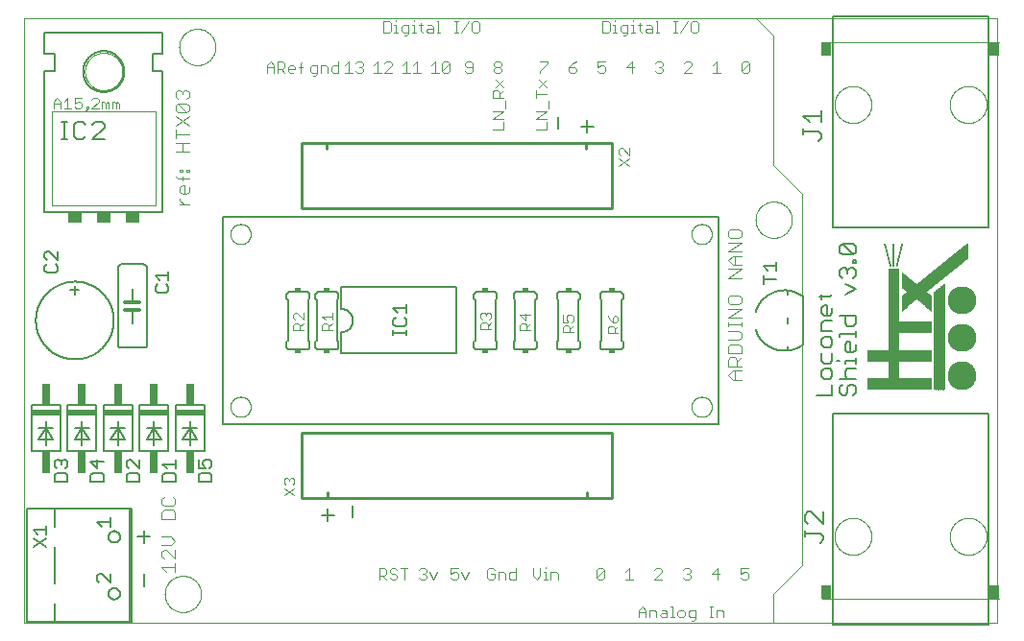
<source format=gto>
G75*
%MOIN*%
%OFA0B0*%
%FSLAX25Y25*%
%IPPOS*%
%LPD*%
%AMOC8*
5,1,8,0,0,1.08239X$1,22.5*
%
%ADD10C,0.00000*%
%ADD11C,0.00500*%
%ADD12C,0.00300*%
%ADD13C,0.00400*%
%ADD14C,0.00600*%
%ADD15R,0.00040X0.00560*%
%ADD16R,0.00040X0.01360*%
%ADD17R,0.00040X0.01840*%
%ADD18R,0.00040X0.02200*%
%ADD19R,0.00040X0.02520*%
%ADD20R,0.00040X0.02520*%
%ADD21R,0.00040X0.02800*%
%ADD22R,0.00040X0.03040*%
%ADD23R,0.00040X0.03280*%
%ADD24R,0.00040X0.03480*%
%ADD25R,0.00040X0.03680*%
%ADD26R,0.00040X0.03720*%
%ADD27R,0.00040X0.03880*%
%ADD28R,0.00040X0.04040*%
%ADD29R,0.00040X0.04240*%
%ADD30R,0.00040X0.04200*%
%ADD31R,0.00040X0.04360*%
%ADD32R,0.00040X0.04400*%
%ADD33R,0.00040X0.04520*%
%ADD34R,0.00040X0.04520*%
%ADD35R,0.00040X0.04680*%
%ADD36R,0.00040X0.04800*%
%ADD37R,0.00040X0.04840*%
%ADD38R,0.00040X0.04960*%
%ADD39R,0.00040X0.05080*%
%ADD40R,0.00040X0.05200*%
%ADD41R,0.00040X0.05320*%
%ADD42R,0.00040X0.05320*%
%ADD43R,0.00040X0.05440*%
%ADD44R,0.00040X0.05480*%
%ADD45R,0.00040X0.05560*%
%ADD46R,0.00040X0.05680*%
%ADD47R,0.00040X0.05800*%
%ADD48R,0.00040X0.05880*%
%ADD49R,0.00040X0.06000*%
%ADD50R,0.00040X0.05960*%
%ADD51R,0.00040X0.06080*%
%ADD52R,0.00040X0.06200*%
%ADD53R,0.00040X0.06160*%
%ADD54R,0.00040X0.06280*%
%ADD55R,0.00040X0.06360*%
%ADD56R,0.00040X0.06480*%
%ADD57R,0.00040X0.06440*%
%ADD58R,0.00040X0.06560*%
%ADD59R,0.00040X0.06520*%
%ADD60R,0.00040X0.06640*%
%ADD61R,0.00040X0.06600*%
%ADD62R,0.00040X0.06720*%
%ADD63R,0.00040X0.06720*%
%ADD64R,0.00040X0.06800*%
%ADD65R,0.00040X0.06880*%
%ADD66R,0.00040X0.06960*%
%ADD67R,0.00040X0.07040*%
%ADD68R,0.00040X0.07000*%
%ADD69R,0.00040X0.07120*%
%ADD70R,0.00040X0.07120*%
%ADD71R,0.00040X0.07080*%
%ADD72R,0.00040X0.07160*%
%ADD73R,0.00040X0.07240*%
%ADD74R,0.00040X0.07320*%
%ADD75R,0.00040X0.07320*%
%ADD76R,0.00040X0.07400*%
%ADD77R,0.00040X0.07360*%
%ADD78R,0.00040X0.07440*%
%ADD79R,0.00040X0.07520*%
%ADD80R,0.00040X0.07520*%
%ADD81R,0.00040X0.07560*%
%ADD82R,0.00040X0.07640*%
%ADD83R,0.00040X0.07680*%
%ADD84R,0.00040X0.07720*%
%ADD85R,0.00040X0.07760*%
%ADD86R,0.00040X0.07800*%
%ADD87R,0.00040X0.07880*%
%ADD88R,0.00040X0.07920*%
%ADD89R,0.00040X0.07920*%
%ADD90R,0.00040X0.08000*%
%ADD91R,0.00040X0.07960*%
%ADD92R,0.00040X0.08040*%
%ADD93R,0.00040X0.08080*%
%ADD94R,0.00040X0.08160*%
%ADD95R,0.00040X0.08120*%
%ADD96R,0.00040X0.08200*%
%ADD97R,0.00040X0.08240*%
%ADD98R,0.00040X0.08280*%
%ADD99R,0.00040X0.08320*%
%ADD100R,0.00040X0.08320*%
%ADD101R,0.00040X0.08360*%
%ADD102R,0.00040X0.08400*%
%ADD103R,0.00040X0.08440*%
%ADD104R,0.00040X0.08480*%
%ADD105R,0.00040X0.08440*%
%ADD106R,0.00040X0.08520*%
%ADD107R,0.00040X0.08520*%
%ADD108R,0.00040X0.08560*%
%ADD109R,0.00040X0.08600*%
%ADD110R,0.00040X0.08640*%
%ADD111R,0.00040X0.08680*%
%ADD112R,0.00040X0.08720*%
%ADD113R,0.00040X0.08720*%
%ADD114R,0.00040X0.08760*%
%ADD115R,0.00040X0.08800*%
%ADD116R,0.00040X0.08800*%
%ADD117R,0.00040X0.08840*%
%ADD118R,0.00040X0.08840*%
%ADD119R,0.00040X0.05040*%
%ADD120R,0.00040X0.08880*%
%ADD121R,0.00040X0.05040*%
%ADD122R,0.00040X0.08920*%
%ADD123R,0.00040X0.08920*%
%ADD124R,0.00040X0.08960*%
%ADD125R,0.00040X0.09000*%
%ADD126R,0.00040X0.08960*%
%ADD127R,0.00040X0.05040*%
%ADD128R,0.00040X0.09000*%
%ADD129R,0.00040X0.09040*%
%ADD130R,0.00040X0.09080*%
%ADD131R,0.00040X0.09120*%
%ADD132R,0.00040X0.09120*%
%ADD133R,0.00040X0.09120*%
%ADD134R,0.00040X0.09120*%
%ADD135R,0.00040X0.09160*%
%ADD136R,0.00040X0.09200*%
%ADD137R,0.00040X0.09240*%
%ADD138R,0.00040X0.09240*%
%ADD139R,0.00040X0.09280*%
%ADD140R,0.00040X0.09320*%
%ADD141R,0.00040X0.09320*%
%ADD142R,0.00040X0.09360*%
%ADD143R,0.00040X0.09360*%
%ADD144R,0.00040X0.05040*%
%ADD145R,0.00040X0.09400*%
%ADD146R,0.00040X0.09440*%
%ADD147R,0.00040X0.09440*%
%ADD148R,0.00040X0.09480*%
%ADD149R,0.00040X0.09520*%
%ADD150R,0.00040X0.09520*%
%ADD151R,0.00040X0.09520*%
%ADD152R,0.00040X0.09520*%
%ADD153R,0.00040X0.09560*%
%ADD154R,0.00040X0.09560*%
%ADD155R,0.00040X0.09600*%
%ADD156R,0.00040X0.09600*%
%ADD157R,0.00040X0.09640*%
%ADD158R,0.00040X0.09640*%
%ADD159R,0.00040X0.05080*%
%ADD160R,0.00040X0.09480*%
%ADD161R,0.00040X0.09400*%
%ADD162R,0.00040X0.09280*%
%ADD163R,0.00040X0.09160*%
%ADD164R,0.00040X0.09040*%
%ADD165R,0.00040X0.08880*%
%ADD166R,0.00040X0.08680*%
%ADD167R,0.00040X0.08640*%
%ADD168R,0.00040X0.08480*%
%ADD169R,0.00040X0.08240*%
%ADD170R,0.00040X0.08200*%
%ADD171R,0.00040X0.08000*%
%ADD172R,0.00040X0.07960*%
%ADD173R,0.00040X0.07920*%
%ADD174R,0.00040X0.07920*%
%ADD175R,0.00040X0.07840*%
%ADD176R,0.00040X0.07720*%
%ADD177R,0.00040X0.07680*%
%ADD178R,0.00040X0.07640*%
%ADD179R,0.00040X0.07600*%
%ADD180R,0.00040X0.07480*%
%ADD181R,0.00040X0.07400*%
%ADD182R,0.00040X0.07360*%
%ADD183R,0.00040X0.07320*%
%ADD184R,0.00040X0.07320*%
%ADD185R,0.00040X0.07200*%
%ADD186R,0.00040X0.07040*%
%ADD187R,0.00040X0.07000*%
%ADD188R,0.00040X0.06960*%
%ADD189R,0.00040X0.06640*%
%ADD190R,0.00040X0.06560*%
%ADD191R,0.00040X0.06520*%
%ADD192R,0.00040X0.06200*%
%ADD193R,0.00040X0.06080*%
%ADD194R,0.00040X0.06120*%
%ADD195R,0.00040X0.05680*%
%ADD196R,0.00040X0.05560*%
%ADD197R,0.00040X0.05360*%
%ADD198R,0.00040X0.05240*%
%ADD199R,0.00040X0.04960*%
%ADD200R,0.00040X0.04560*%
%ADD201R,0.00040X0.04400*%
%ADD202R,0.00040X0.04360*%
%ADD203R,0.00040X0.04240*%
%ADD204R,0.00040X0.04200*%
%ADD205R,0.00040X0.04080*%
%ADD206R,0.00040X0.03480*%
%ADD207R,0.00040X0.03280*%
%ADD208R,0.00040X0.03080*%
%ADD209R,0.00040X0.02200*%
%ADD210R,0.00040X0.01840*%
%ADD211R,0.00040X0.00600*%
%ADD212R,0.00040X0.36760*%
%ADD213R,0.00040X0.36760*%
%ADD214R,0.00040X0.36720*%
%ADD215R,0.00040X0.36680*%
%ADD216R,0.00040X0.36640*%
%ADD217R,0.00040X0.36640*%
%ADD218R,0.00040X0.36600*%
%ADD219R,0.00040X0.36560*%
%ADD220R,0.00040X0.36520*%
%ADD221R,0.00040X0.36480*%
%ADD222R,0.00040X0.36440*%
%ADD223R,0.00040X0.36440*%
%ADD224R,0.00040X0.36400*%
%ADD225R,0.00040X0.36360*%
%ADD226R,0.00040X0.36320*%
%ADD227R,0.00040X0.36280*%
%ADD228R,0.00040X0.36280*%
%ADD229R,0.00040X0.36240*%
%ADD230R,0.00040X0.36200*%
%ADD231R,0.00040X0.36160*%
%ADD232R,0.00040X0.36120*%
%ADD233R,0.00040X0.36120*%
%ADD234R,0.00040X0.36080*%
%ADD235R,0.00040X0.36040*%
%ADD236R,0.00040X0.36000*%
%ADD237R,0.00040X0.35960*%
%ADD238R,0.00040X0.35960*%
%ADD239R,0.00040X0.35920*%
%ADD240R,0.00040X0.35880*%
%ADD241R,0.00040X0.35840*%
%ADD242R,0.00040X0.35800*%
%ADD243R,0.00040X0.35800*%
%ADD244R,0.00040X0.35760*%
%ADD245R,0.00040X0.35720*%
%ADD246R,0.00040X0.35680*%
%ADD247R,0.00040X0.35640*%
%ADD248R,0.00040X0.35640*%
%ADD249R,0.00040X0.35600*%
%ADD250R,0.00040X0.35560*%
%ADD251R,0.00040X0.35520*%
%ADD252R,0.00040X0.35480*%
%ADD253R,0.00040X0.35480*%
%ADD254R,0.00040X0.35440*%
%ADD255R,0.00040X0.35400*%
%ADD256R,0.00040X0.35360*%
%ADD257R,0.00040X0.35320*%
%ADD258R,0.00040X0.35320*%
%ADD259R,0.00040X0.35280*%
%ADD260R,0.00040X0.35240*%
%ADD261R,0.00040X0.35200*%
%ADD262R,0.00040X0.35160*%
%ADD263R,0.00040X0.35120*%
%ADD264R,0.00040X0.35080*%
%ADD265R,0.00040X0.35040*%
%ADD266R,0.00040X0.35000*%
%ADD267R,0.00040X0.34960*%
%ADD268R,0.00040X0.34920*%
%ADD269R,0.00040X0.34880*%
%ADD270R,0.00040X0.34840*%
%ADD271R,0.00040X0.34800*%
%ADD272R,0.00040X0.34760*%
%ADD273R,0.00040X0.34720*%
%ADD274R,0.00040X0.34680*%
%ADD275R,0.00040X0.34640*%
%ADD276R,0.00040X0.34600*%
%ADD277R,0.00040X0.34560*%
%ADD278R,0.00040X0.34520*%
%ADD279R,0.00040X0.34480*%
%ADD280R,0.00040X0.34440*%
%ADD281R,0.00040X0.34400*%
%ADD282R,0.00040X0.34360*%
%ADD283R,0.00040X0.34320*%
%ADD284R,0.00040X0.34280*%
%ADD285R,0.00040X0.34240*%
%ADD286R,0.00040X0.34200*%
%ADD287R,0.00040X0.34160*%
%ADD288R,0.00040X0.34120*%
%ADD289R,0.00040X0.34080*%
%ADD290R,0.00040X0.34040*%
%ADD291R,0.00040X0.34000*%
%ADD292R,0.00040X0.04120*%
%ADD293R,0.00040X0.04040*%
%ADD294R,0.00040X0.04120*%
%ADD295R,0.00040X0.10080*%
%ADD296R,0.00040X0.10000*%
%ADD297R,0.00040X0.09920*%
%ADD298R,0.00040X0.09880*%
%ADD299R,0.00040X0.09840*%
%ADD300R,0.00040X0.09760*%
%ADD301R,0.00040X0.09680*%
%ADD302R,0.00040X0.09200*%
%ADD303R,0.00040X0.08560*%
%ADD304R,0.00040X0.07600*%
%ADD305R,0.00040X0.07280*%
%ADD306R,0.00040X0.06400*%
%ADD307R,0.00040X0.06320*%
%ADD308R,0.00040X0.06240*%
%ADD309R,0.00040X0.06000*%
%ADD310R,0.00040X0.05920*%
%ADD311R,0.00040X0.05840*%
%ADD312R,0.00040X0.05760*%
%ADD313R,0.00040X0.05600*%
%ADD314R,0.00040X0.05520*%
%ADD315R,0.00040X0.05360*%
%ADD316R,0.00040X0.05280*%
%ADD317R,0.00040X0.05120*%
%ADD318R,0.00040X0.09920*%
%ADD319R,0.00040X0.00160*%
%ADD320R,0.00040X0.00320*%
%ADD321R,0.00040X0.00480*%
%ADD322R,0.00040X0.00680*%
%ADD323R,0.00040X0.00840*%
%ADD324R,0.00040X0.01000*%
%ADD325R,0.00040X0.01160*%
%ADD326R,0.00040X0.01360*%
%ADD327R,0.00040X0.01440*%
%ADD328R,0.00040X0.01440*%
%ADD329R,0.00040X0.01440*%
%ADD330R,0.00040X0.04160*%
%ADD331R,0.00040X0.42000*%
%ADD332R,0.00040X0.42000*%
%ADD333R,0.00040X0.01320*%
%ADD334R,0.00040X0.00960*%
%ADD335R,0.00040X0.00800*%
%ADD336R,0.00040X0.00640*%
%ADD337R,0.00040X0.00480*%
%ADD338R,0.00040X0.00280*%
%ADD339R,0.00040X0.00120*%
%ADD340R,0.00040X0.07720*%
%ADD341R,0.00040X0.07720*%
%ADD342R,0.00040X0.00120*%
%ADD343R,0.00040X0.00640*%
%ADD344R,0.00040X0.00960*%
%ADD345R,0.00040X0.01120*%
%ADD346R,0.00040X0.01280*%
%ADD347R,0.00040X0.01400*%
%ADD348R,0.00040X0.01400*%
%ADD349R,0.00040X0.04160*%
%ADD350R,0.00040X0.01440*%
%ADD351R,0.00040X0.01200*%
%ADD352R,0.00040X0.01040*%
%ADD353R,0.00040X0.00880*%
%ADD354R,0.00040X0.00720*%
%ADD355R,0.00040X0.00520*%
%ADD356R,0.00040X0.00360*%
%ADD357R,0.00040X0.00200*%
%ADD358R,0.00040X0.04000*%
%ADD359C,0.00800*%
%ADD360C,0.00039*%
%ADD361R,0.03642X0.04500*%
%ADD362R,0.02000X0.01500*%
%ADD363R,0.10000X0.02000*%
%ADD364R,0.03000X0.07500*%
%ADD365C,0.00200*%
%ADD366C,0.00700*%
%ADD367R,0.05000X0.03500*%
%ADD368C,0.01200*%
%ADD369C,0.01000*%
D10*
X0027000Y0005000D02*
X0027000Y0215000D01*
X0281000Y0215000D01*
X0287000Y0209000D01*
X0287000Y0164000D01*
X0297000Y0154000D01*
X0297000Y0025000D01*
X0287000Y0015000D01*
X0287000Y0005000D01*
X0027000Y0005000D01*
X0027000Y0214951D01*
X0364421Y0214951D01*
X0364421Y0005000D01*
X0027000Y0005000D01*
X0075701Y0015000D02*
X0075703Y0015158D01*
X0075709Y0015316D01*
X0075719Y0015474D01*
X0075733Y0015632D01*
X0075751Y0015789D01*
X0075772Y0015946D01*
X0075798Y0016102D01*
X0075828Y0016258D01*
X0075861Y0016413D01*
X0075899Y0016566D01*
X0075940Y0016719D01*
X0075985Y0016871D01*
X0076034Y0017022D01*
X0076087Y0017171D01*
X0076143Y0017319D01*
X0076203Y0017465D01*
X0076267Y0017610D01*
X0076335Y0017753D01*
X0076406Y0017895D01*
X0076480Y0018035D01*
X0076558Y0018172D01*
X0076640Y0018308D01*
X0076724Y0018442D01*
X0076813Y0018573D01*
X0076904Y0018702D01*
X0076999Y0018829D01*
X0077096Y0018954D01*
X0077197Y0019076D01*
X0077301Y0019195D01*
X0077408Y0019312D01*
X0077518Y0019426D01*
X0077631Y0019537D01*
X0077746Y0019646D01*
X0077864Y0019751D01*
X0077985Y0019853D01*
X0078108Y0019953D01*
X0078234Y0020049D01*
X0078362Y0020142D01*
X0078492Y0020232D01*
X0078625Y0020318D01*
X0078760Y0020402D01*
X0078896Y0020481D01*
X0079035Y0020558D01*
X0079176Y0020630D01*
X0079318Y0020700D01*
X0079462Y0020765D01*
X0079608Y0020827D01*
X0079755Y0020885D01*
X0079904Y0020940D01*
X0080054Y0020991D01*
X0080205Y0021038D01*
X0080357Y0021081D01*
X0080510Y0021120D01*
X0080665Y0021156D01*
X0080820Y0021187D01*
X0080976Y0021215D01*
X0081132Y0021239D01*
X0081289Y0021259D01*
X0081447Y0021275D01*
X0081604Y0021287D01*
X0081763Y0021295D01*
X0081921Y0021299D01*
X0082079Y0021299D01*
X0082237Y0021295D01*
X0082396Y0021287D01*
X0082553Y0021275D01*
X0082711Y0021259D01*
X0082868Y0021239D01*
X0083024Y0021215D01*
X0083180Y0021187D01*
X0083335Y0021156D01*
X0083490Y0021120D01*
X0083643Y0021081D01*
X0083795Y0021038D01*
X0083946Y0020991D01*
X0084096Y0020940D01*
X0084245Y0020885D01*
X0084392Y0020827D01*
X0084538Y0020765D01*
X0084682Y0020700D01*
X0084824Y0020630D01*
X0084965Y0020558D01*
X0085104Y0020481D01*
X0085240Y0020402D01*
X0085375Y0020318D01*
X0085508Y0020232D01*
X0085638Y0020142D01*
X0085766Y0020049D01*
X0085892Y0019953D01*
X0086015Y0019853D01*
X0086136Y0019751D01*
X0086254Y0019646D01*
X0086369Y0019537D01*
X0086482Y0019426D01*
X0086592Y0019312D01*
X0086699Y0019195D01*
X0086803Y0019076D01*
X0086904Y0018954D01*
X0087001Y0018829D01*
X0087096Y0018702D01*
X0087187Y0018573D01*
X0087276Y0018442D01*
X0087360Y0018308D01*
X0087442Y0018172D01*
X0087520Y0018035D01*
X0087594Y0017895D01*
X0087665Y0017753D01*
X0087733Y0017610D01*
X0087797Y0017465D01*
X0087857Y0017319D01*
X0087913Y0017171D01*
X0087966Y0017022D01*
X0088015Y0016871D01*
X0088060Y0016719D01*
X0088101Y0016566D01*
X0088139Y0016413D01*
X0088172Y0016258D01*
X0088202Y0016102D01*
X0088228Y0015946D01*
X0088249Y0015789D01*
X0088267Y0015632D01*
X0088281Y0015474D01*
X0088291Y0015316D01*
X0088297Y0015158D01*
X0088299Y0015000D01*
X0088297Y0014842D01*
X0088291Y0014684D01*
X0088281Y0014526D01*
X0088267Y0014368D01*
X0088249Y0014211D01*
X0088228Y0014054D01*
X0088202Y0013898D01*
X0088172Y0013742D01*
X0088139Y0013587D01*
X0088101Y0013434D01*
X0088060Y0013281D01*
X0088015Y0013129D01*
X0087966Y0012978D01*
X0087913Y0012829D01*
X0087857Y0012681D01*
X0087797Y0012535D01*
X0087733Y0012390D01*
X0087665Y0012247D01*
X0087594Y0012105D01*
X0087520Y0011965D01*
X0087442Y0011828D01*
X0087360Y0011692D01*
X0087276Y0011558D01*
X0087187Y0011427D01*
X0087096Y0011298D01*
X0087001Y0011171D01*
X0086904Y0011046D01*
X0086803Y0010924D01*
X0086699Y0010805D01*
X0086592Y0010688D01*
X0086482Y0010574D01*
X0086369Y0010463D01*
X0086254Y0010354D01*
X0086136Y0010249D01*
X0086015Y0010147D01*
X0085892Y0010047D01*
X0085766Y0009951D01*
X0085638Y0009858D01*
X0085508Y0009768D01*
X0085375Y0009682D01*
X0085240Y0009598D01*
X0085104Y0009519D01*
X0084965Y0009442D01*
X0084824Y0009370D01*
X0084682Y0009300D01*
X0084538Y0009235D01*
X0084392Y0009173D01*
X0084245Y0009115D01*
X0084096Y0009060D01*
X0083946Y0009009D01*
X0083795Y0008962D01*
X0083643Y0008919D01*
X0083490Y0008880D01*
X0083335Y0008844D01*
X0083180Y0008813D01*
X0083024Y0008785D01*
X0082868Y0008761D01*
X0082711Y0008741D01*
X0082553Y0008725D01*
X0082396Y0008713D01*
X0082237Y0008705D01*
X0082079Y0008701D01*
X0081921Y0008701D01*
X0081763Y0008705D01*
X0081604Y0008713D01*
X0081447Y0008725D01*
X0081289Y0008741D01*
X0081132Y0008761D01*
X0080976Y0008785D01*
X0080820Y0008813D01*
X0080665Y0008844D01*
X0080510Y0008880D01*
X0080357Y0008919D01*
X0080205Y0008962D01*
X0080054Y0009009D01*
X0079904Y0009060D01*
X0079755Y0009115D01*
X0079608Y0009173D01*
X0079462Y0009235D01*
X0079318Y0009300D01*
X0079176Y0009370D01*
X0079035Y0009442D01*
X0078896Y0009519D01*
X0078760Y0009598D01*
X0078625Y0009682D01*
X0078492Y0009768D01*
X0078362Y0009858D01*
X0078234Y0009951D01*
X0078108Y0010047D01*
X0077985Y0010147D01*
X0077864Y0010249D01*
X0077746Y0010354D01*
X0077631Y0010463D01*
X0077518Y0010574D01*
X0077408Y0010688D01*
X0077301Y0010805D01*
X0077197Y0010924D01*
X0077096Y0011046D01*
X0076999Y0011171D01*
X0076904Y0011298D01*
X0076813Y0011427D01*
X0076724Y0011558D01*
X0076640Y0011692D01*
X0076558Y0011828D01*
X0076480Y0011965D01*
X0076406Y0012105D01*
X0076335Y0012247D01*
X0076267Y0012390D01*
X0076203Y0012535D01*
X0076143Y0012681D01*
X0076087Y0012829D01*
X0076034Y0012978D01*
X0075985Y0013129D01*
X0075940Y0013281D01*
X0075899Y0013434D01*
X0075861Y0013587D01*
X0075828Y0013742D01*
X0075798Y0013898D01*
X0075772Y0014054D01*
X0075751Y0014211D01*
X0075733Y0014368D01*
X0075719Y0014526D01*
X0075709Y0014684D01*
X0075703Y0014842D01*
X0075701Y0015000D01*
X0098500Y0080000D02*
X0098502Y0080118D01*
X0098508Y0080236D01*
X0098518Y0080354D01*
X0098532Y0080471D01*
X0098550Y0080588D01*
X0098572Y0080705D01*
X0098597Y0080820D01*
X0098627Y0080934D01*
X0098661Y0081048D01*
X0098698Y0081160D01*
X0098739Y0081271D01*
X0098784Y0081380D01*
X0098832Y0081488D01*
X0098884Y0081594D01*
X0098940Y0081699D01*
X0098999Y0081801D01*
X0099061Y0081901D01*
X0099127Y0081999D01*
X0099196Y0082095D01*
X0099269Y0082189D01*
X0099344Y0082280D01*
X0099423Y0082368D01*
X0099504Y0082454D01*
X0099589Y0082537D01*
X0099676Y0082617D01*
X0099765Y0082694D01*
X0099858Y0082768D01*
X0099952Y0082838D01*
X0100049Y0082906D01*
X0100149Y0082970D01*
X0100250Y0083031D01*
X0100353Y0083088D01*
X0100459Y0083142D01*
X0100566Y0083193D01*
X0100674Y0083239D01*
X0100784Y0083282D01*
X0100896Y0083321D01*
X0101009Y0083357D01*
X0101123Y0083388D01*
X0101238Y0083416D01*
X0101353Y0083440D01*
X0101470Y0083460D01*
X0101587Y0083476D01*
X0101705Y0083488D01*
X0101823Y0083496D01*
X0101941Y0083500D01*
X0102059Y0083500D01*
X0102177Y0083496D01*
X0102295Y0083488D01*
X0102413Y0083476D01*
X0102530Y0083460D01*
X0102647Y0083440D01*
X0102762Y0083416D01*
X0102877Y0083388D01*
X0102991Y0083357D01*
X0103104Y0083321D01*
X0103216Y0083282D01*
X0103326Y0083239D01*
X0103434Y0083193D01*
X0103541Y0083142D01*
X0103647Y0083088D01*
X0103750Y0083031D01*
X0103851Y0082970D01*
X0103951Y0082906D01*
X0104048Y0082838D01*
X0104142Y0082768D01*
X0104235Y0082694D01*
X0104324Y0082617D01*
X0104411Y0082537D01*
X0104496Y0082454D01*
X0104577Y0082368D01*
X0104656Y0082280D01*
X0104731Y0082189D01*
X0104804Y0082095D01*
X0104873Y0081999D01*
X0104939Y0081901D01*
X0105001Y0081801D01*
X0105060Y0081699D01*
X0105116Y0081594D01*
X0105168Y0081488D01*
X0105216Y0081380D01*
X0105261Y0081271D01*
X0105302Y0081160D01*
X0105339Y0081048D01*
X0105373Y0080934D01*
X0105403Y0080820D01*
X0105428Y0080705D01*
X0105450Y0080588D01*
X0105468Y0080471D01*
X0105482Y0080354D01*
X0105492Y0080236D01*
X0105498Y0080118D01*
X0105500Y0080000D01*
X0105498Y0079882D01*
X0105492Y0079764D01*
X0105482Y0079646D01*
X0105468Y0079529D01*
X0105450Y0079412D01*
X0105428Y0079295D01*
X0105403Y0079180D01*
X0105373Y0079066D01*
X0105339Y0078952D01*
X0105302Y0078840D01*
X0105261Y0078729D01*
X0105216Y0078620D01*
X0105168Y0078512D01*
X0105116Y0078406D01*
X0105060Y0078301D01*
X0105001Y0078199D01*
X0104939Y0078099D01*
X0104873Y0078001D01*
X0104804Y0077905D01*
X0104731Y0077811D01*
X0104656Y0077720D01*
X0104577Y0077632D01*
X0104496Y0077546D01*
X0104411Y0077463D01*
X0104324Y0077383D01*
X0104235Y0077306D01*
X0104142Y0077232D01*
X0104048Y0077162D01*
X0103951Y0077094D01*
X0103851Y0077030D01*
X0103750Y0076969D01*
X0103647Y0076912D01*
X0103541Y0076858D01*
X0103434Y0076807D01*
X0103326Y0076761D01*
X0103216Y0076718D01*
X0103104Y0076679D01*
X0102991Y0076643D01*
X0102877Y0076612D01*
X0102762Y0076584D01*
X0102647Y0076560D01*
X0102530Y0076540D01*
X0102413Y0076524D01*
X0102295Y0076512D01*
X0102177Y0076504D01*
X0102059Y0076500D01*
X0101941Y0076500D01*
X0101823Y0076504D01*
X0101705Y0076512D01*
X0101587Y0076524D01*
X0101470Y0076540D01*
X0101353Y0076560D01*
X0101238Y0076584D01*
X0101123Y0076612D01*
X0101009Y0076643D01*
X0100896Y0076679D01*
X0100784Y0076718D01*
X0100674Y0076761D01*
X0100566Y0076807D01*
X0100459Y0076858D01*
X0100353Y0076912D01*
X0100250Y0076969D01*
X0100149Y0077030D01*
X0100049Y0077094D01*
X0099952Y0077162D01*
X0099858Y0077232D01*
X0099765Y0077306D01*
X0099676Y0077383D01*
X0099589Y0077463D01*
X0099504Y0077546D01*
X0099423Y0077632D01*
X0099344Y0077720D01*
X0099269Y0077811D01*
X0099196Y0077905D01*
X0099127Y0078001D01*
X0099061Y0078099D01*
X0098999Y0078199D01*
X0098940Y0078301D01*
X0098884Y0078406D01*
X0098832Y0078512D01*
X0098784Y0078620D01*
X0098739Y0078729D01*
X0098698Y0078840D01*
X0098661Y0078952D01*
X0098627Y0079066D01*
X0098597Y0079180D01*
X0098572Y0079295D01*
X0098550Y0079412D01*
X0098532Y0079529D01*
X0098518Y0079646D01*
X0098508Y0079764D01*
X0098502Y0079882D01*
X0098500Y0080000D01*
X0098500Y0140000D02*
X0098502Y0140118D01*
X0098508Y0140236D01*
X0098518Y0140354D01*
X0098532Y0140471D01*
X0098550Y0140588D01*
X0098572Y0140705D01*
X0098597Y0140820D01*
X0098627Y0140934D01*
X0098661Y0141048D01*
X0098698Y0141160D01*
X0098739Y0141271D01*
X0098784Y0141380D01*
X0098832Y0141488D01*
X0098884Y0141594D01*
X0098940Y0141699D01*
X0098999Y0141801D01*
X0099061Y0141901D01*
X0099127Y0141999D01*
X0099196Y0142095D01*
X0099269Y0142189D01*
X0099344Y0142280D01*
X0099423Y0142368D01*
X0099504Y0142454D01*
X0099589Y0142537D01*
X0099676Y0142617D01*
X0099765Y0142694D01*
X0099858Y0142768D01*
X0099952Y0142838D01*
X0100049Y0142906D01*
X0100149Y0142970D01*
X0100250Y0143031D01*
X0100353Y0143088D01*
X0100459Y0143142D01*
X0100566Y0143193D01*
X0100674Y0143239D01*
X0100784Y0143282D01*
X0100896Y0143321D01*
X0101009Y0143357D01*
X0101123Y0143388D01*
X0101238Y0143416D01*
X0101353Y0143440D01*
X0101470Y0143460D01*
X0101587Y0143476D01*
X0101705Y0143488D01*
X0101823Y0143496D01*
X0101941Y0143500D01*
X0102059Y0143500D01*
X0102177Y0143496D01*
X0102295Y0143488D01*
X0102413Y0143476D01*
X0102530Y0143460D01*
X0102647Y0143440D01*
X0102762Y0143416D01*
X0102877Y0143388D01*
X0102991Y0143357D01*
X0103104Y0143321D01*
X0103216Y0143282D01*
X0103326Y0143239D01*
X0103434Y0143193D01*
X0103541Y0143142D01*
X0103647Y0143088D01*
X0103750Y0143031D01*
X0103851Y0142970D01*
X0103951Y0142906D01*
X0104048Y0142838D01*
X0104142Y0142768D01*
X0104235Y0142694D01*
X0104324Y0142617D01*
X0104411Y0142537D01*
X0104496Y0142454D01*
X0104577Y0142368D01*
X0104656Y0142280D01*
X0104731Y0142189D01*
X0104804Y0142095D01*
X0104873Y0141999D01*
X0104939Y0141901D01*
X0105001Y0141801D01*
X0105060Y0141699D01*
X0105116Y0141594D01*
X0105168Y0141488D01*
X0105216Y0141380D01*
X0105261Y0141271D01*
X0105302Y0141160D01*
X0105339Y0141048D01*
X0105373Y0140934D01*
X0105403Y0140820D01*
X0105428Y0140705D01*
X0105450Y0140588D01*
X0105468Y0140471D01*
X0105482Y0140354D01*
X0105492Y0140236D01*
X0105498Y0140118D01*
X0105500Y0140000D01*
X0105498Y0139882D01*
X0105492Y0139764D01*
X0105482Y0139646D01*
X0105468Y0139529D01*
X0105450Y0139412D01*
X0105428Y0139295D01*
X0105403Y0139180D01*
X0105373Y0139066D01*
X0105339Y0138952D01*
X0105302Y0138840D01*
X0105261Y0138729D01*
X0105216Y0138620D01*
X0105168Y0138512D01*
X0105116Y0138406D01*
X0105060Y0138301D01*
X0105001Y0138199D01*
X0104939Y0138099D01*
X0104873Y0138001D01*
X0104804Y0137905D01*
X0104731Y0137811D01*
X0104656Y0137720D01*
X0104577Y0137632D01*
X0104496Y0137546D01*
X0104411Y0137463D01*
X0104324Y0137383D01*
X0104235Y0137306D01*
X0104142Y0137232D01*
X0104048Y0137162D01*
X0103951Y0137094D01*
X0103851Y0137030D01*
X0103750Y0136969D01*
X0103647Y0136912D01*
X0103541Y0136858D01*
X0103434Y0136807D01*
X0103326Y0136761D01*
X0103216Y0136718D01*
X0103104Y0136679D01*
X0102991Y0136643D01*
X0102877Y0136612D01*
X0102762Y0136584D01*
X0102647Y0136560D01*
X0102530Y0136540D01*
X0102413Y0136524D01*
X0102295Y0136512D01*
X0102177Y0136504D01*
X0102059Y0136500D01*
X0101941Y0136500D01*
X0101823Y0136504D01*
X0101705Y0136512D01*
X0101587Y0136524D01*
X0101470Y0136540D01*
X0101353Y0136560D01*
X0101238Y0136584D01*
X0101123Y0136612D01*
X0101009Y0136643D01*
X0100896Y0136679D01*
X0100784Y0136718D01*
X0100674Y0136761D01*
X0100566Y0136807D01*
X0100459Y0136858D01*
X0100353Y0136912D01*
X0100250Y0136969D01*
X0100149Y0137030D01*
X0100049Y0137094D01*
X0099952Y0137162D01*
X0099858Y0137232D01*
X0099765Y0137306D01*
X0099676Y0137383D01*
X0099589Y0137463D01*
X0099504Y0137546D01*
X0099423Y0137632D01*
X0099344Y0137720D01*
X0099269Y0137811D01*
X0099196Y0137905D01*
X0099127Y0138001D01*
X0099061Y0138099D01*
X0098999Y0138199D01*
X0098940Y0138301D01*
X0098884Y0138406D01*
X0098832Y0138512D01*
X0098784Y0138620D01*
X0098739Y0138729D01*
X0098698Y0138840D01*
X0098661Y0138952D01*
X0098627Y0139066D01*
X0098597Y0139180D01*
X0098572Y0139295D01*
X0098550Y0139412D01*
X0098532Y0139529D01*
X0098518Y0139646D01*
X0098508Y0139764D01*
X0098502Y0139882D01*
X0098500Y0140000D01*
X0048000Y0196500D02*
X0048002Y0196661D01*
X0048008Y0196821D01*
X0048018Y0196982D01*
X0048032Y0197142D01*
X0048050Y0197302D01*
X0048071Y0197461D01*
X0048097Y0197620D01*
X0048127Y0197778D01*
X0048160Y0197935D01*
X0048198Y0198092D01*
X0048239Y0198247D01*
X0048284Y0198401D01*
X0048333Y0198554D01*
X0048386Y0198706D01*
X0048442Y0198857D01*
X0048503Y0199006D01*
X0048566Y0199154D01*
X0048634Y0199300D01*
X0048705Y0199444D01*
X0048779Y0199586D01*
X0048857Y0199727D01*
X0048939Y0199865D01*
X0049024Y0200002D01*
X0049112Y0200136D01*
X0049204Y0200268D01*
X0049299Y0200398D01*
X0049397Y0200526D01*
X0049498Y0200651D01*
X0049602Y0200773D01*
X0049709Y0200893D01*
X0049819Y0201010D01*
X0049932Y0201125D01*
X0050048Y0201236D01*
X0050167Y0201345D01*
X0050288Y0201450D01*
X0050412Y0201553D01*
X0050538Y0201653D01*
X0050666Y0201749D01*
X0050797Y0201842D01*
X0050931Y0201932D01*
X0051066Y0202019D01*
X0051204Y0202102D01*
X0051343Y0202182D01*
X0051485Y0202258D01*
X0051628Y0202331D01*
X0051773Y0202400D01*
X0051920Y0202466D01*
X0052068Y0202528D01*
X0052218Y0202586D01*
X0052369Y0202641D01*
X0052522Y0202692D01*
X0052676Y0202739D01*
X0052831Y0202782D01*
X0052987Y0202821D01*
X0053143Y0202857D01*
X0053301Y0202888D01*
X0053459Y0202916D01*
X0053618Y0202940D01*
X0053778Y0202960D01*
X0053938Y0202976D01*
X0054098Y0202988D01*
X0054259Y0202996D01*
X0054420Y0203000D01*
X0054580Y0203000D01*
X0054741Y0202996D01*
X0054902Y0202988D01*
X0055062Y0202976D01*
X0055222Y0202960D01*
X0055382Y0202940D01*
X0055541Y0202916D01*
X0055699Y0202888D01*
X0055857Y0202857D01*
X0056013Y0202821D01*
X0056169Y0202782D01*
X0056324Y0202739D01*
X0056478Y0202692D01*
X0056631Y0202641D01*
X0056782Y0202586D01*
X0056932Y0202528D01*
X0057080Y0202466D01*
X0057227Y0202400D01*
X0057372Y0202331D01*
X0057515Y0202258D01*
X0057657Y0202182D01*
X0057796Y0202102D01*
X0057934Y0202019D01*
X0058069Y0201932D01*
X0058203Y0201842D01*
X0058334Y0201749D01*
X0058462Y0201653D01*
X0058588Y0201553D01*
X0058712Y0201450D01*
X0058833Y0201345D01*
X0058952Y0201236D01*
X0059068Y0201125D01*
X0059181Y0201010D01*
X0059291Y0200893D01*
X0059398Y0200773D01*
X0059502Y0200651D01*
X0059603Y0200526D01*
X0059701Y0200398D01*
X0059796Y0200268D01*
X0059888Y0200136D01*
X0059976Y0200002D01*
X0060061Y0199865D01*
X0060143Y0199727D01*
X0060221Y0199586D01*
X0060295Y0199444D01*
X0060366Y0199300D01*
X0060434Y0199154D01*
X0060497Y0199006D01*
X0060558Y0198857D01*
X0060614Y0198706D01*
X0060667Y0198554D01*
X0060716Y0198401D01*
X0060761Y0198247D01*
X0060802Y0198092D01*
X0060840Y0197935D01*
X0060873Y0197778D01*
X0060903Y0197620D01*
X0060929Y0197461D01*
X0060950Y0197302D01*
X0060968Y0197142D01*
X0060982Y0196982D01*
X0060992Y0196821D01*
X0060998Y0196661D01*
X0061000Y0196500D01*
X0060998Y0196339D01*
X0060992Y0196179D01*
X0060982Y0196018D01*
X0060968Y0195858D01*
X0060950Y0195698D01*
X0060929Y0195539D01*
X0060903Y0195380D01*
X0060873Y0195222D01*
X0060840Y0195065D01*
X0060802Y0194908D01*
X0060761Y0194753D01*
X0060716Y0194599D01*
X0060667Y0194446D01*
X0060614Y0194294D01*
X0060558Y0194143D01*
X0060497Y0193994D01*
X0060434Y0193846D01*
X0060366Y0193700D01*
X0060295Y0193556D01*
X0060221Y0193414D01*
X0060143Y0193273D01*
X0060061Y0193135D01*
X0059976Y0192998D01*
X0059888Y0192864D01*
X0059796Y0192732D01*
X0059701Y0192602D01*
X0059603Y0192474D01*
X0059502Y0192349D01*
X0059398Y0192227D01*
X0059291Y0192107D01*
X0059181Y0191990D01*
X0059068Y0191875D01*
X0058952Y0191764D01*
X0058833Y0191655D01*
X0058712Y0191550D01*
X0058588Y0191447D01*
X0058462Y0191347D01*
X0058334Y0191251D01*
X0058203Y0191158D01*
X0058069Y0191068D01*
X0057934Y0190981D01*
X0057796Y0190898D01*
X0057657Y0190818D01*
X0057515Y0190742D01*
X0057372Y0190669D01*
X0057227Y0190600D01*
X0057080Y0190534D01*
X0056932Y0190472D01*
X0056782Y0190414D01*
X0056631Y0190359D01*
X0056478Y0190308D01*
X0056324Y0190261D01*
X0056169Y0190218D01*
X0056013Y0190179D01*
X0055857Y0190143D01*
X0055699Y0190112D01*
X0055541Y0190084D01*
X0055382Y0190060D01*
X0055222Y0190040D01*
X0055062Y0190024D01*
X0054902Y0190012D01*
X0054741Y0190004D01*
X0054580Y0190000D01*
X0054420Y0190000D01*
X0054259Y0190004D01*
X0054098Y0190012D01*
X0053938Y0190024D01*
X0053778Y0190040D01*
X0053618Y0190060D01*
X0053459Y0190084D01*
X0053301Y0190112D01*
X0053143Y0190143D01*
X0052987Y0190179D01*
X0052831Y0190218D01*
X0052676Y0190261D01*
X0052522Y0190308D01*
X0052369Y0190359D01*
X0052218Y0190414D01*
X0052068Y0190472D01*
X0051920Y0190534D01*
X0051773Y0190600D01*
X0051628Y0190669D01*
X0051485Y0190742D01*
X0051343Y0190818D01*
X0051204Y0190898D01*
X0051066Y0190981D01*
X0050931Y0191068D01*
X0050797Y0191158D01*
X0050666Y0191251D01*
X0050538Y0191347D01*
X0050412Y0191447D01*
X0050288Y0191550D01*
X0050167Y0191655D01*
X0050048Y0191764D01*
X0049932Y0191875D01*
X0049819Y0191990D01*
X0049709Y0192107D01*
X0049602Y0192227D01*
X0049498Y0192349D01*
X0049397Y0192474D01*
X0049299Y0192602D01*
X0049204Y0192732D01*
X0049112Y0192864D01*
X0049024Y0192998D01*
X0048939Y0193135D01*
X0048857Y0193273D01*
X0048779Y0193414D01*
X0048705Y0193556D01*
X0048634Y0193700D01*
X0048566Y0193846D01*
X0048503Y0193994D01*
X0048442Y0194143D01*
X0048386Y0194294D01*
X0048333Y0194446D01*
X0048284Y0194599D01*
X0048239Y0194753D01*
X0048198Y0194908D01*
X0048160Y0195065D01*
X0048127Y0195222D01*
X0048097Y0195380D01*
X0048071Y0195539D01*
X0048050Y0195698D01*
X0048032Y0195858D01*
X0048018Y0196018D01*
X0048008Y0196179D01*
X0048002Y0196339D01*
X0048000Y0196500D01*
X0080701Y0205000D02*
X0080703Y0205158D01*
X0080709Y0205316D01*
X0080719Y0205474D01*
X0080733Y0205632D01*
X0080751Y0205789D01*
X0080772Y0205946D01*
X0080798Y0206102D01*
X0080828Y0206258D01*
X0080861Y0206413D01*
X0080899Y0206566D01*
X0080940Y0206719D01*
X0080985Y0206871D01*
X0081034Y0207022D01*
X0081087Y0207171D01*
X0081143Y0207319D01*
X0081203Y0207465D01*
X0081267Y0207610D01*
X0081335Y0207753D01*
X0081406Y0207895D01*
X0081480Y0208035D01*
X0081558Y0208172D01*
X0081640Y0208308D01*
X0081724Y0208442D01*
X0081813Y0208573D01*
X0081904Y0208702D01*
X0081999Y0208829D01*
X0082096Y0208954D01*
X0082197Y0209076D01*
X0082301Y0209195D01*
X0082408Y0209312D01*
X0082518Y0209426D01*
X0082631Y0209537D01*
X0082746Y0209646D01*
X0082864Y0209751D01*
X0082985Y0209853D01*
X0083108Y0209953D01*
X0083234Y0210049D01*
X0083362Y0210142D01*
X0083492Y0210232D01*
X0083625Y0210318D01*
X0083760Y0210402D01*
X0083896Y0210481D01*
X0084035Y0210558D01*
X0084176Y0210630D01*
X0084318Y0210700D01*
X0084462Y0210765D01*
X0084608Y0210827D01*
X0084755Y0210885D01*
X0084904Y0210940D01*
X0085054Y0210991D01*
X0085205Y0211038D01*
X0085357Y0211081D01*
X0085510Y0211120D01*
X0085665Y0211156D01*
X0085820Y0211187D01*
X0085976Y0211215D01*
X0086132Y0211239D01*
X0086289Y0211259D01*
X0086447Y0211275D01*
X0086604Y0211287D01*
X0086763Y0211295D01*
X0086921Y0211299D01*
X0087079Y0211299D01*
X0087237Y0211295D01*
X0087396Y0211287D01*
X0087553Y0211275D01*
X0087711Y0211259D01*
X0087868Y0211239D01*
X0088024Y0211215D01*
X0088180Y0211187D01*
X0088335Y0211156D01*
X0088490Y0211120D01*
X0088643Y0211081D01*
X0088795Y0211038D01*
X0088946Y0210991D01*
X0089096Y0210940D01*
X0089245Y0210885D01*
X0089392Y0210827D01*
X0089538Y0210765D01*
X0089682Y0210700D01*
X0089824Y0210630D01*
X0089965Y0210558D01*
X0090104Y0210481D01*
X0090240Y0210402D01*
X0090375Y0210318D01*
X0090508Y0210232D01*
X0090638Y0210142D01*
X0090766Y0210049D01*
X0090892Y0209953D01*
X0091015Y0209853D01*
X0091136Y0209751D01*
X0091254Y0209646D01*
X0091369Y0209537D01*
X0091482Y0209426D01*
X0091592Y0209312D01*
X0091699Y0209195D01*
X0091803Y0209076D01*
X0091904Y0208954D01*
X0092001Y0208829D01*
X0092096Y0208702D01*
X0092187Y0208573D01*
X0092276Y0208442D01*
X0092360Y0208308D01*
X0092442Y0208172D01*
X0092520Y0208035D01*
X0092594Y0207895D01*
X0092665Y0207753D01*
X0092733Y0207610D01*
X0092797Y0207465D01*
X0092857Y0207319D01*
X0092913Y0207171D01*
X0092966Y0207022D01*
X0093015Y0206871D01*
X0093060Y0206719D01*
X0093101Y0206566D01*
X0093139Y0206413D01*
X0093172Y0206258D01*
X0093202Y0206102D01*
X0093228Y0205946D01*
X0093249Y0205789D01*
X0093267Y0205632D01*
X0093281Y0205474D01*
X0093291Y0205316D01*
X0093297Y0205158D01*
X0093299Y0205000D01*
X0093297Y0204842D01*
X0093291Y0204684D01*
X0093281Y0204526D01*
X0093267Y0204368D01*
X0093249Y0204211D01*
X0093228Y0204054D01*
X0093202Y0203898D01*
X0093172Y0203742D01*
X0093139Y0203587D01*
X0093101Y0203434D01*
X0093060Y0203281D01*
X0093015Y0203129D01*
X0092966Y0202978D01*
X0092913Y0202829D01*
X0092857Y0202681D01*
X0092797Y0202535D01*
X0092733Y0202390D01*
X0092665Y0202247D01*
X0092594Y0202105D01*
X0092520Y0201965D01*
X0092442Y0201828D01*
X0092360Y0201692D01*
X0092276Y0201558D01*
X0092187Y0201427D01*
X0092096Y0201298D01*
X0092001Y0201171D01*
X0091904Y0201046D01*
X0091803Y0200924D01*
X0091699Y0200805D01*
X0091592Y0200688D01*
X0091482Y0200574D01*
X0091369Y0200463D01*
X0091254Y0200354D01*
X0091136Y0200249D01*
X0091015Y0200147D01*
X0090892Y0200047D01*
X0090766Y0199951D01*
X0090638Y0199858D01*
X0090508Y0199768D01*
X0090375Y0199682D01*
X0090240Y0199598D01*
X0090104Y0199519D01*
X0089965Y0199442D01*
X0089824Y0199370D01*
X0089682Y0199300D01*
X0089538Y0199235D01*
X0089392Y0199173D01*
X0089245Y0199115D01*
X0089096Y0199060D01*
X0088946Y0199009D01*
X0088795Y0198962D01*
X0088643Y0198919D01*
X0088490Y0198880D01*
X0088335Y0198844D01*
X0088180Y0198813D01*
X0088024Y0198785D01*
X0087868Y0198761D01*
X0087711Y0198741D01*
X0087553Y0198725D01*
X0087396Y0198713D01*
X0087237Y0198705D01*
X0087079Y0198701D01*
X0086921Y0198701D01*
X0086763Y0198705D01*
X0086604Y0198713D01*
X0086447Y0198725D01*
X0086289Y0198741D01*
X0086132Y0198761D01*
X0085976Y0198785D01*
X0085820Y0198813D01*
X0085665Y0198844D01*
X0085510Y0198880D01*
X0085357Y0198919D01*
X0085205Y0198962D01*
X0085054Y0199009D01*
X0084904Y0199060D01*
X0084755Y0199115D01*
X0084608Y0199173D01*
X0084462Y0199235D01*
X0084318Y0199300D01*
X0084176Y0199370D01*
X0084035Y0199442D01*
X0083896Y0199519D01*
X0083760Y0199598D01*
X0083625Y0199682D01*
X0083492Y0199768D01*
X0083362Y0199858D01*
X0083234Y0199951D01*
X0083108Y0200047D01*
X0082985Y0200147D01*
X0082864Y0200249D01*
X0082746Y0200354D01*
X0082631Y0200463D01*
X0082518Y0200574D01*
X0082408Y0200688D01*
X0082301Y0200805D01*
X0082197Y0200924D01*
X0082096Y0201046D01*
X0081999Y0201171D01*
X0081904Y0201298D01*
X0081813Y0201427D01*
X0081724Y0201558D01*
X0081640Y0201692D01*
X0081558Y0201828D01*
X0081480Y0201965D01*
X0081406Y0202105D01*
X0081335Y0202247D01*
X0081267Y0202390D01*
X0081203Y0202535D01*
X0081143Y0202681D01*
X0081087Y0202829D01*
X0081034Y0202978D01*
X0080985Y0203129D01*
X0080940Y0203281D01*
X0080899Y0203434D01*
X0080861Y0203587D01*
X0080828Y0203742D01*
X0080798Y0203898D01*
X0080772Y0204054D01*
X0080751Y0204211D01*
X0080733Y0204368D01*
X0080719Y0204526D01*
X0080709Y0204684D01*
X0080703Y0204842D01*
X0080701Y0205000D01*
X0258500Y0140000D02*
X0258502Y0140118D01*
X0258508Y0140236D01*
X0258518Y0140354D01*
X0258532Y0140471D01*
X0258550Y0140588D01*
X0258572Y0140705D01*
X0258597Y0140820D01*
X0258627Y0140934D01*
X0258661Y0141048D01*
X0258698Y0141160D01*
X0258739Y0141271D01*
X0258784Y0141380D01*
X0258832Y0141488D01*
X0258884Y0141594D01*
X0258940Y0141699D01*
X0258999Y0141801D01*
X0259061Y0141901D01*
X0259127Y0141999D01*
X0259196Y0142095D01*
X0259269Y0142189D01*
X0259344Y0142280D01*
X0259423Y0142368D01*
X0259504Y0142454D01*
X0259589Y0142537D01*
X0259676Y0142617D01*
X0259765Y0142694D01*
X0259858Y0142768D01*
X0259952Y0142838D01*
X0260049Y0142906D01*
X0260149Y0142970D01*
X0260250Y0143031D01*
X0260353Y0143088D01*
X0260459Y0143142D01*
X0260566Y0143193D01*
X0260674Y0143239D01*
X0260784Y0143282D01*
X0260896Y0143321D01*
X0261009Y0143357D01*
X0261123Y0143388D01*
X0261238Y0143416D01*
X0261353Y0143440D01*
X0261470Y0143460D01*
X0261587Y0143476D01*
X0261705Y0143488D01*
X0261823Y0143496D01*
X0261941Y0143500D01*
X0262059Y0143500D01*
X0262177Y0143496D01*
X0262295Y0143488D01*
X0262413Y0143476D01*
X0262530Y0143460D01*
X0262647Y0143440D01*
X0262762Y0143416D01*
X0262877Y0143388D01*
X0262991Y0143357D01*
X0263104Y0143321D01*
X0263216Y0143282D01*
X0263326Y0143239D01*
X0263434Y0143193D01*
X0263541Y0143142D01*
X0263647Y0143088D01*
X0263750Y0143031D01*
X0263851Y0142970D01*
X0263951Y0142906D01*
X0264048Y0142838D01*
X0264142Y0142768D01*
X0264235Y0142694D01*
X0264324Y0142617D01*
X0264411Y0142537D01*
X0264496Y0142454D01*
X0264577Y0142368D01*
X0264656Y0142280D01*
X0264731Y0142189D01*
X0264804Y0142095D01*
X0264873Y0141999D01*
X0264939Y0141901D01*
X0265001Y0141801D01*
X0265060Y0141699D01*
X0265116Y0141594D01*
X0265168Y0141488D01*
X0265216Y0141380D01*
X0265261Y0141271D01*
X0265302Y0141160D01*
X0265339Y0141048D01*
X0265373Y0140934D01*
X0265403Y0140820D01*
X0265428Y0140705D01*
X0265450Y0140588D01*
X0265468Y0140471D01*
X0265482Y0140354D01*
X0265492Y0140236D01*
X0265498Y0140118D01*
X0265500Y0140000D01*
X0265498Y0139882D01*
X0265492Y0139764D01*
X0265482Y0139646D01*
X0265468Y0139529D01*
X0265450Y0139412D01*
X0265428Y0139295D01*
X0265403Y0139180D01*
X0265373Y0139066D01*
X0265339Y0138952D01*
X0265302Y0138840D01*
X0265261Y0138729D01*
X0265216Y0138620D01*
X0265168Y0138512D01*
X0265116Y0138406D01*
X0265060Y0138301D01*
X0265001Y0138199D01*
X0264939Y0138099D01*
X0264873Y0138001D01*
X0264804Y0137905D01*
X0264731Y0137811D01*
X0264656Y0137720D01*
X0264577Y0137632D01*
X0264496Y0137546D01*
X0264411Y0137463D01*
X0264324Y0137383D01*
X0264235Y0137306D01*
X0264142Y0137232D01*
X0264048Y0137162D01*
X0263951Y0137094D01*
X0263851Y0137030D01*
X0263750Y0136969D01*
X0263647Y0136912D01*
X0263541Y0136858D01*
X0263434Y0136807D01*
X0263326Y0136761D01*
X0263216Y0136718D01*
X0263104Y0136679D01*
X0262991Y0136643D01*
X0262877Y0136612D01*
X0262762Y0136584D01*
X0262647Y0136560D01*
X0262530Y0136540D01*
X0262413Y0136524D01*
X0262295Y0136512D01*
X0262177Y0136504D01*
X0262059Y0136500D01*
X0261941Y0136500D01*
X0261823Y0136504D01*
X0261705Y0136512D01*
X0261587Y0136524D01*
X0261470Y0136540D01*
X0261353Y0136560D01*
X0261238Y0136584D01*
X0261123Y0136612D01*
X0261009Y0136643D01*
X0260896Y0136679D01*
X0260784Y0136718D01*
X0260674Y0136761D01*
X0260566Y0136807D01*
X0260459Y0136858D01*
X0260353Y0136912D01*
X0260250Y0136969D01*
X0260149Y0137030D01*
X0260049Y0137094D01*
X0259952Y0137162D01*
X0259858Y0137232D01*
X0259765Y0137306D01*
X0259676Y0137383D01*
X0259589Y0137463D01*
X0259504Y0137546D01*
X0259423Y0137632D01*
X0259344Y0137720D01*
X0259269Y0137811D01*
X0259196Y0137905D01*
X0259127Y0138001D01*
X0259061Y0138099D01*
X0258999Y0138199D01*
X0258940Y0138301D01*
X0258884Y0138406D01*
X0258832Y0138512D01*
X0258784Y0138620D01*
X0258739Y0138729D01*
X0258698Y0138840D01*
X0258661Y0138952D01*
X0258627Y0139066D01*
X0258597Y0139180D01*
X0258572Y0139295D01*
X0258550Y0139412D01*
X0258532Y0139529D01*
X0258518Y0139646D01*
X0258508Y0139764D01*
X0258502Y0139882D01*
X0258500Y0140000D01*
X0280701Y0145000D02*
X0280703Y0145158D01*
X0280709Y0145316D01*
X0280719Y0145474D01*
X0280733Y0145632D01*
X0280751Y0145789D01*
X0280772Y0145946D01*
X0280798Y0146102D01*
X0280828Y0146258D01*
X0280861Y0146413D01*
X0280899Y0146566D01*
X0280940Y0146719D01*
X0280985Y0146871D01*
X0281034Y0147022D01*
X0281087Y0147171D01*
X0281143Y0147319D01*
X0281203Y0147465D01*
X0281267Y0147610D01*
X0281335Y0147753D01*
X0281406Y0147895D01*
X0281480Y0148035D01*
X0281558Y0148172D01*
X0281640Y0148308D01*
X0281724Y0148442D01*
X0281813Y0148573D01*
X0281904Y0148702D01*
X0281999Y0148829D01*
X0282096Y0148954D01*
X0282197Y0149076D01*
X0282301Y0149195D01*
X0282408Y0149312D01*
X0282518Y0149426D01*
X0282631Y0149537D01*
X0282746Y0149646D01*
X0282864Y0149751D01*
X0282985Y0149853D01*
X0283108Y0149953D01*
X0283234Y0150049D01*
X0283362Y0150142D01*
X0283492Y0150232D01*
X0283625Y0150318D01*
X0283760Y0150402D01*
X0283896Y0150481D01*
X0284035Y0150558D01*
X0284176Y0150630D01*
X0284318Y0150700D01*
X0284462Y0150765D01*
X0284608Y0150827D01*
X0284755Y0150885D01*
X0284904Y0150940D01*
X0285054Y0150991D01*
X0285205Y0151038D01*
X0285357Y0151081D01*
X0285510Y0151120D01*
X0285665Y0151156D01*
X0285820Y0151187D01*
X0285976Y0151215D01*
X0286132Y0151239D01*
X0286289Y0151259D01*
X0286447Y0151275D01*
X0286604Y0151287D01*
X0286763Y0151295D01*
X0286921Y0151299D01*
X0287079Y0151299D01*
X0287237Y0151295D01*
X0287396Y0151287D01*
X0287553Y0151275D01*
X0287711Y0151259D01*
X0287868Y0151239D01*
X0288024Y0151215D01*
X0288180Y0151187D01*
X0288335Y0151156D01*
X0288490Y0151120D01*
X0288643Y0151081D01*
X0288795Y0151038D01*
X0288946Y0150991D01*
X0289096Y0150940D01*
X0289245Y0150885D01*
X0289392Y0150827D01*
X0289538Y0150765D01*
X0289682Y0150700D01*
X0289824Y0150630D01*
X0289965Y0150558D01*
X0290104Y0150481D01*
X0290240Y0150402D01*
X0290375Y0150318D01*
X0290508Y0150232D01*
X0290638Y0150142D01*
X0290766Y0150049D01*
X0290892Y0149953D01*
X0291015Y0149853D01*
X0291136Y0149751D01*
X0291254Y0149646D01*
X0291369Y0149537D01*
X0291482Y0149426D01*
X0291592Y0149312D01*
X0291699Y0149195D01*
X0291803Y0149076D01*
X0291904Y0148954D01*
X0292001Y0148829D01*
X0292096Y0148702D01*
X0292187Y0148573D01*
X0292276Y0148442D01*
X0292360Y0148308D01*
X0292442Y0148172D01*
X0292520Y0148035D01*
X0292594Y0147895D01*
X0292665Y0147753D01*
X0292733Y0147610D01*
X0292797Y0147465D01*
X0292857Y0147319D01*
X0292913Y0147171D01*
X0292966Y0147022D01*
X0293015Y0146871D01*
X0293060Y0146719D01*
X0293101Y0146566D01*
X0293139Y0146413D01*
X0293172Y0146258D01*
X0293202Y0146102D01*
X0293228Y0145946D01*
X0293249Y0145789D01*
X0293267Y0145632D01*
X0293281Y0145474D01*
X0293291Y0145316D01*
X0293297Y0145158D01*
X0293299Y0145000D01*
X0293297Y0144842D01*
X0293291Y0144684D01*
X0293281Y0144526D01*
X0293267Y0144368D01*
X0293249Y0144211D01*
X0293228Y0144054D01*
X0293202Y0143898D01*
X0293172Y0143742D01*
X0293139Y0143587D01*
X0293101Y0143434D01*
X0293060Y0143281D01*
X0293015Y0143129D01*
X0292966Y0142978D01*
X0292913Y0142829D01*
X0292857Y0142681D01*
X0292797Y0142535D01*
X0292733Y0142390D01*
X0292665Y0142247D01*
X0292594Y0142105D01*
X0292520Y0141965D01*
X0292442Y0141828D01*
X0292360Y0141692D01*
X0292276Y0141558D01*
X0292187Y0141427D01*
X0292096Y0141298D01*
X0292001Y0141171D01*
X0291904Y0141046D01*
X0291803Y0140924D01*
X0291699Y0140805D01*
X0291592Y0140688D01*
X0291482Y0140574D01*
X0291369Y0140463D01*
X0291254Y0140354D01*
X0291136Y0140249D01*
X0291015Y0140147D01*
X0290892Y0140047D01*
X0290766Y0139951D01*
X0290638Y0139858D01*
X0290508Y0139768D01*
X0290375Y0139682D01*
X0290240Y0139598D01*
X0290104Y0139519D01*
X0289965Y0139442D01*
X0289824Y0139370D01*
X0289682Y0139300D01*
X0289538Y0139235D01*
X0289392Y0139173D01*
X0289245Y0139115D01*
X0289096Y0139060D01*
X0288946Y0139009D01*
X0288795Y0138962D01*
X0288643Y0138919D01*
X0288490Y0138880D01*
X0288335Y0138844D01*
X0288180Y0138813D01*
X0288024Y0138785D01*
X0287868Y0138761D01*
X0287711Y0138741D01*
X0287553Y0138725D01*
X0287396Y0138713D01*
X0287237Y0138705D01*
X0287079Y0138701D01*
X0286921Y0138701D01*
X0286763Y0138705D01*
X0286604Y0138713D01*
X0286447Y0138725D01*
X0286289Y0138741D01*
X0286132Y0138761D01*
X0285976Y0138785D01*
X0285820Y0138813D01*
X0285665Y0138844D01*
X0285510Y0138880D01*
X0285357Y0138919D01*
X0285205Y0138962D01*
X0285054Y0139009D01*
X0284904Y0139060D01*
X0284755Y0139115D01*
X0284608Y0139173D01*
X0284462Y0139235D01*
X0284318Y0139300D01*
X0284176Y0139370D01*
X0284035Y0139442D01*
X0283896Y0139519D01*
X0283760Y0139598D01*
X0283625Y0139682D01*
X0283492Y0139768D01*
X0283362Y0139858D01*
X0283234Y0139951D01*
X0283108Y0140047D01*
X0282985Y0140147D01*
X0282864Y0140249D01*
X0282746Y0140354D01*
X0282631Y0140463D01*
X0282518Y0140574D01*
X0282408Y0140688D01*
X0282301Y0140805D01*
X0282197Y0140924D01*
X0282096Y0141046D01*
X0281999Y0141171D01*
X0281904Y0141298D01*
X0281813Y0141427D01*
X0281724Y0141558D01*
X0281640Y0141692D01*
X0281558Y0141828D01*
X0281480Y0141965D01*
X0281406Y0142105D01*
X0281335Y0142247D01*
X0281267Y0142390D01*
X0281203Y0142535D01*
X0281143Y0142681D01*
X0281087Y0142829D01*
X0281034Y0142978D01*
X0280985Y0143129D01*
X0280940Y0143281D01*
X0280899Y0143434D01*
X0280861Y0143587D01*
X0280828Y0143742D01*
X0280798Y0143898D01*
X0280772Y0144054D01*
X0280751Y0144211D01*
X0280733Y0144368D01*
X0280719Y0144526D01*
X0280709Y0144684D01*
X0280703Y0144842D01*
X0280701Y0145000D01*
X0308100Y0185000D02*
X0308102Y0185160D01*
X0308108Y0185319D01*
X0308118Y0185478D01*
X0308132Y0185637D01*
X0308150Y0185796D01*
X0308171Y0185954D01*
X0308197Y0186111D01*
X0308227Y0186268D01*
X0308260Y0186424D01*
X0308298Y0186579D01*
X0308339Y0186733D01*
X0308384Y0186886D01*
X0308433Y0187038D01*
X0308486Y0187189D01*
X0308542Y0187338D01*
X0308603Y0187486D01*
X0308666Y0187632D01*
X0308734Y0187777D01*
X0308805Y0187920D01*
X0308879Y0188061D01*
X0308957Y0188200D01*
X0309039Y0188337D01*
X0309124Y0188472D01*
X0309212Y0188605D01*
X0309304Y0188736D01*
X0309398Y0188864D01*
X0309496Y0188990D01*
X0309597Y0189114D01*
X0309701Y0189235D01*
X0309808Y0189353D01*
X0309918Y0189469D01*
X0310031Y0189582D01*
X0310147Y0189692D01*
X0310265Y0189799D01*
X0310386Y0189903D01*
X0310510Y0190004D01*
X0310636Y0190102D01*
X0310764Y0190196D01*
X0310895Y0190288D01*
X0311028Y0190376D01*
X0311163Y0190461D01*
X0311300Y0190543D01*
X0311439Y0190621D01*
X0311580Y0190695D01*
X0311723Y0190766D01*
X0311868Y0190834D01*
X0312014Y0190897D01*
X0312162Y0190958D01*
X0312311Y0191014D01*
X0312462Y0191067D01*
X0312614Y0191116D01*
X0312767Y0191161D01*
X0312921Y0191202D01*
X0313076Y0191240D01*
X0313232Y0191273D01*
X0313389Y0191303D01*
X0313546Y0191329D01*
X0313704Y0191350D01*
X0313863Y0191368D01*
X0314022Y0191382D01*
X0314181Y0191392D01*
X0314340Y0191398D01*
X0314500Y0191400D01*
X0314660Y0191398D01*
X0314819Y0191392D01*
X0314978Y0191382D01*
X0315137Y0191368D01*
X0315296Y0191350D01*
X0315454Y0191329D01*
X0315611Y0191303D01*
X0315768Y0191273D01*
X0315924Y0191240D01*
X0316079Y0191202D01*
X0316233Y0191161D01*
X0316386Y0191116D01*
X0316538Y0191067D01*
X0316689Y0191014D01*
X0316838Y0190958D01*
X0316986Y0190897D01*
X0317132Y0190834D01*
X0317277Y0190766D01*
X0317420Y0190695D01*
X0317561Y0190621D01*
X0317700Y0190543D01*
X0317837Y0190461D01*
X0317972Y0190376D01*
X0318105Y0190288D01*
X0318236Y0190196D01*
X0318364Y0190102D01*
X0318490Y0190004D01*
X0318614Y0189903D01*
X0318735Y0189799D01*
X0318853Y0189692D01*
X0318969Y0189582D01*
X0319082Y0189469D01*
X0319192Y0189353D01*
X0319299Y0189235D01*
X0319403Y0189114D01*
X0319504Y0188990D01*
X0319602Y0188864D01*
X0319696Y0188736D01*
X0319788Y0188605D01*
X0319876Y0188472D01*
X0319961Y0188337D01*
X0320043Y0188200D01*
X0320121Y0188061D01*
X0320195Y0187920D01*
X0320266Y0187777D01*
X0320334Y0187632D01*
X0320397Y0187486D01*
X0320458Y0187338D01*
X0320514Y0187189D01*
X0320567Y0187038D01*
X0320616Y0186886D01*
X0320661Y0186733D01*
X0320702Y0186579D01*
X0320740Y0186424D01*
X0320773Y0186268D01*
X0320803Y0186111D01*
X0320829Y0185954D01*
X0320850Y0185796D01*
X0320868Y0185637D01*
X0320882Y0185478D01*
X0320892Y0185319D01*
X0320898Y0185160D01*
X0320900Y0185000D01*
X0320898Y0184840D01*
X0320892Y0184681D01*
X0320882Y0184522D01*
X0320868Y0184363D01*
X0320850Y0184204D01*
X0320829Y0184046D01*
X0320803Y0183889D01*
X0320773Y0183732D01*
X0320740Y0183576D01*
X0320702Y0183421D01*
X0320661Y0183267D01*
X0320616Y0183114D01*
X0320567Y0182962D01*
X0320514Y0182811D01*
X0320458Y0182662D01*
X0320397Y0182514D01*
X0320334Y0182368D01*
X0320266Y0182223D01*
X0320195Y0182080D01*
X0320121Y0181939D01*
X0320043Y0181800D01*
X0319961Y0181663D01*
X0319876Y0181528D01*
X0319788Y0181395D01*
X0319696Y0181264D01*
X0319602Y0181136D01*
X0319504Y0181010D01*
X0319403Y0180886D01*
X0319299Y0180765D01*
X0319192Y0180647D01*
X0319082Y0180531D01*
X0318969Y0180418D01*
X0318853Y0180308D01*
X0318735Y0180201D01*
X0318614Y0180097D01*
X0318490Y0179996D01*
X0318364Y0179898D01*
X0318236Y0179804D01*
X0318105Y0179712D01*
X0317972Y0179624D01*
X0317837Y0179539D01*
X0317700Y0179457D01*
X0317561Y0179379D01*
X0317420Y0179305D01*
X0317277Y0179234D01*
X0317132Y0179166D01*
X0316986Y0179103D01*
X0316838Y0179042D01*
X0316689Y0178986D01*
X0316538Y0178933D01*
X0316386Y0178884D01*
X0316233Y0178839D01*
X0316079Y0178798D01*
X0315924Y0178760D01*
X0315768Y0178727D01*
X0315611Y0178697D01*
X0315454Y0178671D01*
X0315296Y0178650D01*
X0315137Y0178632D01*
X0314978Y0178618D01*
X0314819Y0178608D01*
X0314660Y0178602D01*
X0314500Y0178600D01*
X0314340Y0178602D01*
X0314181Y0178608D01*
X0314022Y0178618D01*
X0313863Y0178632D01*
X0313704Y0178650D01*
X0313546Y0178671D01*
X0313389Y0178697D01*
X0313232Y0178727D01*
X0313076Y0178760D01*
X0312921Y0178798D01*
X0312767Y0178839D01*
X0312614Y0178884D01*
X0312462Y0178933D01*
X0312311Y0178986D01*
X0312162Y0179042D01*
X0312014Y0179103D01*
X0311868Y0179166D01*
X0311723Y0179234D01*
X0311580Y0179305D01*
X0311439Y0179379D01*
X0311300Y0179457D01*
X0311163Y0179539D01*
X0311028Y0179624D01*
X0310895Y0179712D01*
X0310764Y0179804D01*
X0310636Y0179898D01*
X0310510Y0179996D01*
X0310386Y0180097D01*
X0310265Y0180201D01*
X0310147Y0180308D01*
X0310031Y0180418D01*
X0309918Y0180531D01*
X0309808Y0180647D01*
X0309701Y0180765D01*
X0309597Y0180886D01*
X0309496Y0181010D01*
X0309398Y0181136D01*
X0309304Y0181264D01*
X0309212Y0181395D01*
X0309124Y0181528D01*
X0309039Y0181663D01*
X0308957Y0181800D01*
X0308879Y0181939D01*
X0308805Y0182080D01*
X0308734Y0182223D01*
X0308666Y0182368D01*
X0308603Y0182514D01*
X0308542Y0182662D01*
X0308486Y0182811D01*
X0308433Y0182962D01*
X0308384Y0183114D01*
X0308339Y0183267D01*
X0308298Y0183421D01*
X0308260Y0183576D01*
X0308227Y0183732D01*
X0308197Y0183889D01*
X0308171Y0184046D01*
X0308150Y0184204D01*
X0308132Y0184363D01*
X0308118Y0184522D01*
X0308108Y0184681D01*
X0308102Y0184840D01*
X0308100Y0185000D01*
X0348100Y0185000D02*
X0348102Y0185160D01*
X0348108Y0185319D01*
X0348118Y0185478D01*
X0348132Y0185637D01*
X0348150Y0185796D01*
X0348171Y0185954D01*
X0348197Y0186111D01*
X0348227Y0186268D01*
X0348260Y0186424D01*
X0348298Y0186579D01*
X0348339Y0186733D01*
X0348384Y0186886D01*
X0348433Y0187038D01*
X0348486Y0187189D01*
X0348542Y0187338D01*
X0348603Y0187486D01*
X0348666Y0187632D01*
X0348734Y0187777D01*
X0348805Y0187920D01*
X0348879Y0188061D01*
X0348957Y0188200D01*
X0349039Y0188337D01*
X0349124Y0188472D01*
X0349212Y0188605D01*
X0349304Y0188736D01*
X0349398Y0188864D01*
X0349496Y0188990D01*
X0349597Y0189114D01*
X0349701Y0189235D01*
X0349808Y0189353D01*
X0349918Y0189469D01*
X0350031Y0189582D01*
X0350147Y0189692D01*
X0350265Y0189799D01*
X0350386Y0189903D01*
X0350510Y0190004D01*
X0350636Y0190102D01*
X0350764Y0190196D01*
X0350895Y0190288D01*
X0351028Y0190376D01*
X0351163Y0190461D01*
X0351300Y0190543D01*
X0351439Y0190621D01*
X0351580Y0190695D01*
X0351723Y0190766D01*
X0351868Y0190834D01*
X0352014Y0190897D01*
X0352162Y0190958D01*
X0352311Y0191014D01*
X0352462Y0191067D01*
X0352614Y0191116D01*
X0352767Y0191161D01*
X0352921Y0191202D01*
X0353076Y0191240D01*
X0353232Y0191273D01*
X0353389Y0191303D01*
X0353546Y0191329D01*
X0353704Y0191350D01*
X0353863Y0191368D01*
X0354022Y0191382D01*
X0354181Y0191392D01*
X0354340Y0191398D01*
X0354500Y0191400D01*
X0354660Y0191398D01*
X0354819Y0191392D01*
X0354978Y0191382D01*
X0355137Y0191368D01*
X0355296Y0191350D01*
X0355454Y0191329D01*
X0355611Y0191303D01*
X0355768Y0191273D01*
X0355924Y0191240D01*
X0356079Y0191202D01*
X0356233Y0191161D01*
X0356386Y0191116D01*
X0356538Y0191067D01*
X0356689Y0191014D01*
X0356838Y0190958D01*
X0356986Y0190897D01*
X0357132Y0190834D01*
X0357277Y0190766D01*
X0357420Y0190695D01*
X0357561Y0190621D01*
X0357700Y0190543D01*
X0357837Y0190461D01*
X0357972Y0190376D01*
X0358105Y0190288D01*
X0358236Y0190196D01*
X0358364Y0190102D01*
X0358490Y0190004D01*
X0358614Y0189903D01*
X0358735Y0189799D01*
X0358853Y0189692D01*
X0358969Y0189582D01*
X0359082Y0189469D01*
X0359192Y0189353D01*
X0359299Y0189235D01*
X0359403Y0189114D01*
X0359504Y0188990D01*
X0359602Y0188864D01*
X0359696Y0188736D01*
X0359788Y0188605D01*
X0359876Y0188472D01*
X0359961Y0188337D01*
X0360043Y0188200D01*
X0360121Y0188061D01*
X0360195Y0187920D01*
X0360266Y0187777D01*
X0360334Y0187632D01*
X0360397Y0187486D01*
X0360458Y0187338D01*
X0360514Y0187189D01*
X0360567Y0187038D01*
X0360616Y0186886D01*
X0360661Y0186733D01*
X0360702Y0186579D01*
X0360740Y0186424D01*
X0360773Y0186268D01*
X0360803Y0186111D01*
X0360829Y0185954D01*
X0360850Y0185796D01*
X0360868Y0185637D01*
X0360882Y0185478D01*
X0360892Y0185319D01*
X0360898Y0185160D01*
X0360900Y0185000D01*
X0360898Y0184840D01*
X0360892Y0184681D01*
X0360882Y0184522D01*
X0360868Y0184363D01*
X0360850Y0184204D01*
X0360829Y0184046D01*
X0360803Y0183889D01*
X0360773Y0183732D01*
X0360740Y0183576D01*
X0360702Y0183421D01*
X0360661Y0183267D01*
X0360616Y0183114D01*
X0360567Y0182962D01*
X0360514Y0182811D01*
X0360458Y0182662D01*
X0360397Y0182514D01*
X0360334Y0182368D01*
X0360266Y0182223D01*
X0360195Y0182080D01*
X0360121Y0181939D01*
X0360043Y0181800D01*
X0359961Y0181663D01*
X0359876Y0181528D01*
X0359788Y0181395D01*
X0359696Y0181264D01*
X0359602Y0181136D01*
X0359504Y0181010D01*
X0359403Y0180886D01*
X0359299Y0180765D01*
X0359192Y0180647D01*
X0359082Y0180531D01*
X0358969Y0180418D01*
X0358853Y0180308D01*
X0358735Y0180201D01*
X0358614Y0180097D01*
X0358490Y0179996D01*
X0358364Y0179898D01*
X0358236Y0179804D01*
X0358105Y0179712D01*
X0357972Y0179624D01*
X0357837Y0179539D01*
X0357700Y0179457D01*
X0357561Y0179379D01*
X0357420Y0179305D01*
X0357277Y0179234D01*
X0357132Y0179166D01*
X0356986Y0179103D01*
X0356838Y0179042D01*
X0356689Y0178986D01*
X0356538Y0178933D01*
X0356386Y0178884D01*
X0356233Y0178839D01*
X0356079Y0178798D01*
X0355924Y0178760D01*
X0355768Y0178727D01*
X0355611Y0178697D01*
X0355454Y0178671D01*
X0355296Y0178650D01*
X0355137Y0178632D01*
X0354978Y0178618D01*
X0354819Y0178608D01*
X0354660Y0178602D01*
X0354500Y0178600D01*
X0354340Y0178602D01*
X0354181Y0178608D01*
X0354022Y0178618D01*
X0353863Y0178632D01*
X0353704Y0178650D01*
X0353546Y0178671D01*
X0353389Y0178697D01*
X0353232Y0178727D01*
X0353076Y0178760D01*
X0352921Y0178798D01*
X0352767Y0178839D01*
X0352614Y0178884D01*
X0352462Y0178933D01*
X0352311Y0178986D01*
X0352162Y0179042D01*
X0352014Y0179103D01*
X0351868Y0179166D01*
X0351723Y0179234D01*
X0351580Y0179305D01*
X0351439Y0179379D01*
X0351300Y0179457D01*
X0351163Y0179539D01*
X0351028Y0179624D01*
X0350895Y0179712D01*
X0350764Y0179804D01*
X0350636Y0179898D01*
X0350510Y0179996D01*
X0350386Y0180097D01*
X0350265Y0180201D01*
X0350147Y0180308D01*
X0350031Y0180418D01*
X0349918Y0180531D01*
X0349808Y0180647D01*
X0349701Y0180765D01*
X0349597Y0180886D01*
X0349496Y0181010D01*
X0349398Y0181136D01*
X0349304Y0181264D01*
X0349212Y0181395D01*
X0349124Y0181528D01*
X0349039Y0181663D01*
X0348957Y0181800D01*
X0348879Y0181939D01*
X0348805Y0182080D01*
X0348734Y0182223D01*
X0348666Y0182368D01*
X0348603Y0182514D01*
X0348542Y0182662D01*
X0348486Y0182811D01*
X0348433Y0182962D01*
X0348384Y0183114D01*
X0348339Y0183267D01*
X0348298Y0183421D01*
X0348260Y0183576D01*
X0348227Y0183732D01*
X0348197Y0183889D01*
X0348171Y0184046D01*
X0348150Y0184204D01*
X0348132Y0184363D01*
X0348118Y0184522D01*
X0348108Y0184681D01*
X0348102Y0184840D01*
X0348100Y0185000D01*
X0258500Y0080000D02*
X0258502Y0080118D01*
X0258508Y0080236D01*
X0258518Y0080354D01*
X0258532Y0080471D01*
X0258550Y0080588D01*
X0258572Y0080705D01*
X0258597Y0080820D01*
X0258627Y0080934D01*
X0258661Y0081048D01*
X0258698Y0081160D01*
X0258739Y0081271D01*
X0258784Y0081380D01*
X0258832Y0081488D01*
X0258884Y0081594D01*
X0258940Y0081699D01*
X0258999Y0081801D01*
X0259061Y0081901D01*
X0259127Y0081999D01*
X0259196Y0082095D01*
X0259269Y0082189D01*
X0259344Y0082280D01*
X0259423Y0082368D01*
X0259504Y0082454D01*
X0259589Y0082537D01*
X0259676Y0082617D01*
X0259765Y0082694D01*
X0259858Y0082768D01*
X0259952Y0082838D01*
X0260049Y0082906D01*
X0260149Y0082970D01*
X0260250Y0083031D01*
X0260353Y0083088D01*
X0260459Y0083142D01*
X0260566Y0083193D01*
X0260674Y0083239D01*
X0260784Y0083282D01*
X0260896Y0083321D01*
X0261009Y0083357D01*
X0261123Y0083388D01*
X0261238Y0083416D01*
X0261353Y0083440D01*
X0261470Y0083460D01*
X0261587Y0083476D01*
X0261705Y0083488D01*
X0261823Y0083496D01*
X0261941Y0083500D01*
X0262059Y0083500D01*
X0262177Y0083496D01*
X0262295Y0083488D01*
X0262413Y0083476D01*
X0262530Y0083460D01*
X0262647Y0083440D01*
X0262762Y0083416D01*
X0262877Y0083388D01*
X0262991Y0083357D01*
X0263104Y0083321D01*
X0263216Y0083282D01*
X0263326Y0083239D01*
X0263434Y0083193D01*
X0263541Y0083142D01*
X0263647Y0083088D01*
X0263750Y0083031D01*
X0263851Y0082970D01*
X0263951Y0082906D01*
X0264048Y0082838D01*
X0264142Y0082768D01*
X0264235Y0082694D01*
X0264324Y0082617D01*
X0264411Y0082537D01*
X0264496Y0082454D01*
X0264577Y0082368D01*
X0264656Y0082280D01*
X0264731Y0082189D01*
X0264804Y0082095D01*
X0264873Y0081999D01*
X0264939Y0081901D01*
X0265001Y0081801D01*
X0265060Y0081699D01*
X0265116Y0081594D01*
X0265168Y0081488D01*
X0265216Y0081380D01*
X0265261Y0081271D01*
X0265302Y0081160D01*
X0265339Y0081048D01*
X0265373Y0080934D01*
X0265403Y0080820D01*
X0265428Y0080705D01*
X0265450Y0080588D01*
X0265468Y0080471D01*
X0265482Y0080354D01*
X0265492Y0080236D01*
X0265498Y0080118D01*
X0265500Y0080000D01*
X0265498Y0079882D01*
X0265492Y0079764D01*
X0265482Y0079646D01*
X0265468Y0079529D01*
X0265450Y0079412D01*
X0265428Y0079295D01*
X0265403Y0079180D01*
X0265373Y0079066D01*
X0265339Y0078952D01*
X0265302Y0078840D01*
X0265261Y0078729D01*
X0265216Y0078620D01*
X0265168Y0078512D01*
X0265116Y0078406D01*
X0265060Y0078301D01*
X0265001Y0078199D01*
X0264939Y0078099D01*
X0264873Y0078001D01*
X0264804Y0077905D01*
X0264731Y0077811D01*
X0264656Y0077720D01*
X0264577Y0077632D01*
X0264496Y0077546D01*
X0264411Y0077463D01*
X0264324Y0077383D01*
X0264235Y0077306D01*
X0264142Y0077232D01*
X0264048Y0077162D01*
X0263951Y0077094D01*
X0263851Y0077030D01*
X0263750Y0076969D01*
X0263647Y0076912D01*
X0263541Y0076858D01*
X0263434Y0076807D01*
X0263326Y0076761D01*
X0263216Y0076718D01*
X0263104Y0076679D01*
X0262991Y0076643D01*
X0262877Y0076612D01*
X0262762Y0076584D01*
X0262647Y0076560D01*
X0262530Y0076540D01*
X0262413Y0076524D01*
X0262295Y0076512D01*
X0262177Y0076504D01*
X0262059Y0076500D01*
X0261941Y0076500D01*
X0261823Y0076504D01*
X0261705Y0076512D01*
X0261587Y0076524D01*
X0261470Y0076540D01*
X0261353Y0076560D01*
X0261238Y0076584D01*
X0261123Y0076612D01*
X0261009Y0076643D01*
X0260896Y0076679D01*
X0260784Y0076718D01*
X0260674Y0076761D01*
X0260566Y0076807D01*
X0260459Y0076858D01*
X0260353Y0076912D01*
X0260250Y0076969D01*
X0260149Y0077030D01*
X0260049Y0077094D01*
X0259952Y0077162D01*
X0259858Y0077232D01*
X0259765Y0077306D01*
X0259676Y0077383D01*
X0259589Y0077463D01*
X0259504Y0077546D01*
X0259423Y0077632D01*
X0259344Y0077720D01*
X0259269Y0077811D01*
X0259196Y0077905D01*
X0259127Y0078001D01*
X0259061Y0078099D01*
X0258999Y0078199D01*
X0258940Y0078301D01*
X0258884Y0078406D01*
X0258832Y0078512D01*
X0258784Y0078620D01*
X0258739Y0078729D01*
X0258698Y0078840D01*
X0258661Y0078952D01*
X0258627Y0079066D01*
X0258597Y0079180D01*
X0258572Y0079295D01*
X0258550Y0079412D01*
X0258532Y0079529D01*
X0258518Y0079646D01*
X0258508Y0079764D01*
X0258502Y0079882D01*
X0258500Y0080000D01*
X0308100Y0035000D02*
X0308102Y0035160D01*
X0308108Y0035319D01*
X0308118Y0035478D01*
X0308132Y0035637D01*
X0308150Y0035796D01*
X0308171Y0035954D01*
X0308197Y0036111D01*
X0308227Y0036268D01*
X0308260Y0036424D01*
X0308298Y0036579D01*
X0308339Y0036733D01*
X0308384Y0036886D01*
X0308433Y0037038D01*
X0308486Y0037189D01*
X0308542Y0037338D01*
X0308603Y0037486D01*
X0308666Y0037632D01*
X0308734Y0037777D01*
X0308805Y0037920D01*
X0308879Y0038061D01*
X0308957Y0038200D01*
X0309039Y0038337D01*
X0309124Y0038472D01*
X0309212Y0038605D01*
X0309304Y0038736D01*
X0309398Y0038864D01*
X0309496Y0038990D01*
X0309597Y0039114D01*
X0309701Y0039235D01*
X0309808Y0039353D01*
X0309918Y0039469D01*
X0310031Y0039582D01*
X0310147Y0039692D01*
X0310265Y0039799D01*
X0310386Y0039903D01*
X0310510Y0040004D01*
X0310636Y0040102D01*
X0310764Y0040196D01*
X0310895Y0040288D01*
X0311028Y0040376D01*
X0311163Y0040461D01*
X0311300Y0040543D01*
X0311439Y0040621D01*
X0311580Y0040695D01*
X0311723Y0040766D01*
X0311868Y0040834D01*
X0312014Y0040897D01*
X0312162Y0040958D01*
X0312311Y0041014D01*
X0312462Y0041067D01*
X0312614Y0041116D01*
X0312767Y0041161D01*
X0312921Y0041202D01*
X0313076Y0041240D01*
X0313232Y0041273D01*
X0313389Y0041303D01*
X0313546Y0041329D01*
X0313704Y0041350D01*
X0313863Y0041368D01*
X0314022Y0041382D01*
X0314181Y0041392D01*
X0314340Y0041398D01*
X0314500Y0041400D01*
X0314660Y0041398D01*
X0314819Y0041392D01*
X0314978Y0041382D01*
X0315137Y0041368D01*
X0315296Y0041350D01*
X0315454Y0041329D01*
X0315611Y0041303D01*
X0315768Y0041273D01*
X0315924Y0041240D01*
X0316079Y0041202D01*
X0316233Y0041161D01*
X0316386Y0041116D01*
X0316538Y0041067D01*
X0316689Y0041014D01*
X0316838Y0040958D01*
X0316986Y0040897D01*
X0317132Y0040834D01*
X0317277Y0040766D01*
X0317420Y0040695D01*
X0317561Y0040621D01*
X0317700Y0040543D01*
X0317837Y0040461D01*
X0317972Y0040376D01*
X0318105Y0040288D01*
X0318236Y0040196D01*
X0318364Y0040102D01*
X0318490Y0040004D01*
X0318614Y0039903D01*
X0318735Y0039799D01*
X0318853Y0039692D01*
X0318969Y0039582D01*
X0319082Y0039469D01*
X0319192Y0039353D01*
X0319299Y0039235D01*
X0319403Y0039114D01*
X0319504Y0038990D01*
X0319602Y0038864D01*
X0319696Y0038736D01*
X0319788Y0038605D01*
X0319876Y0038472D01*
X0319961Y0038337D01*
X0320043Y0038200D01*
X0320121Y0038061D01*
X0320195Y0037920D01*
X0320266Y0037777D01*
X0320334Y0037632D01*
X0320397Y0037486D01*
X0320458Y0037338D01*
X0320514Y0037189D01*
X0320567Y0037038D01*
X0320616Y0036886D01*
X0320661Y0036733D01*
X0320702Y0036579D01*
X0320740Y0036424D01*
X0320773Y0036268D01*
X0320803Y0036111D01*
X0320829Y0035954D01*
X0320850Y0035796D01*
X0320868Y0035637D01*
X0320882Y0035478D01*
X0320892Y0035319D01*
X0320898Y0035160D01*
X0320900Y0035000D01*
X0320898Y0034840D01*
X0320892Y0034681D01*
X0320882Y0034522D01*
X0320868Y0034363D01*
X0320850Y0034204D01*
X0320829Y0034046D01*
X0320803Y0033889D01*
X0320773Y0033732D01*
X0320740Y0033576D01*
X0320702Y0033421D01*
X0320661Y0033267D01*
X0320616Y0033114D01*
X0320567Y0032962D01*
X0320514Y0032811D01*
X0320458Y0032662D01*
X0320397Y0032514D01*
X0320334Y0032368D01*
X0320266Y0032223D01*
X0320195Y0032080D01*
X0320121Y0031939D01*
X0320043Y0031800D01*
X0319961Y0031663D01*
X0319876Y0031528D01*
X0319788Y0031395D01*
X0319696Y0031264D01*
X0319602Y0031136D01*
X0319504Y0031010D01*
X0319403Y0030886D01*
X0319299Y0030765D01*
X0319192Y0030647D01*
X0319082Y0030531D01*
X0318969Y0030418D01*
X0318853Y0030308D01*
X0318735Y0030201D01*
X0318614Y0030097D01*
X0318490Y0029996D01*
X0318364Y0029898D01*
X0318236Y0029804D01*
X0318105Y0029712D01*
X0317972Y0029624D01*
X0317837Y0029539D01*
X0317700Y0029457D01*
X0317561Y0029379D01*
X0317420Y0029305D01*
X0317277Y0029234D01*
X0317132Y0029166D01*
X0316986Y0029103D01*
X0316838Y0029042D01*
X0316689Y0028986D01*
X0316538Y0028933D01*
X0316386Y0028884D01*
X0316233Y0028839D01*
X0316079Y0028798D01*
X0315924Y0028760D01*
X0315768Y0028727D01*
X0315611Y0028697D01*
X0315454Y0028671D01*
X0315296Y0028650D01*
X0315137Y0028632D01*
X0314978Y0028618D01*
X0314819Y0028608D01*
X0314660Y0028602D01*
X0314500Y0028600D01*
X0314340Y0028602D01*
X0314181Y0028608D01*
X0314022Y0028618D01*
X0313863Y0028632D01*
X0313704Y0028650D01*
X0313546Y0028671D01*
X0313389Y0028697D01*
X0313232Y0028727D01*
X0313076Y0028760D01*
X0312921Y0028798D01*
X0312767Y0028839D01*
X0312614Y0028884D01*
X0312462Y0028933D01*
X0312311Y0028986D01*
X0312162Y0029042D01*
X0312014Y0029103D01*
X0311868Y0029166D01*
X0311723Y0029234D01*
X0311580Y0029305D01*
X0311439Y0029379D01*
X0311300Y0029457D01*
X0311163Y0029539D01*
X0311028Y0029624D01*
X0310895Y0029712D01*
X0310764Y0029804D01*
X0310636Y0029898D01*
X0310510Y0029996D01*
X0310386Y0030097D01*
X0310265Y0030201D01*
X0310147Y0030308D01*
X0310031Y0030418D01*
X0309918Y0030531D01*
X0309808Y0030647D01*
X0309701Y0030765D01*
X0309597Y0030886D01*
X0309496Y0031010D01*
X0309398Y0031136D01*
X0309304Y0031264D01*
X0309212Y0031395D01*
X0309124Y0031528D01*
X0309039Y0031663D01*
X0308957Y0031800D01*
X0308879Y0031939D01*
X0308805Y0032080D01*
X0308734Y0032223D01*
X0308666Y0032368D01*
X0308603Y0032514D01*
X0308542Y0032662D01*
X0308486Y0032811D01*
X0308433Y0032962D01*
X0308384Y0033114D01*
X0308339Y0033267D01*
X0308298Y0033421D01*
X0308260Y0033576D01*
X0308227Y0033732D01*
X0308197Y0033889D01*
X0308171Y0034046D01*
X0308150Y0034204D01*
X0308132Y0034363D01*
X0308118Y0034522D01*
X0308108Y0034681D01*
X0308102Y0034840D01*
X0308100Y0035000D01*
X0348100Y0035000D02*
X0348102Y0035160D01*
X0348108Y0035319D01*
X0348118Y0035478D01*
X0348132Y0035637D01*
X0348150Y0035796D01*
X0348171Y0035954D01*
X0348197Y0036111D01*
X0348227Y0036268D01*
X0348260Y0036424D01*
X0348298Y0036579D01*
X0348339Y0036733D01*
X0348384Y0036886D01*
X0348433Y0037038D01*
X0348486Y0037189D01*
X0348542Y0037338D01*
X0348603Y0037486D01*
X0348666Y0037632D01*
X0348734Y0037777D01*
X0348805Y0037920D01*
X0348879Y0038061D01*
X0348957Y0038200D01*
X0349039Y0038337D01*
X0349124Y0038472D01*
X0349212Y0038605D01*
X0349304Y0038736D01*
X0349398Y0038864D01*
X0349496Y0038990D01*
X0349597Y0039114D01*
X0349701Y0039235D01*
X0349808Y0039353D01*
X0349918Y0039469D01*
X0350031Y0039582D01*
X0350147Y0039692D01*
X0350265Y0039799D01*
X0350386Y0039903D01*
X0350510Y0040004D01*
X0350636Y0040102D01*
X0350764Y0040196D01*
X0350895Y0040288D01*
X0351028Y0040376D01*
X0351163Y0040461D01*
X0351300Y0040543D01*
X0351439Y0040621D01*
X0351580Y0040695D01*
X0351723Y0040766D01*
X0351868Y0040834D01*
X0352014Y0040897D01*
X0352162Y0040958D01*
X0352311Y0041014D01*
X0352462Y0041067D01*
X0352614Y0041116D01*
X0352767Y0041161D01*
X0352921Y0041202D01*
X0353076Y0041240D01*
X0353232Y0041273D01*
X0353389Y0041303D01*
X0353546Y0041329D01*
X0353704Y0041350D01*
X0353863Y0041368D01*
X0354022Y0041382D01*
X0354181Y0041392D01*
X0354340Y0041398D01*
X0354500Y0041400D01*
X0354660Y0041398D01*
X0354819Y0041392D01*
X0354978Y0041382D01*
X0355137Y0041368D01*
X0355296Y0041350D01*
X0355454Y0041329D01*
X0355611Y0041303D01*
X0355768Y0041273D01*
X0355924Y0041240D01*
X0356079Y0041202D01*
X0356233Y0041161D01*
X0356386Y0041116D01*
X0356538Y0041067D01*
X0356689Y0041014D01*
X0356838Y0040958D01*
X0356986Y0040897D01*
X0357132Y0040834D01*
X0357277Y0040766D01*
X0357420Y0040695D01*
X0357561Y0040621D01*
X0357700Y0040543D01*
X0357837Y0040461D01*
X0357972Y0040376D01*
X0358105Y0040288D01*
X0358236Y0040196D01*
X0358364Y0040102D01*
X0358490Y0040004D01*
X0358614Y0039903D01*
X0358735Y0039799D01*
X0358853Y0039692D01*
X0358969Y0039582D01*
X0359082Y0039469D01*
X0359192Y0039353D01*
X0359299Y0039235D01*
X0359403Y0039114D01*
X0359504Y0038990D01*
X0359602Y0038864D01*
X0359696Y0038736D01*
X0359788Y0038605D01*
X0359876Y0038472D01*
X0359961Y0038337D01*
X0360043Y0038200D01*
X0360121Y0038061D01*
X0360195Y0037920D01*
X0360266Y0037777D01*
X0360334Y0037632D01*
X0360397Y0037486D01*
X0360458Y0037338D01*
X0360514Y0037189D01*
X0360567Y0037038D01*
X0360616Y0036886D01*
X0360661Y0036733D01*
X0360702Y0036579D01*
X0360740Y0036424D01*
X0360773Y0036268D01*
X0360803Y0036111D01*
X0360829Y0035954D01*
X0360850Y0035796D01*
X0360868Y0035637D01*
X0360882Y0035478D01*
X0360892Y0035319D01*
X0360898Y0035160D01*
X0360900Y0035000D01*
X0360898Y0034840D01*
X0360892Y0034681D01*
X0360882Y0034522D01*
X0360868Y0034363D01*
X0360850Y0034204D01*
X0360829Y0034046D01*
X0360803Y0033889D01*
X0360773Y0033732D01*
X0360740Y0033576D01*
X0360702Y0033421D01*
X0360661Y0033267D01*
X0360616Y0033114D01*
X0360567Y0032962D01*
X0360514Y0032811D01*
X0360458Y0032662D01*
X0360397Y0032514D01*
X0360334Y0032368D01*
X0360266Y0032223D01*
X0360195Y0032080D01*
X0360121Y0031939D01*
X0360043Y0031800D01*
X0359961Y0031663D01*
X0359876Y0031528D01*
X0359788Y0031395D01*
X0359696Y0031264D01*
X0359602Y0031136D01*
X0359504Y0031010D01*
X0359403Y0030886D01*
X0359299Y0030765D01*
X0359192Y0030647D01*
X0359082Y0030531D01*
X0358969Y0030418D01*
X0358853Y0030308D01*
X0358735Y0030201D01*
X0358614Y0030097D01*
X0358490Y0029996D01*
X0358364Y0029898D01*
X0358236Y0029804D01*
X0358105Y0029712D01*
X0357972Y0029624D01*
X0357837Y0029539D01*
X0357700Y0029457D01*
X0357561Y0029379D01*
X0357420Y0029305D01*
X0357277Y0029234D01*
X0357132Y0029166D01*
X0356986Y0029103D01*
X0356838Y0029042D01*
X0356689Y0028986D01*
X0356538Y0028933D01*
X0356386Y0028884D01*
X0356233Y0028839D01*
X0356079Y0028798D01*
X0355924Y0028760D01*
X0355768Y0028727D01*
X0355611Y0028697D01*
X0355454Y0028671D01*
X0355296Y0028650D01*
X0355137Y0028632D01*
X0354978Y0028618D01*
X0354819Y0028608D01*
X0354660Y0028602D01*
X0354500Y0028600D01*
X0354340Y0028602D01*
X0354181Y0028608D01*
X0354022Y0028618D01*
X0353863Y0028632D01*
X0353704Y0028650D01*
X0353546Y0028671D01*
X0353389Y0028697D01*
X0353232Y0028727D01*
X0353076Y0028760D01*
X0352921Y0028798D01*
X0352767Y0028839D01*
X0352614Y0028884D01*
X0352462Y0028933D01*
X0352311Y0028986D01*
X0352162Y0029042D01*
X0352014Y0029103D01*
X0351868Y0029166D01*
X0351723Y0029234D01*
X0351580Y0029305D01*
X0351439Y0029379D01*
X0351300Y0029457D01*
X0351163Y0029539D01*
X0351028Y0029624D01*
X0350895Y0029712D01*
X0350764Y0029804D01*
X0350636Y0029898D01*
X0350510Y0029996D01*
X0350386Y0030097D01*
X0350265Y0030201D01*
X0350147Y0030308D01*
X0350031Y0030418D01*
X0349918Y0030531D01*
X0349808Y0030647D01*
X0349701Y0030765D01*
X0349597Y0030886D01*
X0349496Y0031010D01*
X0349398Y0031136D01*
X0349304Y0031264D01*
X0349212Y0031395D01*
X0349124Y0031528D01*
X0349039Y0031663D01*
X0348957Y0031800D01*
X0348879Y0031939D01*
X0348805Y0032080D01*
X0348734Y0032223D01*
X0348666Y0032368D01*
X0348603Y0032514D01*
X0348542Y0032662D01*
X0348486Y0032811D01*
X0348433Y0032962D01*
X0348384Y0033114D01*
X0348339Y0033267D01*
X0348298Y0033421D01*
X0348260Y0033576D01*
X0348227Y0033732D01*
X0348197Y0033889D01*
X0348171Y0034046D01*
X0348150Y0034204D01*
X0348132Y0034363D01*
X0348118Y0034522D01*
X0348108Y0034681D01*
X0348102Y0034840D01*
X0348100Y0035000D01*
D11*
X0268000Y0074000D02*
X0096000Y0074000D01*
X0096000Y0146000D01*
X0268000Y0146000D01*
X0268000Y0074000D01*
X0301825Y0084104D02*
X0307330Y0084104D01*
X0307330Y0087773D01*
X0306413Y0089628D02*
X0307330Y0090546D01*
X0307330Y0092381D01*
X0306413Y0093298D01*
X0304578Y0093298D01*
X0303660Y0092381D01*
X0303660Y0090546D01*
X0304578Y0089628D01*
X0306413Y0089628D01*
X0309925Y0089628D02*
X0315430Y0089628D01*
X0314513Y0087773D02*
X0315430Y0086856D01*
X0315430Y0085021D01*
X0314513Y0084104D01*
X0312678Y0085021D02*
X0311760Y0084104D01*
X0310843Y0084104D01*
X0309925Y0085021D01*
X0309925Y0086856D01*
X0310843Y0087773D01*
X0312678Y0086856D02*
X0312678Y0085021D01*
X0312678Y0086856D02*
X0313595Y0087773D01*
X0314513Y0087773D01*
X0312678Y0089628D02*
X0311760Y0090546D01*
X0311760Y0092381D01*
X0312678Y0093298D01*
X0315430Y0093298D01*
X0315430Y0095153D02*
X0315430Y0096988D01*
X0315430Y0096070D02*
X0311760Y0096070D01*
X0311760Y0095153D01*
X0309925Y0096070D02*
X0309008Y0096070D01*
X0307330Y0096070D02*
X0306413Y0095153D01*
X0304578Y0095153D01*
X0303660Y0096070D01*
X0303660Y0098823D01*
X0304578Y0100678D02*
X0303660Y0101595D01*
X0303660Y0103430D01*
X0304578Y0104348D01*
X0306413Y0104348D01*
X0307330Y0103430D01*
X0307330Y0101595D01*
X0306413Y0100678D01*
X0304578Y0100678D01*
X0307330Y0098823D02*
X0307330Y0096070D01*
X0311760Y0099754D02*
X0311760Y0101588D01*
X0312678Y0102506D01*
X0313595Y0102506D01*
X0313595Y0098836D01*
X0312678Y0098836D02*
X0311760Y0099754D01*
X0312678Y0098836D02*
X0314513Y0098836D01*
X0315430Y0099754D01*
X0315430Y0101588D01*
X0315430Y0104361D02*
X0315430Y0106196D01*
X0315430Y0105278D02*
X0309925Y0105278D01*
X0309925Y0104361D01*
X0307330Y0106202D02*
X0303660Y0106202D01*
X0303660Y0108955D01*
X0304578Y0109872D01*
X0307330Y0109872D01*
X0306413Y0111727D02*
X0304578Y0111727D01*
X0303660Y0112645D01*
X0303660Y0114480D01*
X0304578Y0115397D01*
X0305495Y0115397D01*
X0305495Y0111727D01*
X0306413Y0111727D02*
X0307330Y0112645D01*
X0307330Y0114480D01*
X0309925Y0111714D02*
X0315430Y0111714D01*
X0315430Y0108961D01*
X0314513Y0108044D01*
X0312678Y0108044D01*
X0311760Y0108961D01*
X0311760Y0111714D01*
X0311760Y0119093D02*
X0315430Y0120928D01*
X0311760Y0122763D01*
X0310843Y0124618D02*
X0309925Y0125536D01*
X0309925Y0127371D01*
X0310843Y0128288D01*
X0311760Y0128288D01*
X0312678Y0127371D01*
X0313595Y0128288D01*
X0314513Y0128288D01*
X0315430Y0127371D01*
X0315430Y0125536D01*
X0314513Y0124618D01*
X0312678Y0126453D02*
X0312678Y0127371D01*
X0314513Y0130143D02*
X0314513Y0131060D01*
X0315430Y0131060D01*
X0315430Y0130143D01*
X0314513Y0130143D01*
X0314513Y0132905D02*
X0310843Y0132905D01*
X0309925Y0133823D01*
X0309925Y0135658D01*
X0310843Y0136575D01*
X0314513Y0132905D01*
X0315430Y0133823D01*
X0315430Y0135658D01*
X0314513Y0136575D01*
X0310843Y0136575D01*
X0288000Y0130356D02*
X0288000Y0127354D01*
X0288000Y0128855D02*
X0283496Y0128855D01*
X0284997Y0127354D01*
X0283496Y0125753D02*
X0283496Y0122750D01*
X0283496Y0124251D02*
X0288000Y0124251D01*
X0291750Y0120452D02*
X0291750Y0118873D01*
X0297250Y0118246D02*
X0297250Y0101754D01*
X0291750Y0101127D02*
X0291750Y0099548D01*
X0291750Y0108873D02*
X0291750Y0111127D01*
X0297250Y0101754D02*
X0297051Y0101601D01*
X0296849Y0101453D01*
X0296644Y0101310D01*
X0296435Y0101172D01*
X0296223Y0101039D01*
X0296008Y0100911D01*
X0295790Y0100789D01*
X0295569Y0100671D01*
X0295345Y0100559D01*
X0295119Y0100452D01*
X0294890Y0100351D01*
X0294659Y0100255D01*
X0294425Y0100164D01*
X0294190Y0100079D01*
X0293952Y0100000D01*
X0293713Y0099927D01*
X0293472Y0099859D01*
X0293230Y0099797D01*
X0292986Y0099741D01*
X0292740Y0099690D01*
X0292494Y0099646D01*
X0292247Y0099607D01*
X0291999Y0099575D01*
X0291750Y0099548D01*
X0291495Y0099526D01*
X0291239Y0099511D01*
X0290983Y0099503D01*
X0290726Y0099500D01*
X0290470Y0099504D01*
X0290214Y0099514D01*
X0289958Y0099530D01*
X0289703Y0099552D01*
X0289448Y0099581D01*
X0289194Y0099616D01*
X0288941Y0099657D01*
X0288689Y0099704D01*
X0288439Y0099758D01*
X0288190Y0099817D01*
X0287942Y0099883D01*
X0287696Y0099954D01*
X0287451Y0100032D01*
X0287209Y0100115D01*
X0286969Y0100204D01*
X0286731Y0100300D01*
X0286495Y0100401D01*
X0286262Y0100507D01*
X0286032Y0100620D01*
X0285804Y0100738D01*
X0285580Y0100861D01*
X0285358Y0100990D01*
X0285140Y0101124D01*
X0284925Y0101264D01*
X0284714Y0101409D01*
X0284506Y0101559D01*
X0284302Y0101713D01*
X0284101Y0101873D01*
X0283905Y0102038D01*
X0283713Y0102207D01*
X0283524Y0102382D01*
X0283341Y0102560D01*
X0283161Y0102743D01*
X0282986Y0102931D01*
X0282816Y0103122D01*
X0282651Y0103318D01*
X0282490Y0103518D01*
X0282334Y0103721D01*
X0282184Y0103928D01*
X0282038Y0104139D01*
X0281897Y0104354D01*
X0281762Y0104571D01*
X0281632Y0104792D01*
X0281508Y0105016D01*
X0281389Y0105243D01*
X0281276Y0105473D01*
X0281168Y0105706D01*
X0281066Y0105941D01*
X0280970Y0106179D01*
X0280880Y0106418D01*
X0280795Y0106660D01*
X0280717Y0106904D01*
X0280717Y0113096D02*
X0280795Y0113338D01*
X0280879Y0113578D01*
X0280968Y0113816D01*
X0281063Y0114052D01*
X0281165Y0114286D01*
X0281271Y0114517D01*
X0281384Y0114745D01*
X0281501Y0114971D01*
X0281624Y0115194D01*
X0281753Y0115413D01*
X0281887Y0115630D01*
X0282026Y0115843D01*
X0282170Y0116053D01*
X0282319Y0116259D01*
X0282473Y0116461D01*
X0282632Y0116660D01*
X0282796Y0116855D01*
X0282965Y0117046D01*
X0283138Y0117232D01*
X0283315Y0117415D01*
X0283497Y0117593D01*
X0283683Y0117766D01*
X0283874Y0117935D01*
X0284068Y0118099D01*
X0284266Y0118259D01*
X0284468Y0118414D01*
X0284674Y0118563D01*
X0284883Y0118708D01*
X0285096Y0118848D01*
X0285312Y0118982D01*
X0285532Y0119111D01*
X0285754Y0119235D01*
X0285979Y0119354D01*
X0286207Y0119466D01*
X0286438Y0119574D01*
X0286671Y0119675D01*
X0286907Y0119771D01*
X0287145Y0119862D01*
X0287385Y0119946D01*
X0287627Y0120025D01*
X0287871Y0120098D01*
X0288117Y0120164D01*
X0288364Y0120225D01*
X0288612Y0120280D01*
X0288862Y0120329D01*
X0289113Y0120372D01*
X0289365Y0120408D01*
X0289617Y0120439D01*
X0289871Y0120463D01*
X0290124Y0120481D01*
X0290379Y0120493D01*
X0290633Y0120499D01*
X0290888Y0120499D01*
X0291142Y0120493D01*
X0291396Y0120480D01*
X0291650Y0120461D01*
X0291903Y0120436D01*
X0292156Y0120405D01*
X0292408Y0120368D01*
X0292658Y0120325D01*
X0292908Y0120276D01*
X0293157Y0120220D01*
X0293404Y0120159D01*
X0293649Y0120092D01*
X0293893Y0120019D01*
X0294135Y0119940D01*
X0294374Y0119855D01*
X0294612Y0119764D01*
X0294848Y0119667D01*
X0295081Y0119565D01*
X0295311Y0119457D01*
X0295539Y0119344D01*
X0295764Y0119225D01*
X0295986Y0119101D01*
X0296205Y0118971D01*
X0296421Y0118837D01*
X0296634Y0118697D01*
X0296843Y0118551D01*
X0297048Y0118401D01*
X0297250Y0118246D01*
X0302743Y0118169D02*
X0306413Y0118169D01*
X0307330Y0119087D01*
X0303660Y0119087D02*
X0303660Y0117252D01*
X0159500Y0115676D02*
X0159500Y0112673D01*
X0159500Y0114174D02*
X0154996Y0114174D01*
X0156497Y0112673D01*
X0155747Y0111072D02*
X0154996Y0110321D01*
X0154996Y0108820D01*
X0155747Y0108069D01*
X0158749Y0108069D01*
X0159500Y0108820D01*
X0159500Y0110321D01*
X0158749Y0111072D01*
X0159500Y0106501D02*
X0159500Y0105000D01*
X0159500Y0105751D02*
X0154996Y0105751D01*
X0154996Y0106501D02*
X0154996Y0105000D01*
X0092000Y0060898D02*
X0091249Y0061649D01*
X0089748Y0061649D01*
X0088997Y0060898D01*
X0088997Y0060147D01*
X0089748Y0058646D01*
X0087496Y0058646D01*
X0087496Y0061649D01*
X0091249Y0058646D02*
X0092000Y0059397D01*
X0092000Y0060898D01*
X0091249Y0057045D02*
X0088247Y0057045D01*
X0087496Y0056294D01*
X0087496Y0054042D01*
X0092000Y0054042D01*
X0092000Y0056294D01*
X0091249Y0057045D01*
X0079500Y0056294D02*
X0079500Y0054042D01*
X0074996Y0054042D01*
X0074996Y0056294D01*
X0075747Y0057045D01*
X0078749Y0057045D01*
X0079500Y0056294D01*
X0079500Y0058646D02*
X0079500Y0061649D01*
X0079500Y0060147D02*
X0074996Y0060147D01*
X0076497Y0058646D01*
X0067000Y0058646D02*
X0063997Y0061649D01*
X0063247Y0061649D01*
X0062496Y0060898D01*
X0062496Y0059397D01*
X0063247Y0058646D01*
X0063247Y0057045D02*
X0062496Y0056294D01*
X0062496Y0054042D01*
X0067000Y0054042D01*
X0067000Y0056294D01*
X0066249Y0057045D01*
X0063247Y0057045D01*
X0067000Y0058646D02*
X0067000Y0061649D01*
X0054500Y0060898D02*
X0049996Y0060898D01*
X0052248Y0058646D01*
X0052248Y0061649D01*
X0050747Y0057045D02*
X0049996Y0056294D01*
X0049996Y0054042D01*
X0054500Y0054042D01*
X0054500Y0056294D01*
X0053749Y0057045D01*
X0050747Y0057045D01*
X0042000Y0056294D02*
X0042000Y0054042D01*
X0037496Y0054042D01*
X0037496Y0056294D01*
X0038247Y0057045D01*
X0041249Y0057045D01*
X0042000Y0056294D01*
X0041249Y0058646D02*
X0042000Y0059397D01*
X0042000Y0060898D01*
X0041249Y0061649D01*
X0040499Y0061649D01*
X0039748Y0060898D01*
X0039748Y0060147D01*
X0039748Y0060898D02*
X0038997Y0061649D01*
X0038247Y0061649D01*
X0037496Y0060898D01*
X0037496Y0059397D01*
X0038247Y0058646D01*
X0056750Y0041491D02*
X0056750Y0038489D01*
X0056750Y0039990D02*
X0052246Y0039990D01*
X0053747Y0038489D01*
X0034550Y0038791D02*
X0034550Y0035789D01*
X0034550Y0037290D02*
X0030046Y0037290D01*
X0031547Y0035789D01*
X0030046Y0034187D02*
X0034550Y0031185D01*
X0034550Y0034187D02*
X0030046Y0031185D01*
X0052246Y0021241D02*
X0052246Y0019739D01*
X0052997Y0018989D01*
X0052246Y0021241D02*
X0052997Y0021991D01*
X0053747Y0021991D01*
X0056750Y0018989D01*
X0056750Y0021991D01*
X0073247Y0119542D02*
X0076249Y0119542D01*
X0077000Y0120293D01*
X0077000Y0121794D01*
X0076249Y0122545D01*
X0077000Y0124146D02*
X0077000Y0127149D01*
X0077000Y0125647D02*
X0072496Y0125647D01*
X0073997Y0124146D01*
X0073247Y0122545D02*
X0072496Y0121794D01*
X0072496Y0120293D01*
X0073247Y0119542D01*
X0038500Y0127293D02*
X0038500Y0128794D01*
X0037749Y0129545D01*
X0038500Y0131146D02*
X0035497Y0134149D01*
X0034747Y0134149D01*
X0033996Y0133398D01*
X0033996Y0131897D01*
X0034747Y0131146D01*
X0034747Y0129545D02*
X0033996Y0128794D01*
X0033996Y0127293D01*
X0034747Y0126542D01*
X0037749Y0126542D01*
X0038500Y0127293D01*
X0038500Y0131146D02*
X0038500Y0134149D01*
D12*
X0127335Y0194916D02*
X0127952Y0194916D01*
X0128569Y0195533D01*
X0128569Y0198619D01*
X0126718Y0198619D01*
X0126101Y0198002D01*
X0126101Y0196767D01*
X0126718Y0196150D01*
X0128569Y0196150D01*
X0129784Y0196150D02*
X0129784Y0198619D01*
X0131635Y0198619D01*
X0132252Y0198002D01*
X0132252Y0196150D01*
X0133467Y0196767D02*
X0133467Y0198002D01*
X0134084Y0198619D01*
X0135936Y0198619D01*
X0135936Y0199853D02*
X0135936Y0196150D01*
X0134084Y0196150D01*
X0133467Y0196767D01*
X0138284Y0196150D02*
X0140752Y0196150D01*
X0139518Y0196150D02*
X0139518Y0199853D01*
X0138284Y0198619D01*
X0141967Y0199236D02*
X0142584Y0199853D01*
X0143818Y0199853D01*
X0144436Y0199236D01*
X0144436Y0198619D01*
X0143818Y0198002D01*
X0144436Y0197384D01*
X0144436Y0196767D01*
X0143818Y0196150D01*
X0142584Y0196150D01*
X0141967Y0196767D01*
X0143201Y0198002D02*
X0143818Y0198002D01*
X0148284Y0198619D02*
X0149518Y0199853D01*
X0149518Y0196150D01*
X0148284Y0196150D02*
X0150752Y0196150D01*
X0151967Y0196150D02*
X0154436Y0198619D01*
X0154436Y0199236D01*
X0153818Y0199853D01*
X0152584Y0199853D01*
X0151967Y0199236D01*
X0151967Y0196150D02*
X0154436Y0196150D01*
X0158284Y0196150D02*
X0160752Y0196150D01*
X0161967Y0196150D02*
X0164436Y0196150D01*
X0163201Y0196150D02*
X0163201Y0199853D01*
X0161967Y0198619D01*
X0159518Y0199853D02*
X0159518Y0196150D01*
X0158284Y0198619D02*
X0159518Y0199853D01*
X0168284Y0198619D02*
X0169518Y0199853D01*
X0169518Y0196150D01*
X0168284Y0196150D02*
X0170752Y0196150D01*
X0171967Y0196767D02*
X0174436Y0199236D01*
X0174436Y0196767D01*
X0173818Y0196150D01*
X0172584Y0196150D01*
X0171967Y0196767D01*
X0171967Y0199236D01*
X0172584Y0199853D01*
X0173818Y0199853D01*
X0174436Y0199236D01*
X0179967Y0199236D02*
X0179967Y0198619D01*
X0180584Y0198002D01*
X0182436Y0198002D01*
X0182436Y0199236D02*
X0181818Y0199853D01*
X0180584Y0199853D01*
X0179967Y0199236D01*
X0182436Y0199236D02*
X0182436Y0196767D01*
X0181818Y0196150D01*
X0180584Y0196150D01*
X0179967Y0196767D01*
X0189967Y0196767D02*
X0189967Y0197384D01*
X0190584Y0198002D01*
X0191818Y0198002D01*
X0192436Y0197384D01*
X0192436Y0196767D01*
X0191818Y0196150D01*
X0190584Y0196150D01*
X0189967Y0196767D01*
X0190584Y0198002D02*
X0189967Y0198619D01*
X0189967Y0199236D01*
X0190584Y0199853D01*
X0191818Y0199853D01*
X0192436Y0199236D01*
X0192436Y0198619D01*
X0191818Y0198002D01*
X0190631Y0193601D02*
X0193100Y0191133D01*
X0193100Y0189918D02*
X0191866Y0188684D01*
X0191866Y0189301D02*
X0191866Y0187449D01*
X0193100Y0187449D02*
X0189397Y0187449D01*
X0189397Y0189301D01*
X0190014Y0189918D01*
X0191248Y0189918D01*
X0191866Y0189301D01*
X0190631Y0191133D02*
X0193100Y0193601D01*
X0204397Y0189918D02*
X0204397Y0187449D01*
X0204397Y0188684D02*
X0208100Y0188684D01*
X0208717Y0186235D02*
X0208717Y0183766D01*
X0208100Y0182552D02*
X0204397Y0182552D01*
X0204397Y0180083D02*
X0208100Y0182552D01*
X0208100Y0180083D02*
X0204397Y0180083D01*
X0204397Y0176400D02*
X0208100Y0176400D01*
X0208100Y0178869D01*
X0193100Y0178869D02*
X0193100Y0176400D01*
X0189397Y0176400D01*
X0189397Y0180083D02*
X0193100Y0182552D01*
X0189397Y0182552D01*
X0193717Y0183766D02*
X0193717Y0186235D01*
X0193100Y0180083D02*
X0189397Y0180083D01*
X0205631Y0191133D02*
X0208100Y0193601D01*
X0208100Y0191133D02*
X0205631Y0193601D01*
X0205967Y0196150D02*
X0205967Y0196767D01*
X0208436Y0199236D01*
X0208436Y0199853D01*
X0205967Y0199853D01*
X0215967Y0198002D02*
X0215967Y0196767D01*
X0216584Y0196150D01*
X0217818Y0196150D01*
X0218436Y0196767D01*
X0218436Y0197384D01*
X0217818Y0198002D01*
X0215967Y0198002D01*
X0217201Y0199236D01*
X0218436Y0199853D01*
X0225967Y0199853D02*
X0225967Y0198002D01*
X0227201Y0198619D01*
X0227818Y0198619D01*
X0228436Y0198002D01*
X0228436Y0196767D01*
X0227818Y0196150D01*
X0226584Y0196150D01*
X0225967Y0196767D01*
X0225967Y0199853D02*
X0228436Y0199853D01*
X0235967Y0198002D02*
X0238436Y0198002D01*
X0237818Y0199853D02*
X0237818Y0196150D01*
X0235967Y0198002D02*
X0237818Y0199853D01*
X0245967Y0199236D02*
X0246584Y0199853D01*
X0247818Y0199853D01*
X0248436Y0199236D01*
X0248436Y0198619D01*
X0247818Y0198002D01*
X0248436Y0197384D01*
X0248436Y0196767D01*
X0247818Y0196150D01*
X0246584Y0196150D01*
X0245967Y0196767D01*
X0247201Y0198002D02*
X0247818Y0198002D01*
X0255967Y0199236D02*
X0256584Y0199853D01*
X0257818Y0199853D01*
X0258436Y0199236D01*
X0258436Y0198619D01*
X0255967Y0196150D01*
X0258436Y0196150D01*
X0265967Y0196150D02*
X0268436Y0196150D01*
X0267201Y0196150D02*
X0267201Y0199853D01*
X0265967Y0198619D01*
X0275967Y0199236D02*
X0275967Y0196767D01*
X0278436Y0199236D01*
X0278436Y0196767D01*
X0277818Y0196150D01*
X0276584Y0196150D01*
X0275967Y0196767D01*
X0275967Y0199236D02*
X0276584Y0199853D01*
X0277818Y0199853D01*
X0278436Y0199236D01*
X0260812Y0210767D02*
X0260194Y0210150D01*
X0258960Y0210150D01*
X0258343Y0210767D01*
X0258343Y0213236D01*
X0258960Y0213853D01*
X0260194Y0213853D01*
X0260812Y0213236D01*
X0260812Y0210767D01*
X0257128Y0213853D02*
X0254660Y0210150D01*
X0253439Y0210150D02*
X0252204Y0210150D01*
X0252821Y0210150D02*
X0252821Y0213853D01*
X0252204Y0213853D02*
X0253439Y0213853D01*
X0246683Y0213853D02*
X0246683Y0210150D01*
X0246066Y0210150D02*
X0247300Y0210150D01*
X0244851Y0210150D02*
X0244851Y0212002D01*
X0244234Y0212619D01*
X0243000Y0212619D01*
X0243000Y0211384D02*
X0244851Y0211384D01*
X0244851Y0210150D02*
X0243000Y0210150D01*
X0242383Y0210767D01*
X0243000Y0211384D01*
X0241162Y0210150D02*
X0240544Y0210767D01*
X0240544Y0213236D01*
X0239927Y0212619D02*
X0241162Y0212619D01*
X0238089Y0212619D02*
X0238089Y0210150D01*
X0237472Y0210150D02*
X0238706Y0210150D01*
X0236257Y0210150D02*
X0234406Y0210150D01*
X0233789Y0210767D01*
X0233789Y0212002D01*
X0234406Y0212619D01*
X0236257Y0212619D01*
X0236257Y0209533D01*
X0235640Y0208916D01*
X0235023Y0208916D01*
X0232568Y0210150D02*
X0231333Y0210150D01*
X0231950Y0210150D02*
X0231950Y0212619D01*
X0231333Y0212619D01*
X0230119Y0213236D02*
X0229502Y0213853D01*
X0227650Y0213853D01*
X0227650Y0210150D01*
X0229502Y0210150D01*
X0230119Y0210767D01*
X0230119Y0213236D01*
X0231950Y0213853D02*
X0231950Y0214470D01*
X0237472Y0212619D02*
X0238089Y0212619D01*
X0238089Y0213853D02*
X0238089Y0214470D01*
X0246066Y0213853D02*
X0246683Y0213853D01*
X0184812Y0213236D02*
X0184812Y0210767D01*
X0184194Y0210150D01*
X0182960Y0210150D01*
X0182343Y0210767D01*
X0182343Y0213236D01*
X0182960Y0213853D01*
X0184194Y0213853D01*
X0184812Y0213236D01*
X0181128Y0213853D02*
X0178660Y0210150D01*
X0177439Y0210150D02*
X0176204Y0210150D01*
X0176821Y0210150D02*
X0176821Y0213853D01*
X0176204Y0213853D02*
X0177439Y0213853D01*
X0170683Y0213853D02*
X0170683Y0210150D01*
X0170066Y0210150D02*
X0171300Y0210150D01*
X0168851Y0210150D02*
X0167000Y0210150D01*
X0166383Y0210767D01*
X0167000Y0211384D01*
X0168851Y0211384D01*
X0168851Y0212002D02*
X0168851Y0210150D01*
X0168851Y0212002D02*
X0168234Y0212619D01*
X0167000Y0212619D01*
X0165162Y0212619D02*
X0163927Y0212619D01*
X0164544Y0213236D02*
X0164544Y0210767D01*
X0165162Y0210150D01*
X0162706Y0210150D02*
X0161472Y0210150D01*
X0162089Y0210150D02*
X0162089Y0212619D01*
X0161472Y0212619D01*
X0160257Y0212619D02*
X0160257Y0209533D01*
X0159640Y0208916D01*
X0159023Y0208916D01*
X0158406Y0210150D02*
X0160257Y0210150D01*
X0158406Y0210150D02*
X0157789Y0210767D01*
X0157789Y0212002D01*
X0158406Y0212619D01*
X0160257Y0212619D01*
X0162089Y0213853D02*
X0162089Y0214470D01*
X0155950Y0214470D02*
X0155950Y0213853D01*
X0155950Y0212619D02*
X0155950Y0210150D01*
X0155333Y0210150D02*
X0156568Y0210150D01*
X0154119Y0210767D02*
X0154119Y0213236D01*
X0153502Y0213853D01*
X0151650Y0213853D01*
X0151650Y0210150D01*
X0153502Y0210150D01*
X0154119Y0210767D01*
X0155333Y0212619D02*
X0155950Y0212619D01*
X0170066Y0213853D02*
X0170683Y0213853D01*
X0123429Y0199853D02*
X0122812Y0199236D01*
X0122812Y0196150D01*
X0122195Y0198002D02*
X0123429Y0198002D01*
X0120980Y0198002D02*
X0120980Y0197384D01*
X0118511Y0197384D01*
X0118511Y0196767D02*
X0118511Y0198002D01*
X0119129Y0198619D01*
X0120363Y0198619D01*
X0120980Y0198002D01*
X0120363Y0196150D02*
X0119129Y0196150D01*
X0118511Y0196767D01*
X0117297Y0196150D02*
X0116063Y0197384D01*
X0116680Y0197384D02*
X0114828Y0197384D01*
X0114828Y0196150D02*
X0114828Y0199853D01*
X0116680Y0199853D01*
X0117297Y0199236D01*
X0117297Y0198002D01*
X0116680Y0197384D01*
X0113614Y0198002D02*
X0111145Y0198002D01*
X0111145Y0198619D02*
X0112380Y0199853D01*
X0113614Y0198619D01*
X0113614Y0196150D01*
X0111145Y0196150D02*
X0111145Y0198619D01*
X0207770Y0024470D02*
X0207770Y0023853D01*
X0207770Y0022619D02*
X0207770Y0020150D01*
X0207153Y0020150D02*
X0208388Y0020150D01*
X0209609Y0020150D02*
X0209609Y0022619D01*
X0211460Y0022619D01*
X0212077Y0022002D01*
X0212077Y0020150D01*
X0207770Y0022619D02*
X0207153Y0022619D01*
X0205939Y0021384D02*
X0205939Y0023853D01*
X0205939Y0021384D02*
X0204704Y0020150D01*
X0203470Y0021384D01*
X0203470Y0023853D01*
X0197525Y0023853D02*
X0197525Y0020150D01*
X0195673Y0020150D01*
X0195056Y0020767D01*
X0195056Y0022002D01*
X0195673Y0022619D01*
X0197525Y0022619D01*
X0193842Y0022002D02*
X0193842Y0020150D01*
X0193842Y0022002D02*
X0193224Y0022619D01*
X0191373Y0022619D01*
X0191373Y0020150D01*
X0190159Y0020767D02*
X0190159Y0022002D01*
X0188924Y0022002D01*
X0187690Y0023236D02*
X0187690Y0020767D01*
X0188307Y0020150D01*
X0189541Y0020150D01*
X0190159Y0020767D01*
X0190159Y0023236D02*
X0189541Y0023853D01*
X0188307Y0023853D01*
X0187690Y0023236D01*
X0181122Y0022619D02*
X0179888Y0020150D01*
X0178653Y0022619D01*
X0177439Y0022002D02*
X0177439Y0020767D01*
X0176822Y0020150D01*
X0175587Y0020150D01*
X0174970Y0020767D01*
X0174970Y0022002D02*
X0176204Y0022619D01*
X0176822Y0022619D01*
X0177439Y0022002D01*
X0177439Y0023853D02*
X0174970Y0023853D01*
X0174970Y0022002D01*
X0170122Y0022619D02*
X0168888Y0020150D01*
X0167653Y0022619D01*
X0166439Y0022619D02*
X0165822Y0022002D01*
X0166439Y0021384D01*
X0166439Y0020767D01*
X0165822Y0020150D01*
X0164587Y0020150D01*
X0163970Y0020767D01*
X0165204Y0022002D02*
X0165822Y0022002D01*
X0166439Y0022619D02*
X0166439Y0023236D01*
X0165822Y0023853D01*
X0164587Y0023853D01*
X0163970Y0023236D01*
X0159945Y0023853D02*
X0157477Y0023853D01*
X0158711Y0023853D02*
X0158711Y0020150D01*
X0156262Y0020767D02*
X0155645Y0020150D01*
X0154411Y0020150D01*
X0153793Y0020767D01*
X0152579Y0020150D02*
X0151345Y0021384D01*
X0151962Y0021384D02*
X0150110Y0021384D01*
X0150110Y0020150D02*
X0150110Y0023853D01*
X0151962Y0023853D01*
X0152579Y0023236D01*
X0152579Y0022002D01*
X0151962Y0021384D01*
X0153793Y0022619D02*
X0154411Y0022002D01*
X0155645Y0022002D01*
X0156262Y0021384D01*
X0156262Y0020767D01*
X0156262Y0023236D02*
X0155645Y0023853D01*
X0154411Y0023853D01*
X0153793Y0023236D01*
X0153793Y0022619D01*
X0225650Y0023236D02*
X0225650Y0020767D01*
X0228119Y0023236D01*
X0228119Y0020767D01*
X0227502Y0020150D01*
X0226267Y0020150D01*
X0225650Y0020767D01*
X0225650Y0023236D02*
X0226267Y0023853D01*
X0227502Y0023853D01*
X0228119Y0023236D01*
X0235650Y0022619D02*
X0236884Y0023853D01*
X0236884Y0020150D01*
X0235650Y0020150D02*
X0238119Y0020150D01*
X0245650Y0020150D02*
X0248119Y0022619D01*
X0248119Y0023236D01*
X0247502Y0023853D01*
X0246267Y0023853D01*
X0245650Y0023236D01*
X0245650Y0020150D02*
X0248119Y0020150D01*
X0255650Y0020767D02*
X0256267Y0020150D01*
X0257502Y0020150D01*
X0258119Y0020767D01*
X0258119Y0021384D01*
X0257502Y0022002D01*
X0256884Y0022002D01*
X0257502Y0022002D02*
X0258119Y0022619D01*
X0258119Y0023236D01*
X0257502Y0023853D01*
X0256267Y0023853D01*
X0255650Y0023236D01*
X0265650Y0022002D02*
X0268119Y0022002D01*
X0267502Y0023853D02*
X0267502Y0020150D01*
X0265650Y0022002D02*
X0267502Y0023853D01*
X0275650Y0023853D02*
X0275650Y0022002D01*
X0276884Y0022619D01*
X0277502Y0022619D01*
X0278119Y0022002D01*
X0278119Y0020767D01*
X0277502Y0020150D01*
X0276267Y0020150D01*
X0275650Y0020767D01*
X0275650Y0023853D02*
X0278119Y0023853D01*
X0269051Y0009439D02*
X0267199Y0009439D01*
X0267199Y0006970D01*
X0265978Y0006970D02*
X0264744Y0006970D01*
X0265361Y0006970D02*
X0265361Y0010673D01*
X0264744Y0010673D02*
X0265978Y0010673D01*
X0269051Y0009439D02*
X0269668Y0008822D01*
X0269668Y0006970D01*
X0259847Y0006970D02*
X0257995Y0006970D01*
X0257378Y0007587D01*
X0257378Y0008822D01*
X0257995Y0009439D01*
X0259847Y0009439D01*
X0259847Y0006353D01*
X0259229Y0005736D01*
X0258612Y0005736D01*
X0256163Y0007587D02*
X0256163Y0008822D01*
X0255546Y0009439D01*
X0254312Y0009439D01*
X0253695Y0008822D01*
X0253695Y0007587D01*
X0254312Y0006970D01*
X0255546Y0006970D01*
X0256163Y0007587D01*
X0252474Y0006970D02*
X0251239Y0006970D01*
X0251856Y0006970D02*
X0251856Y0010673D01*
X0251239Y0010673D01*
X0249408Y0009439D02*
X0250025Y0008822D01*
X0250025Y0006970D01*
X0248173Y0006970D01*
X0247556Y0007587D01*
X0248173Y0008204D01*
X0250025Y0008204D01*
X0249408Y0009439D02*
X0248173Y0009439D01*
X0246342Y0008822D02*
X0246342Y0006970D01*
X0246342Y0008822D02*
X0245724Y0009439D01*
X0243873Y0009439D01*
X0243873Y0006970D01*
X0242659Y0006970D02*
X0242659Y0009439D01*
X0241424Y0010673D01*
X0240190Y0009439D01*
X0240190Y0006970D01*
X0240190Y0008822D02*
X0242659Y0008822D01*
D13*
X0120678Y0049275D02*
X0117075Y0051677D01*
X0117675Y0052958D02*
X0117075Y0053558D01*
X0117075Y0054759D01*
X0117675Y0055360D01*
X0118276Y0055360D01*
X0118876Y0054759D01*
X0119477Y0055360D01*
X0120077Y0055360D01*
X0120678Y0054759D01*
X0120678Y0053558D01*
X0120077Y0052958D01*
X0120678Y0051677D02*
X0117075Y0049275D01*
X0118876Y0054159D02*
X0118876Y0054759D01*
X0079300Y0048022D02*
X0079300Y0046487D01*
X0078533Y0045720D01*
X0075463Y0045720D01*
X0074696Y0046487D01*
X0074696Y0048022D01*
X0075463Y0048789D01*
X0078533Y0048789D02*
X0079300Y0048022D01*
X0078533Y0044185D02*
X0075463Y0044185D01*
X0074696Y0043418D01*
X0074696Y0041116D01*
X0079300Y0041116D01*
X0079300Y0043418D01*
X0078533Y0044185D01*
X0077765Y0034977D02*
X0074696Y0034977D01*
X0077765Y0034977D02*
X0079300Y0033442D01*
X0077765Y0031908D01*
X0074696Y0031908D01*
X0075463Y0030373D02*
X0074696Y0029606D01*
X0074696Y0028071D01*
X0075463Y0027304D01*
X0075463Y0030373D02*
X0076231Y0030373D01*
X0079300Y0027304D01*
X0079300Y0030373D01*
X0079300Y0025769D02*
X0079300Y0022700D01*
X0079300Y0024235D02*
X0074696Y0024235D01*
X0076231Y0022700D01*
X0213867Y0105899D02*
X0213867Y0107650D01*
X0214451Y0108234D01*
X0215619Y0108234D01*
X0216202Y0107650D01*
X0216202Y0105899D01*
X0216202Y0107067D02*
X0217370Y0108234D01*
X0216786Y0109490D02*
X0217370Y0110074D01*
X0217370Y0111241D01*
X0216786Y0111825D01*
X0215619Y0111825D01*
X0215035Y0111241D01*
X0215035Y0110658D01*
X0215619Y0109490D01*
X0213867Y0109490D01*
X0213867Y0111825D01*
X0213867Y0105899D02*
X0217370Y0105899D01*
X0229387Y0105739D02*
X0229387Y0107490D01*
X0229971Y0108074D01*
X0231139Y0108074D01*
X0231722Y0107490D01*
X0231722Y0105739D01*
X0231722Y0106907D02*
X0232890Y0108074D01*
X0232306Y0109330D02*
X0232890Y0109914D01*
X0232890Y0111081D01*
X0232306Y0111665D01*
X0231722Y0111665D01*
X0231139Y0111081D01*
X0231139Y0109330D01*
X0232306Y0109330D01*
X0231139Y0109330D02*
X0229971Y0110498D01*
X0229387Y0111665D01*
X0229387Y0105739D02*
X0232890Y0105739D01*
X0202500Y0106559D02*
X0198997Y0106559D01*
X0198997Y0108310D01*
X0199581Y0108894D01*
X0200749Y0108894D01*
X0201332Y0108310D01*
X0201332Y0106559D01*
X0201332Y0107727D02*
X0202500Y0108894D01*
X0200749Y0110150D02*
X0200749Y0112485D01*
X0202500Y0111901D02*
X0198997Y0111901D01*
X0200749Y0110150D01*
X0188870Y0111054D02*
X0188286Y0110470D01*
X0188870Y0111054D02*
X0188870Y0112221D01*
X0188286Y0112805D01*
X0187702Y0112805D01*
X0187119Y0112221D01*
X0187119Y0111638D01*
X0187119Y0112221D02*
X0186535Y0112805D01*
X0185951Y0112805D01*
X0185367Y0112221D01*
X0185367Y0111054D01*
X0185951Y0110470D01*
X0185951Y0109214D02*
X0187119Y0109214D01*
X0187702Y0108630D01*
X0187702Y0106879D01*
X0187702Y0108047D02*
X0188870Y0109214D01*
X0188870Y0106879D02*
X0185367Y0106879D01*
X0185367Y0108630D01*
X0185951Y0109214D01*
X0133780Y0109034D02*
X0132612Y0107867D01*
X0132612Y0108450D02*
X0132612Y0106699D01*
X0133780Y0106699D02*
X0130277Y0106699D01*
X0130277Y0108450D01*
X0130861Y0109034D01*
X0132029Y0109034D01*
X0132612Y0108450D01*
X0131445Y0110290D02*
X0130277Y0111458D01*
X0133780Y0111458D01*
X0133780Y0112625D02*
X0133780Y0110290D01*
X0123780Y0110290D02*
X0121445Y0112625D01*
X0120861Y0112625D01*
X0120277Y0112041D01*
X0120277Y0110874D01*
X0120861Y0110290D01*
X0120861Y0109034D02*
X0122029Y0109034D01*
X0122612Y0108450D01*
X0122612Y0106699D01*
X0122612Y0107867D02*
X0123780Y0109034D01*
X0123780Y0110290D02*
X0123780Y0112625D01*
X0120861Y0109034D02*
X0120277Y0108450D01*
X0120277Y0106699D01*
X0123780Y0106699D01*
X0084040Y0150160D02*
X0080971Y0150160D01*
X0082505Y0150160D02*
X0080971Y0151695D01*
X0080971Y0152462D01*
X0081738Y0153997D02*
X0080971Y0154764D01*
X0080971Y0156299D01*
X0081738Y0157066D01*
X0082505Y0157066D01*
X0082505Y0153997D01*
X0081738Y0153997D02*
X0083273Y0153997D01*
X0084040Y0154764D01*
X0084040Y0156299D01*
X0084040Y0159368D02*
X0080203Y0159368D01*
X0079436Y0160135D01*
X0080971Y0161670D02*
X0081738Y0161670D01*
X0081738Y0162437D01*
X0080971Y0162437D01*
X0080971Y0161670D01*
X0081738Y0160135D02*
X0081738Y0158601D01*
X0083273Y0161670D02*
X0084040Y0161670D01*
X0084040Y0162437D01*
X0083273Y0162437D01*
X0083273Y0161670D01*
X0084040Y0168576D02*
X0079436Y0168576D01*
X0081738Y0168576D02*
X0081738Y0171645D01*
X0079436Y0171645D02*
X0084040Y0171645D01*
X0084040Y0174714D02*
X0079436Y0174714D01*
X0079436Y0173180D02*
X0079436Y0176249D01*
X0079436Y0177784D02*
X0084040Y0180853D01*
X0083273Y0182387D02*
X0080203Y0182387D01*
X0079436Y0183155D01*
X0079436Y0184689D01*
X0080203Y0185457D01*
X0083273Y0182387D01*
X0084040Y0183155D01*
X0084040Y0184689D01*
X0083273Y0185457D01*
X0080203Y0185457D01*
X0080203Y0186991D02*
X0079436Y0187759D01*
X0079436Y0189293D01*
X0080203Y0190061D01*
X0080971Y0190061D01*
X0081738Y0189293D01*
X0082505Y0190061D01*
X0083273Y0190061D01*
X0084040Y0189293D01*
X0084040Y0187759D01*
X0083273Y0186991D01*
X0081738Y0188526D02*
X0081738Y0189293D01*
X0079436Y0180853D02*
X0084040Y0177784D01*
X0059885Y0183700D02*
X0059885Y0185451D01*
X0059301Y0186035D01*
X0058717Y0185451D01*
X0058717Y0183700D01*
X0057549Y0183700D02*
X0057549Y0186035D01*
X0058133Y0186035D01*
X0058717Y0185451D01*
X0056294Y0185451D02*
X0056294Y0183700D01*
X0055126Y0183700D02*
X0055126Y0185451D01*
X0055710Y0186035D01*
X0056294Y0185451D01*
X0055126Y0185451D02*
X0054542Y0186035D01*
X0053958Y0186035D01*
X0053958Y0183700D01*
X0052703Y0183700D02*
X0050367Y0183700D01*
X0052703Y0186035D01*
X0052703Y0186619D01*
X0052119Y0187203D01*
X0050951Y0187203D01*
X0050367Y0186619D01*
X0049141Y0184284D02*
X0048557Y0184284D01*
X0048557Y0183700D01*
X0049141Y0183700D01*
X0049141Y0184284D01*
X0049141Y0183700D02*
X0047973Y0182532D01*
X0046717Y0184284D02*
X0046717Y0185451D01*
X0046134Y0186035D01*
X0045550Y0186035D01*
X0044382Y0185451D01*
X0044382Y0187203D01*
X0046717Y0187203D01*
X0041959Y0187203D02*
X0040791Y0186035D01*
X0039535Y0186035D02*
X0039535Y0183700D01*
X0040791Y0183700D02*
X0043126Y0183700D01*
X0041959Y0183700D02*
X0041959Y0187203D01*
X0039535Y0186035D02*
X0038368Y0187203D01*
X0037200Y0186035D01*
X0037200Y0183700D01*
X0037200Y0185451D02*
X0039535Y0185451D01*
X0044382Y0184284D02*
X0044966Y0183700D01*
X0046134Y0183700D01*
X0046717Y0184284D01*
X0233319Y0169244D02*
X0233319Y0168043D01*
X0233919Y0167442D01*
X0233319Y0166161D02*
X0236922Y0163759D01*
X0236922Y0166161D02*
X0233319Y0163759D01*
X0236922Y0167442D02*
X0234520Y0169844D01*
X0233919Y0169844D01*
X0233319Y0169244D01*
X0236922Y0169844D02*
X0236922Y0167442D01*
X0271196Y0140898D02*
X0271963Y0141665D01*
X0275033Y0141665D01*
X0275800Y0140898D01*
X0275800Y0139363D01*
X0275033Y0138596D01*
X0271963Y0138596D01*
X0271196Y0139363D01*
X0271196Y0140898D01*
X0271196Y0137061D02*
X0275800Y0137061D01*
X0271196Y0133992D01*
X0275800Y0133992D01*
X0275800Y0132457D02*
X0272731Y0132457D01*
X0271196Y0130923D01*
X0272731Y0129388D01*
X0275800Y0129388D01*
X0275800Y0127853D02*
X0271196Y0127853D01*
X0273498Y0129388D02*
X0273498Y0132457D01*
X0275800Y0127853D02*
X0271196Y0124784D01*
X0275800Y0124784D01*
X0275033Y0118646D02*
X0271963Y0118646D01*
X0271196Y0117878D01*
X0271196Y0116344D01*
X0271963Y0115576D01*
X0275033Y0115576D01*
X0275800Y0116344D01*
X0275800Y0117878D01*
X0275033Y0118646D01*
X0275800Y0114042D02*
X0271196Y0114042D01*
X0271196Y0110972D02*
X0275800Y0114042D01*
X0275800Y0110972D02*
X0271196Y0110972D01*
X0271196Y0109438D02*
X0271196Y0107903D01*
X0271196Y0108670D02*
X0275800Y0108670D01*
X0275800Y0107903D02*
X0275800Y0109438D01*
X0275033Y0106368D02*
X0271196Y0106368D01*
X0271196Y0103299D02*
X0275033Y0103299D01*
X0275800Y0104067D01*
X0275800Y0105601D01*
X0275033Y0106368D01*
X0275033Y0101765D02*
X0271963Y0101765D01*
X0271196Y0100997D01*
X0271196Y0098695D01*
X0275800Y0098695D01*
X0275800Y0100997D01*
X0275033Y0101765D01*
X0275800Y0097161D02*
X0274265Y0095626D01*
X0274265Y0096393D02*
X0274265Y0094091D01*
X0275800Y0094091D02*
X0271196Y0094091D01*
X0271196Y0096393D01*
X0271963Y0097161D01*
X0273498Y0097161D01*
X0274265Y0096393D01*
X0273498Y0092557D02*
X0273498Y0089487D01*
X0272731Y0089487D02*
X0271196Y0091022D01*
X0272731Y0092557D01*
X0275800Y0092557D01*
X0275800Y0089487D02*
X0272731Y0089487D01*
D14*
X0234750Y0101000D02*
X0234750Y0102500D01*
X0234250Y0103000D01*
X0234250Y0117000D01*
X0234750Y0117500D01*
X0234750Y0119000D01*
X0234748Y0119060D01*
X0234743Y0119121D01*
X0234734Y0119180D01*
X0234721Y0119239D01*
X0234705Y0119298D01*
X0234685Y0119355D01*
X0234662Y0119410D01*
X0234635Y0119465D01*
X0234606Y0119517D01*
X0234573Y0119568D01*
X0234537Y0119617D01*
X0234499Y0119663D01*
X0234457Y0119707D01*
X0234413Y0119749D01*
X0234367Y0119787D01*
X0234318Y0119823D01*
X0234267Y0119856D01*
X0234215Y0119885D01*
X0234160Y0119912D01*
X0234105Y0119935D01*
X0234048Y0119955D01*
X0233989Y0119971D01*
X0233930Y0119984D01*
X0233871Y0119993D01*
X0233810Y0119998D01*
X0233750Y0120000D01*
X0227750Y0120000D01*
X0227690Y0119998D01*
X0227629Y0119993D01*
X0227570Y0119984D01*
X0227511Y0119971D01*
X0227452Y0119955D01*
X0227395Y0119935D01*
X0227340Y0119912D01*
X0227285Y0119885D01*
X0227233Y0119856D01*
X0227182Y0119823D01*
X0227133Y0119787D01*
X0227087Y0119749D01*
X0227043Y0119707D01*
X0227001Y0119663D01*
X0226963Y0119617D01*
X0226927Y0119568D01*
X0226894Y0119517D01*
X0226865Y0119465D01*
X0226838Y0119410D01*
X0226815Y0119355D01*
X0226795Y0119298D01*
X0226779Y0119239D01*
X0226766Y0119180D01*
X0226757Y0119121D01*
X0226752Y0119060D01*
X0226750Y0119000D01*
X0226750Y0117500D01*
X0227250Y0117000D01*
X0227250Y0103000D01*
X0226750Y0102500D01*
X0226750Y0101000D01*
X0226752Y0100940D01*
X0226757Y0100879D01*
X0226766Y0100820D01*
X0226779Y0100761D01*
X0226795Y0100702D01*
X0226815Y0100645D01*
X0226838Y0100590D01*
X0226865Y0100535D01*
X0226894Y0100483D01*
X0226927Y0100432D01*
X0226963Y0100383D01*
X0227001Y0100337D01*
X0227043Y0100293D01*
X0227087Y0100251D01*
X0227133Y0100213D01*
X0227182Y0100177D01*
X0227233Y0100144D01*
X0227285Y0100115D01*
X0227340Y0100088D01*
X0227395Y0100065D01*
X0227452Y0100045D01*
X0227511Y0100029D01*
X0227570Y0100016D01*
X0227629Y0100007D01*
X0227690Y0100002D01*
X0227750Y0100000D01*
X0233750Y0100000D01*
X0233810Y0100002D01*
X0233871Y0100007D01*
X0233930Y0100016D01*
X0233989Y0100029D01*
X0234048Y0100045D01*
X0234105Y0100065D01*
X0234160Y0100088D01*
X0234215Y0100115D01*
X0234267Y0100144D01*
X0234318Y0100177D01*
X0234367Y0100213D01*
X0234413Y0100251D01*
X0234457Y0100293D01*
X0234499Y0100337D01*
X0234537Y0100383D01*
X0234573Y0100432D01*
X0234606Y0100483D01*
X0234635Y0100535D01*
X0234662Y0100590D01*
X0234685Y0100645D01*
X0234705Y0100702D01*
X0234721Y0100761D01*
X0234734Y0100820D01*
X0234743Y0100879D01*
X0234748Y0100940D01*
X0234750Y0101000D01*
X0219750Y0101000D02*
X0219750Y0102500D01*
X0219250Y0103000D01*
X0219250Y0117000D01*
X0219750Y0117500D01*
X0219750Y0119000D01*
X0219748Y0119060D01*
X0219743Y0119121D01*
X0219734Y0119180D01*
X0219721Y0119239D01*
X0219705Y0119298D01*
X0219685Y0119355D01*
X0219662Y0119410D01*
X0219635Y0119465D01*
X0219606Y0119517D01*
X0219573Y0119568D01*
X0219537Y0119617D01*
X0219499Y0119663D01*
X0219457Y0119707D01*
X0219413Y0119749D01*
X0219367Y0119787D01*
X0219318Y0119823D01*
X0219267Y0119856D01*
X0219215Y0119885D01*
X0219160Y0119912D01*
X0219105Y0119935D01*
X0219048Y0119955D01*
X0218989Y0119971D01*
X0218930Y0119984D01*
X0218871Y0119993D01*
X0218810Y0119998D01*
X0218750Y0120000D01*
X0212750Y0120000D01*
X0212690Y0119998D01*
X0212629Y0119993D01*
X0212570Y0119984D01*
X0212511Y0119971D01*
X0212452Y0119955D01*
X0212395Y0119935D01*
X0212340Y0119912D01*
X0212285Y0119885D01*
X0212233Y0119856D01*
X0212182Y0119823D01*
X0212133Y0119787D01*
X0212087Y0119749D01*
X0212043Y0119707D01*
X0212001Y0119663D01*
X0211963Y0119617D01*
X0211927Y0119568D01*
X0211894Y0119517D01*
X0211865Y0119465D01*
X0211838Y0119410D01*
X0211815Y0119355D01*
X0211795Y0119298D01*
X0211779Y0119239D01*
X0211766Y0119180D01*
X0211757Y0119121D01*
X0211752Y0119060D01*
X0211750Y0119000D01*
X0211750Y0117500D01*
X0212250Y0117000D01*
X0212250Y0103000D01*
X0211750Y0102500D01*
X0211750Y0101000D01*
X0211752Y0100940D01*
X0211757Y0100879D01*
X0211766Y0100820D01*
X0211779Y0100761D01*
X0211795Y0100702D01*
X0211815Y0100645D01*
X0211838Y0100590D01*
X0211865Y0100535D01*
X0211894Y0100483D01*
X0211927Y0100432D01*
X0211963Y0100383D01*
X0212001Y0100337D01*
X0212043Y0100293D01*
X0212087Y0100251D01*
X0212133Y0100213D01*
X0212182Y0100177D01*
X0212233Y0100144D01*
X0212285Y0100115D01*
X0212340Y0100088D01*
X0212395Y0100065D01*
X0212452Y0100045D01*
X0212511Y0100029D01*
X0212570Y0100016D01*
X0212629Y0100007D01*
X0212690Y0100002D01*
X0212750Y0100000D01*
X0218750Y0100000D01*
X0218810Y0100002D01*
X0218871Y0100007D01*
X0218930Y0100016D01*
X0218989Y0100029D01*
X0219048Y0100045D01*
X0219105Y0100065D01*
X0219160Y0100088D01*
X0219215Y0100115D01*
X0219267Y0100144D01*
X0219318Y0100177D01*
X0219367Y0100213D01*
X0219413Y0100251D01*
X0219457Y0100293D01*
X0219499Y0100337D01*
X0219537Y0100383D01*
X0219573Y0100432D01*
X0219606Y0100483D01*
X0219635Y0100535D01*
X0219662Y0100590D01*
X0219685Y0100645D01*
X0219705Y0100702D01*
X0219721Y0100761D01*
X0219734Y0100820D01*
X0219743Y0100879D01*
X0219748Y0100940D01*
X0219750Y0101000D01*
X0204750Y0101000D02*
X0204750Y0102500D01*
X0204250Y0103000D01*
X0204250Y0117000D01*
X0204750Y0117500D01*
X0204750Y0119000D01*
X0204748Y0119060D01*
X0204743Y0119121D01*
X0204734Y0119180D01*
X0204721Y0119239D01*
X0204705Y0119298D01*
X0204685Y0119355D01*
X0204662Y0119410D01*
X0204635Y0119465D01*
X0204606Y0119517D01*
X0204573Y0119568D01*
X0204537Y0119617D01*
X0204499Y0119663D01*
X0204457Y0119707D01*
X0204413Y0119749D01*
X0204367Y0119787D01*
X0204318Y0119823D01*
X0204267Y0119856D01*
X0204215Y0119885D01*
X0204160Y0119912D01*
X0204105Y0119935D01*
X0204048Y0119955D01*
X0203989Y0119971D01*
X0203930Y0119984D01*
X0203871Y0119993D01*
X0203810Y0119998D01*
X0203750Y0120000D01*
X0197750Y0120000D01*
X0197690Y0119998D01*
X0197629Y0119993D01*
X0197570Y0119984D01*
X0197511Y0119971D01*
X0197452Y0119955D01*
X0197395Y0119935D01*
X0197340Y0119912D01*
X0197285Y0119885D01*
X0197233Y0119856D01*
X0197182Y0119823D01*
X0197133Y0119787D01*
X0197087Y0119749D01*
X0197043Y0119707D01*
X0197001Y0119663D01*
X0196963Y0119617D01*
X0196927Y0119568D01*
X0196894Y0119517D01*
X0196865Y0119465D01*
X0196838Y0119410D01*
X0196815Y0119355D01*
X0196795Y0119298D01*
X0196779Y0119239D01*
X0196766Y0119180D01*
X0196757Y0119121D01*
X0196752Y0119060D01*
X0196750Y0119000D01*
X0196750Y0117500D01*
X0197250Y0117000D01*
X0197250Y0103000D01*
X0196750Y0102500D01*
X0196750Y0101000D01*
X0196752Y0100940D01*
X0196757Y0100879D01*
X0196766Y0100820D01*
X0196779Y0100761D01*
X0196795Y0100702D01*
X0196815Y0100645D01*
X0196838Y0100590D01*
X0196865Y0100535D01*
X0196894Y0100483D01*
X0196927Y0100432D01*
X0196963Y0100383D01*
X0197001Y0100337D01*
X0197043Y0100293D01*
X0197087Y0100251D01*
X0197133Y0100213D01*
X0197182Y0100177D01*
X0197233Y0100144D01*
X0197285Y0100115D01*
X0197340Y0100088D01*
X0197395Y0100065D01*
X0197452Y0100045D01*
X0197511Y0100029D01*
X0197570Y0100016D01*
X0197629Y0100007D01*
X0197690Y0100002D01*
X0197750Y0100000D01*
X0203750Y0100000D01*
X0203810Y0100002D01*
X0203871Y0100007D01*
X0203930Y0100016D01*
X0203989Y0100029D01*
X0204048Y0100045D01*
X0204105Y0100065D01*
X0204160Y0100088D01*
X0204215Y0100115D01*
X0204267Y0100144D01*
X0204318Y0100177D01*
X0204367Y0100213D01*
X0204413Y0100251D01*
X0204457Y0100293D01*
X0204499Y0100337D01*
X0204537Y0100383D01*
X0204573Y0100432D01*
X0204606Y0100483D01*
X0204635Y0100535D01*
X0204662Y0100590D01*
X0204685Y0100645D01*
X0204705Y0100702D01*
X0204721Y0100761D01*
X0204734Y0100820D01*
X0204743Y0100879D01*
X0204748Y0100940D01*
X0204750Y0101000D01*
X0191000Y0101000D02*
X0191000Y0102500D01*
X0190500Y0103000D01*
X0190500Y0117000D01*
X0191000Y0117500D01*
X0191000Y0119000D01*
X0190998Y0119060D01*
X0190993Y0119121D01*
X0190984Y0119180D01*
X0190971Y0119239D01*
X0190955Y0119298D01*
X0190935Y0119355D01*
X0190912Y0119410D01*
X0190885Y0119465D01*
X0190856Y0119517D01*
X0190823Y0119568D01*
X0190787Y0119617D01*
X0190749Y0119663D01*
X0190707Y0119707D01*
X0190663Y0119749D01*
X0190617Y0119787D01*
X0190568Y0119823D01*
X0190517Y0119856D01*
X0190465Y0119885D01*
X0190410Y0119912D01*
X0190355Y0119935D01*
X0190298Y0119955D01*
X0190239Y0119971D01*
X0190180Y0119984D01*
X0190121Y0119993D01*
X0190060Y0119998D01*
X0190000Y0120000D01*
X0184000Y0120000D01*
X0183940Y0119998D01*
X0183879Y0119993D01*
X0183820Y0119984D01*
X0183761Y0119971D01*
X0183702Y0119955D01*
X0183645Y0119935D01*
X0183590Y0119912D01*
X0183535Y0119885D01*
X0183483Y0119856D01*
X0183432Y0119823D01*
X0183383Y0119787D01*
X0183337Y0119749D01*
X0183293Y0119707D01*
X0183251Y0119663D01*
X0183213Y0119617D01*
X0183177Y0119568D01*
X0183144Y0119517D01*
X0183115Y0119465D01*
X0183088Y0119410D01*
X0183065Y0119355D01*
X0183045Y0119298D01*
X0183029Y0119239D01*
X0183016Y0119180D01*
X0183007Y0119121D01*
X0183002Y0119060D01*
X0183000Y0119000D01*
X0183000Y0117500D01*
X0183500Y0117000D01*
X0183500Y0103000D01*
X0183000Y0102500D01*
X0183000Y0101000D01*
X0183002Y0100940D01*
X0183007Y0100879D01*
X0183016Y0100820D01*
X0183029Y0100761D01*
X0183045Y0100702D01*
X0183065Y0100645D01*
X0183088Y0100590D01*
X0183115Y0100535D01*
X0183144Y0100483D01*
X0183177Y0100432D01*
X0183213Y0100383D01*
X0183251Y0100337D01*
X0183293Y0100293D01*
X0183337Y0100251D01*
X0183383Y0100213D01*
X0183432Y0100177D01*
X0183483Y0100144D01*
X0183535Y0100115D01*
X0183590Y0100088D01*
X0183645Y0100065D01*
X0183702Y0100045D01*
X0183761Y0100029D01*
X0183820Y0100016D01*
X0183879Y0100007D01*
X0183940Y0100002D01*
X0184000Y0100000D01*
X0190000Y0100000D01*
X0190060Y0100002D01*
X0190121Y0100007D01*
X0190180Y0100016D01*
X0190239Y0100029D01*
X0190298Y0100045D01*
X0190355Y0100065D01*
X0190410Y0100088D01*
X0190465Y0100115D01*
X0190517Y0100144D01*
X0190568Y0100177D01*
X0190617Y0100213D01*
X0190663Y0100251D01*
X0190707Y0100293D01*
X0190749Y0100337D01*
X0190787Y0100383D01*
X0190823Y0100432D01*
X0190856Y0100483D01*
X0190885Y0100535D01*
X0190912Y0100590D01*
X0190935Y0100645D01*
X0190955Y0100702D01*
X0190971Y0100761D01*
X0190984Y0100820D01*
X0190993Y0100879D01*
X0190998Y0100940D01*
X0191000Y0101000D01*
X0177000Y0098500D02*
X0177000Y0121500D01*
X0137000Y0121500D01*
X0137000Y0114000D01*
X0135500Y0117000D02*
X0135500Y0103000D01*
X0136000Y0102500D01*
X0136000Y0101000D01*
X0135998Y0100940D01*
X0135993Y0100879D01*
X0135984Y0100820D01*
X0135971Y0100761D01*
X0135955Y0100702D01*
X0135935Y0100645D01*
X0135912Y0100590D01*
X0135885Y0100535D01*
X0135856Y0100483D01*
X0135823Y0100432D01*
X0135787Y0100383D01*
X0135749Y0100337D01*
X0135707Y0100293D01*
X0135663Y0100251D01*
X0135617Y0100213D01*
X0135568Y0100177D01*
X0135517Y0100144D01*
X0135465Y0100115D01*
X0135410Y0100088D01*
X0135355Y0100065D01*
X0135298Y0100045D01*
X0135239Y0100029D01*
X0135180Y0100016D01*
X0135121Y0100007D01*
X0135060Y0100002D01*
X0135000Y0100000D01*
X0129000Y0100000D01*
X0128940Y0100002D01*
X0128879Y0100007D01*
X0128820Y0100016D01*
X0128761Y0100029D01*
X0128702Y0100045D01*
X0128645Y0100065D01*
X0128590Y0100088D01*
X0128535Y0100115D01*
X0128483Y0100144D01*
X0128432Y0100177D01*
X0128383Y0100213D01*
X0128337Y0100251D01*
X0128293Y0100293D01*
X0128251Y0100337D01*
X0128213Y0100383D01*
X0128177Y0100432D01*
X0128144Y0100483D01*
X0128115Y0100535D01*
X0128088Y0100590D01*
X0128065Y0100645D01*
X0128045Y0100702D01*
X0128029Y0100761D01*
X0128016Y0100820D01*
X0128007Y0100879D01*
X0128002Y0100940D01*
X0128000Y0101000D01*
X0128000Y0102500D01*
X0128500Y0103000D01*
X0128500Y0117000D01*
X0128000Y0117500D01*
X0128000Y0119000D01*
X0128002Y0119060D01*
X0128007Y0119121D01*
X0128016Y0119180D01*
X0128029Y0119239D01*
X0128045Y0119298D01*
X0128065Y0119355D01*
X0128088Y0119410D01*
X0128115Y0119465D01*
X0128144Y0119517D01*
X0128177Y0119568D01*
X0128213Y0119617D01*
X0128251Y0119663D01*
X0128293Y0119707D01*
X0128337Y0119749D01*
X0128383Y0119787D01*
X0128432Y0119823D01*
X0128483Y0119856D01*
X0128535Y0119885D01*
X0128590Y0119912D01*
X0128645Y0119935D01*
X0128702Y0119955D01*
X0128761Y0119971D01*
X0128820Y0119984D01*
X0128879Y0119993D01*
X0128940Y0119998D01*
X0129000Y0120000D01*
X0135000Y0120000D01*
X0135060Y0119998D01*
X0135121Y0119993D01*
X0135180Y0119984D01*
X0135239Y0119971D01*
X0135298Y0119955D01*
X0135355Y0119935D01*
X0135410Y0119912D01*
X0135465Y0119885D01*
X0135517Y0119856D01*
X0135568Y0119823D01*
X0135617Y0119787D01*
X0135663Y0119749D01*
X0135707Y0119707D01*
X0135749Y0119663D01*
X0135787Y0119617D01*
X0135823Y0119568D01*
X0135856Y0119517D01*
X0135885Y0119465D01*
X0135912Y0119410D01*
X0135935Y0119355D01*
X0135955Y0119298D01*
X0135971Y0119239D01*
X0135984Y0119180D01*
X0135993Y0119121D01*
X0135998Y0119060D01*
X0136000Y0119000D01*
X0136000Y0117500D01*
X0135500Y0117000D01*
X0126000Y0117500D02*
X0125500Y0117000D01*
X0125500Y0103000D01*
X0126000Y0102500D01*
X0126000Y0101000D01*
X0125998Y0100940D01*
X0125993Y0100879D01*
X0125984Y0100820D01*
X0125971Y0100761D01*
X0125955Y0100702D01*
X0125935Y0100645D01*
X0125912Y0100590D01*
X0125885Y0100535D01*
X0125856Y0100483D01*
X0125823Y0100432D01*
X0125787Y0100383D01*
X0125749Y0100337D01*
X0125707Y0100293D01*
X0125663Y0100251D01*
X0125617Y0100213D01*
X0125568Y0100177D01*
X0125517Y0100144D01*
X0125465Y0100115D01*
X0125410Y0100088D01*
X0125355Y0100065D01*
X0125298Y0100045D01*
X0125239Y0100029D01*
X0125180Y0100016D01*
X0125121Y0100007D01*
X0125060Y0100002D01*
X0125000Y0100000D01*
X0119000Y0100000D01*
X0118940Y0100002D01*
X0118879Y0100007D01*
X0118820Y0100016D01*
X0118761Y0100029D01*
X0118702Y0100045D01*
X0118645Y0100065D01*
X0118590Y0100088D01*
X0118535Y0100115D01*
X0118483Y0100144D01*
X0118432Y0100177D01*
X0118383Y0100213D01*
X0118337Y0100251D01*
X0118293Y0100293D01*
X0118251Y0100337D01*
X0118213Y0100383D01*
X0118177Y0100432D01*
X0118144Y0100483D01*
X0118115Y0100535D01*
X0118088Y0100590D01*
X0118065Y0100645D01*
X0118045Y0100702D01*
X0118029Y0100761D01*
X0118016Y0100820D01*
X0118007Y0100879D01*
X0118002Y0100940D01*
X0118000Y0101000D01*
X0118000Y0102500D01*
X0118500Y0103000D01*
X0118500Y0117000D01*
X0118000Y0117500D01*
X0118000Y0119000D01*
X0118002Y0119060D01*
X0118007Y0119121D01*
X0118016Y0119180D01*
X0118029Y0119239D01*
X0118045Y0119298D01*
X0118065Y0119355D01*
X0118088Y0119410D01*
X0118115Y0119465D01*
X0118144Y0119517D01*
X0118177Y0119568D01*
X0118213Y0119617D01*
X0118251Y0119663D01*
X0118293Y0119707D01*
X0118337Y0119749D01*
X0118383Y0119787D01*
X0118432Y0119823D01*
X0118483Y0119856D01*
X0118535Y0119885D01*
X0118590Y0119912D01*
X0118645Y0119935D01*
X0118702Y0119955D01*
X0118761Y0119971D01*
X0118820Y0119984D01*
X0118879Y0119993D01*
X0118940Y0119998D01*
X0119000Y0120000D01*
X0125000Y0120000D01*
X0125060Y0119998D01*
X0125121Y0119993D01*
X0125180Y0119984D01*
X0125239Y0119971D01*
X0125298Y0119955D01*
X0125355Y0119935D01*
X0125410Y0119912D01*
X0125465Y0119885D01*
X0125517Y0119856D01*
X0125568Y0119823D01*
X0125617Y0119787D01*
X0125663Y0119749D01*
X0125707Y0119707D01*
X0125749Y0119663D01*
X0125787Y0119617D01*
X0125823Y0119568D01*
X0125856Y0119517D01*
X0125885Y0119465D01*
X0125912Y0119410D01*
X0125935Y0119355D01*
X0125955Y0119298D01*
X0125971Y0119239D01*
X0125984Y0119180D01*
X0125993Y0119121D01*
X0125998Y0119060D01*
X0126000Y0119000D01*
X0126000Y0117500D01*
X0137000Y0114000D02*
X0137126Y0113998D01*
X0137251Y0113992D01*
X0137376Y0113982D01*
X0137501Y0113968D01*
X0137626Y0113951D01*
X0137750Y0113929D01*
X0137873Y0113904D01*
X0137995Y0113874D01*
X0138116Y0113841D01*
X0138236Y0113804D01*
X0138355Y0113764D01*
X0138472Y0113719D01*
X0138589Y0113671D01*
X0138703Y0113619D01*
X0138816Y0113564D01*
X0138927Y0113505D01*
X0139036Y0113443D01*
X0139143Y0113377D01*
X0139248Y0113308D01*
X0139351Y0113236D01*
X0139452Y0113161D01*
X0139550Y0113082D01*
X0139645Y0113000D01*
X0139738Y0112916D01*
X0139828Y0112828D01*
X0139916Y0112738D01*
X0140000Y0112645D01*
X0140082Y0112550D01*
X0140161Y0112452D01*
X0140236Y0112351D01*
X0140308Y0112248D01*
X0140377Y0112143D01*
X0140443Y0112036D01*
X0140505Y0111927D01*
X0140564Y0111816D01*
X0140619Y0111703D01*
X0140671Y0111589D01*
X0140719Y0111472D01*
X0140764Y0111355D01*
X0140804Y0111236D01*
X0140841Y0111116D01*
X0140874Y0110995D01*
X0140904Y0110873D01*
X0140929Y0110750D01*
X0140951Y0110626D01*
X0140968Y0110501D01*
X0140982Y0110376D01*
X0140992Y0110251D01*
X0140998Y0110126D01*
X0141000Y0110000D01*
X0140998Y0109874D01*
X0140992Y0109749D01*
X0140982Y0109624D01*
X0140968Y0109499D01*
X0140951Y0109374D01*
X0140929Y0109250D01*
X0140904Y0109127D01*
X0140874Y0109005D01*
X0140841Y0108884D01*
X0140804Y0108764D01*
X0140764Y0108645D01*
X0140719Y0108528D01*
X0140671Y0108411D01*
X0140619Y0108297D01*
X0140564Y0108184D01*
X0140505Y0108073D01*
X0140443Y0107964D01*
X0140377Y0107857D01*
X0140308Y0107752D01*
X0140236Y0107649D01*
X0140161Y0107548D01*
X0140082Y0107450D01*
X0140000Y0107355D01*
X0139916Y0107262D01*
X0139828Y0107172D01*
X0139738Y0107084D01*
X0139645Y0107000D01*
X0139550Y0106918D01*
X0139452Y0106839D01*
X0139351Y0106764D01*
X0139248Y0106692D01*
X0139143Y0106623D01*
X0139036Y0106557D01*
X0138927Y0106495D01*
X0138816Y0106436D01*
X0138703Y0106381D01*
X0138589Y0106329D01*
X0138472Y0106281D01*
X0138355Y0106236D01*
X0138236Y0106196D01*
X0138116Y0106159D01*
X0137995Y0106126D01*
X0137873Y0106096D01*
X0137750Y0106071D01*
X0137626Y0106049D01*
X0137501Y0106032D01*
X0137376Y0106018D01*
X0137251Y0106008D01*
X0137126Y0106002D01*
X0137000Y0106000D01*
X0137000Y0098500D01*
X0177000Y0098500D01*
X0140997Y0045820D02*
X0140997Y0041550D01*
X0134382Y0042435D02*
X0130112Y0042435D01*
X0132247Y0040300D02*
X0132247Y0044570D01*
X0089500Y0064500D02*
X0089500Y0080500D01*
X0079500Y0080500D01*
X0079500Y0064500D01*
X0089500Y0064500D01*
X0084500Y0066500D02*
X0084500Y0072500D01*
X0082000Y0072500D01*
X0084500Y0072500D02*
X0084500Y0075000D01*
X0084500Y0072500D02*
X0087000Y0072500D01*
X0084500Y0072500D02*
X0087000Y0068500D01*
X0082000Y0068500D01*
X0084500Y0072500D01*
X0074500Y0072500D02*
X0072000Y0072500D01*
X0069500Y0072500D01*
X0072000Y0072500D02*
X0072000Y0075000D01*
X0072000Y0072500D02*
X0074500Y0068500D01*
X0069500Y0068500D01*
X0072000Y0072500D01*
X0072000Y0066500D01*
X0067000Y0064500D02*
X0077000Y0064500D01*
X0077000Y0080500D01*
X0067000Y0080500D01*
X0067000Y0064500D01*
X0064500Y0064500D02*
X0064500Y0080500D01*
X0054500Y0080500D01*
X0054500Y0064500D01*
X0064500Y0064500D01*
X0059500Y0066500D02*
X0059500Y0072500D01*
X0057000Y0072500D01*
X0059500Y0072500D02*
X0059500Y0075000D01*
X0059500Y0072500D02*
X0062000Y0072500D01*
X0059500Y0072500D02*
X0062000Y0068500D01*
X0057000Y0068500D01*
X0059500Y0072500D01*
X0049500Y0072500D02*
X0047000Y0072500D01*
X0044500Y0072500D01*
X0047000Y0072500D02*
X0049500Y0068500D01*
X0044500Y0068500D01*
X0047000Y0072500D01*
X0047000Y0066500D01*
X0042000Y0064500D02*
X0052000Y0064500D01*
X0052000Y0080500D01*
X0042000Y0080500D01*
X0042000Y0064500D01*
X0039500Y0064500D02*
X0039500Y0080500D01*
X0029500Y0080500D01*
X0029500Y0064500D01*
X0039500Y0064500D01*
X0034500Y0066500D02*
X0034500Y0072500D01*
X0032000Y0072500D01*
X0034500Y0072500D02*
X0034500Y0075000D01*
X0034500Y0072500D02*
X0037000Y0072500D01*
X0034500Y0072500D02*
X0037000Y0068500D01*
X0032000Y0068500D01*
X0034500Y0072500D01*
X0047000Y0072500D02*
X0047000Y0075000D01*
X0060500Y0100500D02*
X0068500Y0100500D01*
X0068560Y0100502D01*
X0068621Y0100507D01*
X0068680Y0100516D01*
X0068739Y0100529D01*
X0068798Y0100545D01*
X0068855Y0100565D01*
X0068910Y0100588D01*
X0068965Y0100615D01*
X0069017Y0100644D01*
X0069068Y0100677D01*
X0069117Y0100713D01*
X0069163Y0100751D01*
X0069207Y0100793D01*
X0069249Y0100837D01*
X0069287Y0100883D01*
X0069323Y0100932D01*
X0069356Y0100983D01*
X0069385Y0101035D01*
X0069412Y0101090D01*
X0069435Y0101145D01*
X0069455Y0101202D01*
X0069471Y0101261D01*
X0069484Y0101320D01*
X0069493Y0101379D01*
X0069498Y0101440D01*
X0069500Y0101500D01*
X0069500Y0128500D01*
X0069498Y0128560D01*
X0069493Y0128621D01*
X0069484Y0128680D01*
X0069471Y0128739D01*
X0069455Y0128798D01*
X0069435Y0128855D01*
X0069412Y0128910D01*
X0069385Y0128965D01*
X0069356Y0129017D01*
X0069323Y0129068D01*
X0069287Y0129117D01*
X0069249Y0129163D01*
X0069207Y0129207D01*
X0069163Y0129249D01*
X0069117Y0129287D01*
X0069068Y0129323D01*
X0069017Y0129356D01*
X0068965Y0129385D01*
X0068910Y0129412D01*
X0068855Y0129435D01*
X0068798Y0129455D01*
X0068739Y0129471D01*
X0068680Y0129484D01*
X0068621Y0129493D01*
X0068560Y0129498D01*
X0068500Y0129500D01*
X0060500Y0129500D01*
X0060440Y0129498D01*
X0060379Y0129493D01*
X0060320Y0129484D01*
X0060261Y0129471D01*
X0060202Y0129455D01*
X0060145Y0129435D01*
X0060090Y0129412D01*
X0060035Y0129385D01*
X0059983Y0129356D01*
X0059932Y0129323D01*
X0059883Y0129287D01*
X0059837Y0129249D01*
X0059793Y0129207D01*
X0059751Y0129163D01*
X0059713Y0129117D01*
X0059677Y0129068D01*
X0059644Y0129017D01*
X0059615Y0128965D01*
X0059588Y0128910D01*
X0059565Y0128855D01*
X0059545Y0128798D01*
X0059529Y0128739D01*
X0059516Y0128680D01*
X0059507Y0128621D01*
X0059502Y0128560D01*
X0059500Y0128500D01*
X0059500Y0101500D01*
X0059502Y0101440D01*
X0059507Y0101379D01*
X0059516Y0101320D01*
X0059529Y0101261D01*
X0059545Y0101202D01*
X0059565Y0101145D01*
X0059588Y0101090D01*
X0059615Y0101035D01*
X0059644Y0100983D01*
X0059677Y0100932D01*
X0059713Y0100883D01*
X0059751Y0100837D01*
X0059793Y0100793D01*
X0059837Y0100751D01*
X0059883Y0100713D01*
X0059932Y0100677D01*
X0059983Y0100644D01*
X0060035Y0100615D01*
X0060090Y0100588D01*
X0060145Y0100565D01*
X0060202Y0100545D01*
X0060261Y0100529D01*
X0060320Y0100516D01*
X0060379Y0100507D01*
X0060440Y0100502D01*
X0060500Y0100500D01*
X0064500Y0109000D02*
X0064500Y0113700D01*
X0064500Y0116200D02*
X0064500Y0121000D01*
X0046000Y0120500D02*
X0043000Y0120500D01*
X0044500Y0122000D02*
X0044500Y0119000D01*
X0031000Y0110000D02*
X0031004Y0110331D01*
X0031016Y0110662D01*
X0031037Y0110993D01*
X0031065Y0111323D01*
X0031102Y0111653D01*
X0031146Y0111981D01*
X0031199Y0112308D01*
X0031259Y0112634D01*
X0031328Y0112958D01*
X0031405Y0113280D01*
X0031489Y0113601D01*
X0031581Y0113919D01*
X0031681Y0114235D01*
X0031789Y0114548D01*
X0031905Y0114859D01*
X0032028Y0115166D01*
X0032158Y0115471D01*
X0032296Y0115772D01*
X0032441Y0116070D01*
X0032594Y0116364D01*
X0032754Y0116654D01*
X0032921Y0116940D01*
X0033094Y0117222D01*
X0033275Y0117500D01*
X0033463Y0117773D01*
X0033657Y0118042D01*
X0033857Y0118306D01*
X0034064Y0118564D01*
X0034278Y0118818D01*
X0034497Y0119066D01*
X0034723Y0119309D01*
X0034954Y0119546D01*
X0035191Y0119777D01*
X0035434Y0120003D01*
X0035682Y0120222D01*
X0035936Y0120436D01*
X0036194Y0120643D01*
X0036458Y0120843D01*
X0036727Y0121037D01*
X0037000Y0121225D01*
X0037278Y0121406D01*
X0037560Y0121579D01*
X0037846Y0121746D01*
X0038136Y0121906D01*
X0038430Y0122059D01*
X0038728Y0122204D01*
X0039029Y0122342D01*
X0039334Y0122472D01*
X0039641Y0122595D01*
X0039952Y0122711D01*
X0040265Y0122819D01*
X0040581Y0122919D01*
X0040899Y0123011D01*
X0041220Y0123095D01*
X0041542Y0123172D01*
X0041866Y0123241D01*
X0042192Y0123301D01*
X0042519Y0123354D01*
X0042847Y0123398D01*
X0043177Y0123435D01*
X0043507Y0123463D01*
X0043838Y0123484D01*
X0044169Y0123496D01*
X0044500Y0123500D01*
X0044831Y0123496D01*
X0045162Y0123484D01*
X0045493Y0123463D01*
X0045823Y0123435D01*
X0046153Y0123398D01*
X0046481Y0123354D01*
X0046808Y0123301D01*
X0047134Y0123241D01*
X0047458Y0123172D01*
X0047780Y0123095D01*
X0048101Y0123011D01*
X0048419Y0122919D01*
X0048735Y0122819D01*
X0049048Y0122711D01*
X0049359Y0122595D01*
X0049666Y0122472D01*
X0049971Y0122342D01*
X0050272Y0122204D01*
X0050570Y0122059D01*
X0050864Y0121906D01*
X0051154Y0121746D01*
X0051440Y0121579D01*
X0051722Y0121406D01*
X0052000Y0121225D01*
X0052273Y0121037D01*
X0052542Y0120843D01*
X0052806Y0120643D01*
X0053064Y0120436D01*
X0053318Y0120222D01*
X0053566Y0120003D01*
X0053809Y0119777D01*
X0054046Y0119546D01*
X0054277Y0119309D01*
X0054503Y0119066D01*
X0054722Y0118818D01*
X0054936Y0118564D01*
X0055143Y0118306D01*
X0055343Y0118042D01*
X0055537Y0117773D01*
X0055725Y0117500D01*
X0055906Y0117222D01*
X0056079Y0116940D01*
X0056246Y0116654D01*
X0056406Y0116364D01*
X0056559Y0116070D01*
X0056704Y0115772D01*
X0056842Y0115471D01*
X0056972Y0115166D01*
X0057095Y0114859D01*
X0057211Y0114548D01*
X0057319Y0114235D01*
X0057419Y0113919D01*
X0057511Y0113601D01*
X0057595Y0113280D01*
X0057672Y0112958D01*
X0057741Y0112634D01*
X0057801Y0112308D01*
X0057854Y0111981D01*
X0057898Y0111653D01*
X0057935Y0111323D01*
X0057963Y0110993D01*
X0057984Y0110662D01*
X0057996Y0110331D01*
X0058000Y0110000D01*
X0057996Y0109669D01*
X0057984Y0109338D01*
X0057963Y0109007D01*
X0057935Y0108677D01*
X0057898Y0108347D01*
X0057854Y0108019D01*
X0057801Y0107692D01*
X0057741Y0107366D01*
X0057672Y0107042D01*
X0057595Y0106720D01*
X0057511Y0106399D01*
X0057419Y0106081D01*
X0057319Y0105765D01*
X0057211Y0105452D01*
X0057095Y0105141D01*
X0056972Y0104834D01*
X0056842Y0104529D01*
X0056704Y0104228D01*
X0056559Y0103930D01*
X0056406Y0103636D01*
X0056246Y0103346D01*
X0056079Y0103060D01*
X0055906Y0102778D01*
X0055725Y0102500D01*
X0055537Y0102227D01*
X0055343Y0101958D01*
X0055143Y0101694D01*
X0054936Y0101436D01*
X0054722Y0101182D01*
X0054503Y0100934D01*
X0054277Y0100691D01*
X0054046Y0100454D01*
X0053809Y0100223D01*
X0053566Y0099997D01*
X0053318Y0099778D01*
X0053064Y0099564D01*
X0052806Y0099357D01*
X0052542Y0099157D01*
X0052273Y0098963D01*
X0052000Y0098775D01*
X0051722Y0098594D01*
X0051440Y0098421D01*
X0051154Y0098254D01*
X0050864Y0098094D01*
X0050570Y0097941D01*
X0050272Y0097796D01*
X0049971Y0097658D01*
X0049666Y0097528D01*
X0049359Y0097405D01*
X0049048Y0097289D01*
X0048735Y0097181D01*
X0048419Y0097081D01*
X0048101Y0096989D01*
X0047780Y0096905D01*
X0047458Y0096828D01*
X0047134Y0096759D01*
X0046808Y0096699D01*
X0046481Y0096646D01*
X0046153Y0096602D01*
X0045823Y0096565D01*
X0045493Y0096537D01*
X0045162Y0096516D01*
X0044831Y0096504D01*
X0044500Y0096500D01*
X0044169Y0096504D01*
X0043838Y0096516D01*
X0043507Y0096537D01*
X0043177Y0096565D01*
X0042847Y0096602D01*
X0042519Y0096646D01*
X0042192Y0096699D01*
X0041866Y0096759D01*
X0041542Y0096828D01*
X0041220Y0096905D01*
X0040899Y0096989D01*
X0040581Y0097081D01*
X0040265Y0097181D01*
X0039952Y0097289D01*
X0039641Y0097405D01*
X0039334Y0097528D01*
X0039029Y0097658D01*
X0038728Y0097796D01*
X0038430Y0097941D01*
X0038136Y0098094D01*
X0037846Y0098254D01*
X0037560Y0098421D01*
X0037278Y0098594D01*
X0037000Y0098775D01*
X0036727Y0098963D01*
X0036458Y0099157D01*
X0036194Y0099357D01*
X0035936Y0099564D01*
X0035682Y0099778D01*
X0035434Y0099997D01*
X0035191Y0100223D01*
X0034954Y0100454D01*
X0034723Y0100691D01*
X0034497Y0100934D01*
X0034278Y0101182D01*
X0034064Y0101436D01*
X0033857Y0101694D01*
X0033657Y0101958D01*
X0033463Y0102227D01*
X0033275Y0102500D01*
X0033094Y0102778D01*
X0032921Y0103060D01*
X0032754Y0103346D01*
X0032594Y0103636D01*
X0032441Y0103930D01*
X0032296Y0104228D01*
X0032158Y0104529D01*
X0032028Y0104834D01*
X0031905Y0105141D01*
X0031789Y0105452D01*
X0031681Y0105765D01*
X0031581Y0106081D01*
X0031489Y0106399D01*
X0031405Y0106720D01*
X0031328Y0107042D01*
X0031259Y0107366D01*
X0031199Y0107692D01*
X0031146Y0108019D01*
X0031102Y0108347D01*
X0031065Y0108677D01*
X0031037Y0109007D01*
X0031016Y0109338D01*
X0031004Y0109669D01*
X0031000Y0110000D01*
X0034000Y0147500D02*
X0034000Y0196500D01*
X0037500Y0196500D01*
X0037500Y0202500D01*
X0034000Y0202500D01*
X0034000Y0210000D01*
X0075000Y0210000D01*
X0075000Y0202500D01*
X0071500Y0202500D01*
X0071500Y0196500D01*
X0075000Y0196500D01*
X0075000Y0147500D01*
X0034000Y0147500D01*
X0047400Y0196500D02*
X0047402Y0196674D01*
X0047409Y0196848D01*
X0047419Y0197022D01*
X0047434Y0197196D01*
X0047453Y0197369D01*
X0047477Y0197542D01*
X0047505Y0197714D01*
X0047536Y0197885D01*
X0047573Y0198056D01*
X0047613Y0198225D01*
X0047657Y0198394D01*
X0047706Y0198561D01*
X0047758Y0198727D01*
X0047815Y0198892D01*
X0047876Y0199055D01*
X0047940Y0199217D01*
X0048009Y0199377D01*
X0048082Y0199536D01*
X0048158Y0199692D01*
X0048238Y0199847D01*
X0048322Y0200000D01*
X0048410Y0200150D01*
X0048502Y0200298D01*
X0048597Y0200445D01*
X0048695Y0200588D01*
X0048797Y0200729D01*
X0048903Y0200868D01*
X0049012Y0201004D01*
X0049124Y0201138D01*
X0049239Y0201268D01*
X0049358Y0201396D01*
X0049480Y0201520D01*
X0049604Y0201642D01*
X0049732Y0201761D01*
X0049862Y0201876D01*
X0049996Y0201988D01*
X0050132Y0202097D01*
X0050271Y0202203D01*
X0050412Y0202305D01*
X0050555Y0202403D01*
X0050702Y0202498D01*
X0050850Y0202590D01*
X0051000Y0202678D01*
X0051153Y0202762D01*
X0051308Y0202842D01*
X0051464Y0202918D01*
X0051623Y0202991D01*
X0051783Y0203060D01*
X0051945Y0203124D01*
X0052108Y0203185D01*
X0052273Y0203242D01*
X0052439Y0203294D01*
X0052606Y0203343D01*
X0052775Y0203387D01*
X0052944Y0203427D01*
X0053115Y0203464D01*
X0053286Y0203495D01*
X0053458Y0203523D01*
X0053631Y0203547D01*
X0053804Y0203566D01*
X0053978Y0203581D01*
X0054152Y0203591D01*
X0054326Y0203598D01*
X0054500Y0203600D01*
X0054674Y0203598D01*
X0054848Y0203591D01*
X0055022Y0203581D01*
X0055196Y0203566D01*
X0055369Y0203547D01*
X0055542Y0203523D01*
X0055714Y0203495D01*
X0055885Y0203464D01*
X0056056Y0203427D01*
X0056225Y0203387D01*
X0056394Y0203343D01*
X0056561Y0203294D01*
X0056727Y0203242D01*
X0056892Y0203185D01*
X0057055Y0203124D01*
X0057217Y0203060D01*
X0057377Y0202991D01*
X0057536Y0202918D01*
X0057692Y0202842D01*
X0057847Y0202762D01*
X0058000Y0202678D01*
X0058150Y0202590D01*
X0058298Y0202498D01*
X0058445Y0202403D01*
X0058588Y0202305D01*
X0058729Y0202203D01*
X0058868Y0202097D01*
X0059004Y0201988D01*
X0059138Y0201876D01*
X0059268Y0201761D01*
X0059396Y0201642D01*
X0059520Y0201520D01*
X0059642Y0201396D01*
X0059761Y0201268D01*
X0059876Y0201138D01*
X0059988Y0201004D01*
X0060097Y0200868D01*
X0060203Y0200729D01*
X0060305Y0200588D01*
X0060403Y0200445D01*
X0060498Y0200298D01*
X0060590Y0200150D01*
X0060678Y0200000D01*
X0060762Y0199847D01*
X0060842Y0199692D01*
X0060918Y0199536D01*
X0060991Y0199377D01*
X0061060Y0199217D01*
X0061124Y0199055D01*
X0061185Y0198892D01*
X0061242Y0198727D01*
X0061294Y0198561D01*
X0061343Y0198394D01*
X0061387Y0198225D01*
X0061427Y0198056D01*
X0061464Y0197885D01*
X0061495Y0197714D01*
X0061523Y0197542D01*
X0061547Y0197369D01*
X0061566Y0197196D01*
X0061581Y0197022D01*
X0061591Y0196848D01*
X0061598Y0196674D01*
X0061600Y0196500D01*
X0061598Y0196326D01*
X0061591Y0196152D01*
X0061581Y0195978D01*
X0061566Y0195804D01*
X0061547Y0195631D01*
X0061523Y0195458D01*
X0061495Y0195286D01*
X0061464Y0195115D01*
X0061427Y0194944D01*
X0061387Y0194775D01*
X0061343Y0194606D01*
X0061294Y0194439D01*
X0061242Y0194273D01*
X0061185Y0194108D01*
X0061124Y0193945D01*
X0061060Y0193783D01*
X0060991Y0193623D01*
X0060918Y0193464D01*
X0060842Y0193308D01*
X0060762Y0193153D01*
X0060678Y0193000D01*
X0060590Y0192850D01*
X0060498Y0192702D01*
X0060403Y0192555D01*
X0060305Y0192412D01*
X0060203Y0192271D01*
X0060097Y0192132D01*
X0059988Y0191996D01*
X0059876Y0191862D01*
X0059761Y0191732D01*
X0059642Y0191604D01*
X0059520Y0191480D01*
X0059396Y0191358D01*
X0059268Y0191239D01*
X0059138Y0191124D01*
X0059004Y0191012D01*
X0058868Y0190903D01*
X0058729Y0190797D01*
X0058588Y0190695D01*
X0058445Y0190597D01*
X0058298Y0190502D01*
X0058150Y0190410D01*
X0058000Y0190322D01*
X0057847Y0190238D01*
X0057692Y0190158D01*
X0057536Y0190082D01*
X0057377Y0190009D01*
X0057217Y0189940D01*
X0057055Y0189876D01*
X0056892Y0189815D01*
X0056727Y0189758D01*
X0056561Y0189706D01*
X0056394Y0189657D01*
X0056225Y0189613D01*
X0056056Y0189573D01*
X0055885Y0189536D01*
X0055714Y0189505D01*
X0055542Y0189477D01*
X0055369Y0189453D01*
X0055196Y0189434D01*
X0055022Y0189419D01*
X0054848Y0189409D01*
X0054674Y0189402D01*
X0054500Y0189400D01*
X0054326Y0189402D01*
X0054152Y0189409D01*
X0053978Y0189419D01*
X0053804Y0189434D01*
X0053631Y0189453D01*
X0053458Y0189477D01*
X0053286Y0189505D01*
X0053115Y0189536D01*
X0052944Y0189573D01*
X0052775Y0189613D01*
X0052606Y0189657D01*
X0052439Y0189706D01*
X0052273Y0189758D01*
X0052108Y0189815D01*
X0051945Y0189876D01*
X0051783Y0189940D01*
X0051623Y0190009D01*
X0051464Y0190082D01*
X0051308Y0190158D01*
X0051153Y0190238D01*
X0051000Y0190322D01*
X0050850Y0190410D01*
X0050702Y0190502D01*
X0050555Y0190597D01*
X0050412Y0190695D01*
X0050271Y0190797D01*
X0050132Y0190903D01*
X0049996Y0191012D01*
X0049862Y0191124D01*
X0049732Y0191239D01*
X0049604Y0191358D01*
X0049480Y0191480D01*
X0049358Y0191604D01*
X0049239Y0191732D01*
X0049124Y0191862D01*
X0049012Y0191996D01*
X0048903Y0192132D01*
X0048797Y0192271D01*
X0048695Y0192412D01*
X0048597Y0192555D01*
X0048502Y0192702D01*
X0048410Y0192850D01*
X0048322Y0193000D01*
X0048238Y0193153D01*
X0048158Y0193308D01*
X0048082Y0193464D01*
X0048009Y0193623D01*
X0047940Y0193783D01*
X0047876Y0193945D01*
X0047815Y0194108D01*
X0047758Y0194273D01*
X0047706Y0194439D01*
X0047657Y0194606D01*
X0047613Y0194775D01*
X0047573Y0194944D01*
X0047536Y0195115D01*
X0047505Y0195286D01*
X0047477Y0195458D01*
X0047453Y0195631D01*
X0047434Y0195804D01*
X0047419Y0195978D01*
X0047409Y0196152D01*
X0047402Y0196326D01*
X0047400Y0196500D01*
X0212247Y0180820D02*
X0212247Y0176550D01*
X0220112Y0177435D02*
X0224382Y0177435D01*
X0222247Y0175300D02*
X0222247Y0179570D01*
X0297295Y0180990D02*
X0299430Y0178854D01*
X0297295Y0180990D02*
X0303700Y0180990D01*
X0303700Y0183125D02*
X0303700Y0178854D01*
X0297295Y0176679D02*
X0297295Y0174544D01*
X0297295Y0175612D02*
X0302632Y0175612D01*
X0303700Y0174544D01*
X0303700Y0173477D01*
X0302632Y0172409D01*
X0304200Y0043516D02*
X0304200Y0039245D01*
X0299930Y0043516D01*
X0298862Y0043516D01*
X0297795Y0042448D01*
X0297795Y0040313D01*
X0298862Y0039245D01*
X0297795Y0037070D02*
X0297795Y0034935D01*
X0297795Y0036003D02*
X0303132Y0036003D01*
X0304200Y0034935D01*
X0304200Y0033868D01*
X0303132Y0032800D01*
X0070632Y0034935D02*
X0066362Y0034935D01*
X0068497Y0032800D02*
X0068497Y0037070D01*
X0064201Y0044642D02*
X0063402Y0044642D01*
X0063402Y0005343D01*
X0037402Y0005343D01*
X0028000Y0005343D01*
X0028000Y0044642D01*
X0037402Y0044642D01*
X0063402Y0044642D01*
X0064201Y0044642D02*
X0064201Y0005343D01*
X0063402Y0005343D01*
X0056200Y0015143D02*
X0056202Y0015232D01*
X0056208Y0015321D01*
X0056218Y0015410D01*
X0056232Y0015498D01*
X0056249Y0015585D01*
X0056271Y0015671D01*
X0056297Y0015757D01*
X0056326Y0015841D01*
X0056359Y0015924D01*
X0056395Y0016005D01*
X0056436Y0016085D01*
X0056479Y0016162D01*
X0056526Y0016238D01*
X0056577Y0016311D01*
X0056630Y0016382D01*
X0056687Y0016451D01*
X0056747Y0016517D01*
X0056810Y0016581D01*
X0056875Y0016641D01*
X0056943Y0016699D01*
X0057014Y0016753D01*
X0057087Y0016804D01*
X0057162Y0016852D01*
X0057239Y0016897D01*
X0057318Y0016938D01*
X0057399Y0016975D01*
X0057481Y0017009D01*
X0057565Y0017040D01*
X0057650Y0017066D01*
X0057736Y0017089D01*
X0057823Y0017107D01*
X0057911Y0017122D01*
X0058000Y0017133D01*
X0058089Y0017140D01*
X0058178Y0017143D01*
X0058267Y0017142D01*
X0058356Y0017137D01*
X0058444Y0017128D01*
X0058533Y0017115D01*
X0058620Y0017098D01*
X0058707Y0017078D01*
X0058793Y0017053D01*
X0058877Y0017025D01*
X0058960Y0016993D01*
X0059042Y0016957D01*
X0059122Y0016918D01*
X0059200Y0016875D01*
X0059276Y0016829D01*
X0059350Y0016779D01*
X0059422Y0016726D01*
X0059491Y0016670D01*
X0059558Y0016611D01*
X0059622Y0016549D01*
X0059683Y0016485D01*
X0059742Y0016417D01*
X0059797Y0016347D01*
X0059849Y0016275D01*
X0059898Y0016200D01*
X0059943Y0016124D01*
X0059985Y0016045D01*
X0060023Y0015965D01*
X0060058Y0015883D01*
X0060089Y0015799D01*
X0060117Y0015714D01*
X0060140Y0015628D01*
X0060160Y0015541D01*
X0060176Y0015454D01*
X0060188Y0015365D01*
X0060196Y0015277D01*
X0060200Y0015188D01*
X0060200Y0015098D01*
X0060196Y0015009D01*
X0060188Y0014921D01*
X0060176Y0014832D01*
X0060160Y0014745D01*
X0060140Y0014658D01*
X0060117Y0014572D01*
X0060089Y0014487D01*
X0060058Y0014403D01*
X0060023Y0014321D01*
X0059985Y0014241D01*
X0059943Y0014162D01*
X0059898Y0014086D01*
X0059849Y0014011D01*
X0059797Y0013939D01*
X0059742Y0013869D01*
X0059683Y0013801D01*
X0059622Y0013737D01*
X0059558Y0013675D01*
X0059491Y0013616D01*
X0059422Y0013560D01*
X0059350Y0013507D01*
X0059276Y0013457D01*
X0059200Y0013411D01*
X0059122Y0013368D01*
X0059042Y0013329D01*
X0058960Y0013293D01*
X0058877Y0013261D01*
X0058793Y0013233D01*
X0058707Y0013208D01*
X0058620Y0013188D01*
X0058533Y0013171D01*
X0058444Y0013158D01*
X0058356Y0013149D01*
X0058267Y0013144D01*
X0058178Y0013143D01*
X0058089Y0013146D01*
X0058000Y0013153D01*
X0057911Y0013164D01*
X0057823Y0013179D01*
X0057736Y0013197D01*
X0057650Y0013220D01*
X0057565Y0013246D01*
X0057481Y0013277D01*
X0057399Y0013311D01*
X0057318Y0013348D01*
X0057239Y0013389D01*
X0057162Y0013434D01*
X0057087Y0013482D01*
X0057014Y0013533D01*
X0056943Y0013587D01*
X0056875Y0013645D01*
X0056810Y0013705D01*
X0056747Y0013769D01*
X0056687Y0013835D01*
X0056630Y0013904D01*
X0056577Y0013975D01*
X0056526Y0014048D01*
X0056479Y0014124D01*
X0056436Y0014201D01*
X0056395Y0014281D01*
X0056359Y0014362D01*
X0056326Y0014445D01*
X0056297Y0014529D01*
X0056271Y0014615D01*
X0056249Y0014701D01*
X0056232Y0014788D01*
X0056218Y0014876D01*
X0056208Y0014965D01*
X0056202Y0015054D01*
X0056200Y0015143D01*
X0068497Y0017800D02*
X0068497Y0022070D01*
X0056200Y0034843D02*
X0056202Y0034932D01*
X0056208Y0035021D01*
X0056218Y0035110D01*
X0056232Y0035198D01*
X0056249Y0035285D01*
X0056271Y0035371D01*
X0056297Y0035457D01*
X0056326Y0035541D01*
X0056359Y0035624D01*
X0056395Y0035705D01*
X0056436Y0035785D01*
X0056479Y0035862D01*
X0056526Y0035938D01*
X0056577Y0036011D01*
X0056630Y0036082D01*
X0056687Y0036151D01*
X0056747Y0036217D01*
X0056810Y0036281D01*
X0056875Y0036341D01*
X0056943Y0036399D01*
X0057014Y0036453D01*
X0057087Y0036504D01*
X0057162Y0036552D01*
X0057239Y0036597D01*
X0057318Y0036638D01*
X0057399Y0036675D01*
X0057481Y0036709D01*
X0057565Y0036740D01*
X0057650Y0036766D01*
X0057736Y0036789D01*
X0057823Y0036807D01*
X0057911Y0036822D01*
X0058000Y0036833D01*
X0058089Y0036840D01*
X0058178Y0036843D01*
X0058267Y0036842D01*
X0058356Y0036837D01*
X0058444Y0036828D01*
X0058533Y0036815D01*
X0058620Y0036798D01*
X0058707Y0036778D01*
X0058793Y0036753D01*
X0058877Y0036725D01*
X0058960Y0036693D01*
X0059042Y0036657D01*
X0059122Y0036618D01*
X0059200Y0036575D01*
X0059276Y0036529D01*
X0059350Y0036479D01*
X0059422Y0036426D01*
X0059491Y0036370D01*
X0059558Y0036311D01*
X0059622Y0036249D01*
X0059683Y0036185D01*
X0059742Y0036117D01*
X0059797Y0036047D01*
X0059849Y0035975D01*
X0059898Y0035900D01*
X0059943Y0035824D01*
X0059985Y0035745D01*
X0060023Y0035665D01*
X0060058Y0035583D01*
X0060089Y0035499D01*
X0060117Y0035414D01*
X0060140Y0035328D01*
X0060160Y0035241D01*
X0060176Y0035154D01*
X0060188Y0035065D01*
X0060196Y0034977D01*
X0060200Y0034888D01*
X0060200Y0034798D01*
X0060196Y0034709D01*
X0060188Y0034621D01*
X0060176Y0034532D01*
X0060160Y0034445D01*
X0060140Y0034358D01*
X0060117Y0034272D01*
X0060089Y0034187D01*
X0060058Y0034103D01*
X0060023Y0034021D01*
X0059985Y0033941D01*
X0059943Y0033862D01*
X0059898Y0033786D01*
X0059849Y0033711D01*
X0059797Y0033639D01*
X0059742Y0033569D01*
X0059683Y0033501D01*
X0059622Y0033437D01*
X0059558Y0033375D01*
X0059491Y0033316D01*
X0059422Y0033260D01*
X0059350Y0033207D01*
X0059276Y0033157D01*
X0059200Y0033111D01*
X0059122Y0033068D01*
X0059042Y0033029D01*
X0058960Y0032993D01*
X0058877Y0032961D01*
X0058793Y0032933D01*
X0058707Y0032908D01*
X0058620Y0032888D01*
X0058533Y0032871D01*
X0058444Y0032858D01*
X0058356Y0032849D01*
X0058267Y0032844D01*
X0058178Y0032843D01*
X0058089Y0032846D01*
X0058000Y0032853D01*
X0057911Y0032864D01*
X0057823Y0032879D01*
X0057736Y0032897D01*
X0057650Y0032920D01*
X0057565Y0032946D01*
X0057481Y0032977D01*
X0057399Y0033011D01*
X0057318Y0033048D01*
X0057239Y0033089D01*
X0057162Y0033134D01*
X0057087Y0033182D01*
X0057014Y0033233D01*
X0056943Y0033287D01*
X0056875Y0033345D01*
X0056810Y0033405D01*
X0056747Y0033469D01*
X0056687Y0033535D01*
X0056630Y0033604D01*
X0056577Y0033675D01*
X0056526Y0033748D01*
X0056479Y0033824D01*
X0056436Y0033901D01*
X0056395Y0033981D01*
X0056359Y0034062D01*
X0056326Y0034145D01*
X0056297Y0034229D01*
X0056271Y0034315D01*
X0056249Y0034401D01*
X0056232Y0034488D01*
X0056218Y0034576D01*
X0056208Y0034665D01*
X0056202Y0034754D01*
X0056200Y0034843D01*
X0037402Y0038343D02*
X0037402Y0044642D01*
X0037402Y0031343D02*
X0037402Y0018642D01*
X0037402Y0011642D02*
X0037402Y0005343D01*
D15*
X0347720Y0090820D03*
X0357320Y0090820D03*
X0357320Y0103940D03*
X0347720Y0103940D03*
X0357320Y0117020D03*
D16*
X0357280Y0117020D03*
X0347760Y0117020D03*
X0347760Y0103940D03*
X0357280Y0103940D03*
X0357280Y0090820D03*
X0347760Y0090820D03*
D17*
X0357240Y0090820D03*
X0357240Y0103940D03*
X0357240Y0117020D03*
D18*
X0357200Y0117040D03*
X0357200Y0103920D03*
X0357200Y0090840D03*
D19*
X0357160Y0090840D03*
X0347880Y0090840D03*
X0347880Y0117040D03*
X0357160Y0117040D03*
D20*
X0357160Y0103920D03*
X0347880Y0103920D03*
D21*
X0347920Y0103940D03*
X0357120Y0103940D03*
X0357120Y0117020D03*
X0347920Y0117020D03*
X0347920Y0090820D03*
X0357120Y0090820D03*
D22*
X0357080Y0090820D03*
X0347960Y0090820D03*
X0347960Y0103940D03*
X0357080Y0103940D03*
X0357080Y0117020D03*
D23*
X0357040Y0117020D03*
X0357040Y0103940D03*
X0357040Y0090820D03*
D24*
X0357000Y0090840D03*
X0357000Y0103920D03*
X0357000Y0117040D03*
D25*
X0356960Y0103940D03*
X0348080Y0103940D03*
X0348080Y0090820D03*
X0356960Y0090820D03*
D26*
X0356960Y0117040D03*
X0348080Y0117040D03*
D27*
X0348120Y0117040D03*
X0356920Y0117040D03*
X0356920Y0103920D03*
X0348120Y0103920D03*
X0348120Y0090840D03*
X0356920Y0090840D03*
D28*
X0356880Y0090840D03*
X0348160Y0090840D03*
X0341880Y0087920D03*
X0341800Y0087920D03*
X0341760Y0087920D03*
X0341720Y0087920D03*
X0341680Y0087920D03*
X0341600Y0087920D03*
X0341560Y0087920D03*
X0341520Y0087920D03*
X0341480Y0087920D03*
X0341400Y0087920D03*
X0341360Y0087920D03*
X0341320Y0087920D03*
X0341280Y0087920D03*
X0341200Y0087920D03*
X0341160Y0087920D03*
X0341120Y0087920D03*
X0341080Y0087920D03*
X0341000Y0087920D03*
X0340960Y0087920D03*
X0340920Y0087920D03*
X0340880Y0087920D03*
X0340800Y0087920D03*
X0340760Y0087920D03*
X0340720Y0087920D03*
X0340680Y0087920D03*
X0340600Y0087920D03*
X0340560Y0087920D03*
X0340520Y0087920D03*
X0340480Y0087920D03*
X0340400Y0087920D03*
X0340360Y0087920D03*
X0340320Y0087920D03*
X0340280Y0087920D03*
X0340200Y0087920D03*
X0340160Y0087920D03*
X0340120Y0087920D03*
X0340080Y0087920D03*
X0340000Y0087920D03*
X0339960Y0087920D03*
X0339920Y0087920D03*
X0339880Y0087920D03*
X0339800Y0087920D03*
X0339760Y0087920D03*
X0339720Y0087920D03*
X0339680Y0087920D03*
X0339600Y0087920D03*
X0339560Y0087920D03*
X0339520Y0087920D03*
X0339480Y0087920D03*
X0339400Y0087920D03*
X0339360Y0087920D03*
X0339320Y0087920D03*
X0339280Y0087920D03*
X0339200Y0087920D03*
X0339160Y0087920D03*
X0339120Y0087920D03*
X0339080Y0087920D03*
X0339000Y0087920D03*
X0338960Y0087920D03*
X0338920Y0087920D03*
X0338880Y0087920D03*
X0338800Y0087920D03*
X0338760Y0087920D03*
X0338720Y0087920D03*
X0338680Y0087920D03*
X0338600Y0087920D03*
X0338560Y0087920D03*
X0338520Y0087920D03*
X0338480Y0087920D03*
X0338400Y0087920D03*
X0338360Y0087920D03*
X0338320Y0087920D03*
X0338280Y0087920D03*
X0338200Y0087920D03*
X0338160Y0087920D03*
X0338120Y0087920D03*
X0338080Y0087920D03*
X0338000Y0087920D03*
X0337960Y0087920D03*
X0337920Y0087920D03*
X0337880Y0087920D03*
X0337800Y0087920D03*
X0337760Y0087920D03*
X0337720Y0087920D03*
X0337680Y0087920D03*
X0337600Y0087920D03*
X0337560Y0087920D03*
X0337520Y0087920D03*
X0337480Y0087920D03*
X0337400Y0087920D03*
X0337360Y0087920D03*
X0337320Y0087920D03*
X0337280Y0087920D03*
X0337200Y0087920D03*
X0337160Y0087920D03*
X0337120Y0087920D03*
X0337080Y0087920D03*
X0337000Y0087920D03*
X0336960Y0087920D03*
X0336920Y0087920D03*
X0336880Y0087920D03*
X0336800Y0087920D03*
X0336760Y0087920D03*
X0336720Y0087920D03*
X0336680Y0087920D03*
X0336600Y0087920D03*
X0336560Y0087920D03*
X0336520Y0087920D03*
X0336480Y0087920D03*
X0336400Y0087920D03*
X0336360Y0087920D03*
X0336320Y0087920D03*
X0336280Y0087920D03*
X0336200Y0087920D03*
X0336160Y0087920D03*
X0336120Y0087920D03*
X0336080Y0087920D03*
X0336000Y0087920D03*
X0335960Y0087920D03*
X0335920Y0087920D03*
X0335880Y0087920D03*
X0335800Y0087920D03*
X0335760Y0087920D03*
X0335720Y0087920D03*
X0335680Y0087920D03*
X0335600Y0087920D03*
X0335560Y0087920D03*
X0335520Y0087920D03*
X0335480Y0087920D03*
X0335400Y0087920D03*
X0335360Y0087920D03*
X0335320Y0087920D03*
X0335280Y0087920D03*
X0335200Y0087920D03*
X0335160Y0087920D03*
X0335120Y0087920D03*
X0335080Y0087920D03*
X0335000Y0087920D03*
X0334960Y0087920D03*
X0334920Y0087920D03*
X0334880Y0087920D03*
X0334800Y0087920D03*
X0334760Y0087920D03*
X0334720Y0087920D03*
X0334680Y0087920D03*
X0334600Y0087920D03*
X0334560Y0087920D03*
X0334520Y0087920D03*
X0334480Y0087920D03*
X0334400Y0087920D03*
X0334360Y0087920D03*
X0334320Y0087920D03*
X0334280Y0087920D03*
X0334200Y0087920D03*
X0334160Y0087920D03*
X0334120Y0087920D03*
X0334080Y0087920D03*
X0334000Y0087920D03*
X0333960Y0087920D03*
X0333920Y0087920D03*
X0333880Y0087920D03*
X0333800Y0087920D03*
X0333760Y0087920D03*
X0333720Y0087920D03*
X0333680Y0087920D03*
X0333600Y0087920D03*
X0333560Y0087920D03*
X0333520Y0087920D03*
X0333480Y0087920D03*
X0333400Y0087920D03*
X0333360Y0087920D03*
X0333320Y0087920D03*
X0333280Y0087920D03*
X0333200Y0087920D03*
X0333160Y0087920D03*
X0333120Y0087920D03*
X0333080Y0087920D03*
X0333000Y0087920D03*
X0332960Y0087920D03*
X0332920Y0087920D03*
X0332880Y0087920D03*
X0332800Y0087920D03*
X0332760Y0087920D03*
X0332720Y0087920D03*
X0332680Y0087920D03*
X0332600Y0087920D03*
X0332560Y0087920D03*
X0332520Y0087920D03*
X0332480Y0087920D03*
X0332400Y0087920D03*
X0332360Y0087920D03*
X0332320Y0087920D03*
X0332280Y0087920D03*
X0332200Y0087920D03*
X0332160Y0087920D03*
X0332120Y0087920D03*
X0332080Y0087920D03*
X0332000Y0087920D03*
X0331960Y0087920D03*
X0331920Y0087920D03*
X0331880Y0087920D03*
X0331800Y0087920D03*
X0331760Y0087920D03*
X0331720Y0087920D03*
X0331680Y0087920D03*
X0331600Y0087920D03*
X0331560Y0087920D03*
X0331520Y0087920D03*
X0331480Y0087920D03*
X0331400Y0087920D03*
X0331360Y0087920D03*
X0331320Y0087920D03*
X0331280Y0087920D03*
X0331200Y0087920D03*
X0331160Y0087920D03*
X0331120Y0087920D03*
X0331080Y0087920D03*
X0331000Y0087920D03*
X0330960Y0087920D03*
X0330920Y0087920D03*
X0330880Y0087920D03*
X0330800Y0087920D03*
X0330760Y0087920D03*
X0330720Y0087920D03*
X0330680Y0087920D03*
X0330600Y0087920D03*
X0330560Y0087920D03*
X0330520Y0087920D03*
X0327000Y0087920D03*
X0326960Y0087920D03*
X0326920Y0087920D03*
X0326880Y0087920D03*
X0326800Y0087920D03*
X0326760Y0087920D03*
X0326720Y0087920D03*
X0326680Y0087920D03*
X0326600Y0087920D03*
X0326560Y0087920D03*
X0326520Y0087920D03*
X0326480Y0087920D03*
X0326400Y0087920D03*
X0326360Y0087920D03*
X0326320Y0087920D03*
X0326280Y0087920D03*
X0326200Y0087920D03*
X0326160Y0087920D03*
X0326120Y0087920D03*
X0326080Y0087920D03*
X0326000Y0087920D03*
X0325960Y0087920D03*
X0325920Y0087920D03*
X0325880Y0087920D03*
X0325800Y0087920D03*
X0325760Y0087920D03*
X0325720Y0087920D03*
X0325680Y0087920D03*
X0325600Y0087920D03*
X0325560Y0087920D03*
X0325520Y0087920D03*
X0325480Y0087920D03*
X0325400Y0087920D03*
X0325360Y0087920D03*
X0325320Y0087920D03*
X0325280Y0087920D03*
X0325200Y0087920D03*
X0325160Y0087920D03*
X0325120Y0087920D03*
X0325080Y0087920D03*
X0325000Y0087920D03*
X0324960Y0087920D03*
X0324920Y0087920D03*
X0324880Y0087920D03*
X0324800Y0087920D03*
X0324760Y0087920D03*
X0324720Y0087920D03*
X0324680Y0087920D03*
X0324600Y0087920D03*
X0324560Y0087920D03*
X0324520Y0087920D03*
X0324480Y0087920D03*
X0324400Y0087920D03*
X0324360Y0087920D03*
X0324320Y0087920D03*
X0324280Y0087920D03*
X0324200Y0087920D03*
X0324160Y0087920D03*
X0324120Y0087920D03*
X0324080Y0087920D03*
X0324000Y0087920D03*
X0323960Y0087920D03*
X0323920Y0087920D03*
X0323880Y0087920D03*
X0323800Y0087920D03*
X0323760Y0087920D03*
X0323720Y0087920D03*
X0323680Y0087920D03*
X0323600Y0087920D03*
X0323560Y0087920D03*
X0323520Y0087920D03*
X0323480Y0087920D03*
X0323400Y0087920D03*
X0323360Y0087920D03*
X0323320Y0087920D03*
X0323280Y0087920D03*
X0323200Y0087920D03*
X0323160Y0087920D03*
X0323120Y0087920D03*
X0323080Y0087920D03*
X0323000Y0087920D03*
X0322960Y0087920D03*
X0322920Y0087920D03*
X0322880Y0087920D03*
X0322800Y0087920D03*
X0322760Y0087920D03*
X0322720Y0087920D03*
X0322680Y0087920D03*
X0322600Y0087920D03*
X0322560Y0087920D03*
X0322520Y0087920D03*
X0322480Y0087920D03*
X0322400Y0087920D03*
X0322360Y0087920D03*
X0322320Y0087920D03*
X0322280Y0087920D03*
X0322200Y0087920D03*
X0322160Y0087920D03*
X0322120Y0087920D03*
X0322080Y0087920D03*
X0322000Y0087920D03*
X0321960Y0087920D03*
X0321920Y0087920D03*
X0321880Y0087920D03*
X0321800Y0087920D03*
X0321760Y0087920D03*
X0321720Y0087920D03*
X0321680Y0087920D03*
X0321600Y0087920D03*
X0321560Y0087920D03*
X0321520Y0087920D03*
X0321480Y0087920D03*
X0321400Y0087920D03*
X0321360Y0087920D03*
X0321320Y0087920D03*
X0321280Y0087920D03*
X0321200Y0087920D03*
X0321160Y0087920D03*
X0321120Y0087920D03*
X0321080Y0087920D03*
X0321000Y0087920D03*
X0320960Y0087920D03*
X0320920Y0087920D03*
X0320880Y0087920D03*
X0320800Y0087920D03*
X0320760Y0087920D03*
X0320720Y0087920D03*
X0320680Y0087920D03*
X0320600Y0087920D03*
X0320560Y0087920D03*
X0320520Y0087920D03*
X0320480Y0087920D03*
X0320400Y0087920D03*
X0320360Y0087920D03*
X0320320Y0087920D03*
X0320280Y0087920D03*
X0320200Y0087920D03*
X0320160Y0087920D03*
X0320120Y0087920D03*
X0320080Y0087920D03*
X0320000Y0087920D03*
X0319960Y0087920D03*
X0319920Y0087920D03*
X0319880Y0087920D03*
X0356880Y0103920D03*
X0356880Y0117040D03*
X0348160Y0117040D03*
D29*
X0356840Y0103940D03*
X0356840Y0090820D03*
D30*
X0356840Y0117040D03*
D31*
X0356800Y0117040D03*
X0356800Y0090840D03*
D32*
X0356800Y0103940D03*
D33*
X0356760Y0090840D03*
X0348280Y0090840D03*
X0348280Y0117040D03*
X0356760Y0117040D03*
D34*
X0356760Y0103920D03*
D35*
X0356720Y0103920D03*
X0348320Y0103920D03*
X0348320Y0090840D03*
X0356720Y0090840D03*
X0356720Y0117040D03*
X0348320Y0117040D03*
D36*
X0348360Y0103940D03*
X0356680Y0103940D03*
X0356680Y0090820D03*
X0348360Y0090820D03*
D37*
X0348360Y0117040D03*
X0356680Y0117040D03*
D38*
X0356640Y0117020D03*
X0356640Y0103940D03*
X0356640Y0090820D03*
D39*
X0356600Y0090840D03*
X0356600Y0103920D03*
X0356600Y0117040D03*
X0341280Y0116320D03*
X0341080Y0116480D03*
X0341280Y0123480D03*
X0342520Y0124480D03*
X0343760Y0125480D03*
X0345000Y0126480D03*
X0347480Y0128480D03*
X0348720Y0129480D03*
X0348920Y0129640D03*
X0349960Y0130480D03*
X0350160Y0130640D03*
X0351200Y0131480D03*
X0351400Y0131640D03*
X0353680Y0133480D03*
X0353880Y0133640D03*
X0332600Y0123320D03*
X0332400Y0123480D03*
X0332600Y0116480D03*
X0332400Y0116320D03*
D40*
X0336720Y0119900D03*
X0336760Y0119900D03*
X0336920Y0119900D03*
X0336960Y0119900D03*
X0356560Y0117020D03*
X0356560Y0103940D03*
X0348480Y0103940D03*
X0348480Y0090820D03*
X0356560Y0090820D03*
D41*
X0356520Y0090840D03*
X0348520Y0090840D03*
X0348520Y0117040D03*
X0356520Y0117040D03*
D42*
X0356520Y0103920D03*
D43*
X0356480Y0103940D03*
X0348560Y0103940D03*
X0348560Y0090820D03*
X0356480Y0090820D03*
X0337080Y0119900D03*
X0336600Y0119900D03*
D44*
X0348560Y0117040D03*
X0356480Y0117040D03*
D45*
X0356440Y0117040D03*
X0356440Y0103920D03*
X0356440Y0090840D03*
D46*
X0356400Y0090820D03*
X0356400Y0103940D03*
X0356400Y0117020D03*
D47*
X0356360Y0117040D03*
X0348680Y0117040D03*
X0348680Y0103920D03*
X0356360Y0103920D03*
X0356360Y0090840D03*
X0348680Y0090840D03*
D48*
X0348720Y0090840D03*
X0356320Y0090840D03*
X0356320Y0103920D03*
X0348720Y0103920D03*
X0348720Y0117040D03*
X0356320Y0117040D03*
X0337360Y0119880D03*
D49*
X0348760Y0103940D03*
X0356280Y0103940D03*
X0356280Y0090820D03*
X0348760Y0090820D03*
D50*
X0348760Y0117040D03*
X0356280Y0117040D03*
D51*
X0356240Y0117020D03*
X0356240Y0103940D03*
X0356240Y0090820D03*
D52*
X0356200Y0090840D03*
X0356200Y0117040D03*
D53*
X0337520Y0119900D03*
X0336160Y0119900D03*
X0356200Y0103940D03*
D54*
X0356160Y0103920D03*
X0348880Y0103920D03*
X0348880Y0090840D03*
X0356160Y0090840D03*
X0356160Y0117040D03*
X0348880Y0117040D03*
D55*
X0348920Y0117040D03*
X0356120Y0117040D03*
X0356120Y0103920D03*
X0348920Y0103920D03*
X0348920Y0090840D03*
X0356120Y0090840D03*
D56*
X0356080Y0090820D03*
X0348960Y0090820D03*
X0348960Y0103940D03*
X0356080Y0103940D03*
X0337720Y0119900D03*
X0335960Y0119900D03*
D57*
X0348960Y0117040D03*
X0356080Y0117040D03*
D58*
X0356040Y0103940D03*
X0356040Y0090820D03*
D59*
X0356040Y0117040D03*
D60*
X0356000Y0103940D03*
X0356000Y0090820D03*
D61*
X0356000Y0117040D03*
D62*
X0355960Y0117020D03*
X0349080Y0117020D03*
X0337880Y0119900D03*
X0335800Y0119900D03*
X0349080Y0090820D03*
X0355960Y0090820D03*
D63*
X0355960Y0103940D03*
X0349080Y0103940D03*
D64*
X0349120Y0103940D03*
X0355920Y0103940D03*
X0355920Y0117020D03*
X0349120Y0117020D03*
X0337920Y0119900D03*
X0335760Y0119900D03*
X0349120Y0090820D03*
X0355920Y0090820D03*
D65*
X0355880Y0090820D03*
X0349160Y0090820D03*
X0349160Y0103940D03*
X0355880Y0103940D03*
X0355880Y0117020D03*
X0349160Y0117020D03*
X0338000Y0119900D03*
X0337960Y0119900D03*
X0335720Y0119900D03*
X0335680Y0119900D03*
D66*
X0335640Y0119900D03*
X0338040Y0119900D03*
X0355840Y0117020D03*
X0355840Y0103940D03*
X0355840Y0090820D03*
D67*
X0355800Y0090820D03*
X0355800Y0103940D03*
X0338080Y0119900D03*
X0335600Y0119900D03*
D68*
X0355800Y0117040D03*
D69*
X0338120Y0119900D03*
X0335560Y0119900D03*
X0349280Y0090820D03*
X0355760Y0090820D03*
D70*
X0355760Y0103940D03*
X0349280Y0103940D03*
D71*
X0349280Y0117040D03*
X0355760Y0117040D03*
D72*
X0355720Y0117040D03*
X0349320Y0117040D03*
X0355720Y0103920D03*
X0355720Y0090840D03*
X0349320Y0090840D03*
D73*
X0349360Y0090840D03*
X0355680Y0090840D03*
X0355680Y0103920D03*
X0349360Y0103920D03*
X0349360Y0117040D03*
X0355680Y0117040D03*
D74*
X0355640Y0117040D03*
X0355640Y0090840D03*
D75*
X0355640Y0103920D03*
D76*
X0355600Y0090840D03*
X0355600Y0117040D03*
D77*
X0338280Y0119900D03*
X0335400Y0119900D03*
X0355600Y0103940D03*
D78*
X0355560Y0103940D03*
X0349480Y0103940D03*
X0349480Y0090820D03*
X0355560Y0090820D03*
X0355560Y0117020D03*
X0338320Y0119900D03*
X0335360Y0119900D03*
D79*
X0335320Y0119900D03*
X0335280Y0119900D03*
X0338360Y0119900D03*
X0338400Y0119900D03*
X0349520Y0117020D03*
X0355520Y0117020D03*
X0355520Y0090820D03*
X0349520Y0090820D03*
D80*
X0349520Y0103940D03*
X0355520Y0103940D03*
D81*
X0355480Y0103920D03*
X0355480Y0090840D03*
X0349560Y0090840D03*
X0349560Y0117040D03*
X0355480Y0117040D03*
D82*
X0355440Y0117040D03*
X0355440Y0103920D03*
X0355440Y0090840D03*
D83*
X0355400Y0090820D03*
X0355400Y0103940D03*
X0338480Y0119900D03*
X0335200Y0119900D03*
D84*
X0355400Y0117040D03*
D85*
X0355360Y0117020D03*
X0349680Y0117020D03*
X0338520Y0119900D03*
X0335160Y0119900D03*
X0349680Y0103940D03*
X0355360Y0103940D03*
X0355360Y0090820D03*
X0349680Y0090820D03*
D86*
X0349720Y0090840D03*
X0355320Y0090840D03*
X0355320Y0103920D03*
X0355320Y0117040D03*
X0349720Y0117040D03*
D87*
X0349760Y0117040D03*
X0355280Y0117040D03*
X0338600Y0119880D03*
X0349760Y0103920D03*
X0355280Y0103920D03*
X0355280Y0090840D03*
X0349760Y0090840D03*
D88*
X0355240Y0090820D03*
X0355240Y0117020D03*
X0338640Y0119900D03*
X0335040Y0119900D03*
D89*
X0355240Y0103940D03*
D90*
X0355200Y0103940D03*
X0355200Y0090820D03*
X0338680Y0119900D03*
X0335000Y0119900D03*
D91*
X0349800Y0117040D03*
X0355200Y0117040D03*
D92*
X0355160Y0117040D03*
X0349880Y0117040D03*
X0349880Y0103920D03*
X0355160Y0103920D03*
X0355160Y0090840D03*
X0349880Y0090840D03*
D93*
X0349920Y0090820D03*
X0355120Y0090820D03*
X0355120Y0103940D03*
X0349920Y0103940D03*
X0349920Y0117020D03*
X0355120Y0117020D03*
X0338720Y0119900D03*
X0334960Y0119900D03*
D94*
X0334920Y0119900D03*
X0338760Y0119900D03*
X0349960Y0103940D03*
X0355080Y0103940D03*
X0355080Y0090820D03*
X0349960Y0090820D03*
D95*
X0349960Y0117040D03*
X0355080Y0117040D03*
D96*
X0355040Y0117040D03*
X0355040Y0103920D03*
X0355040Y0090840D03*
D97*
X0355000Y0090820D03*
X0355000Y0103940D03*
X0355000Y0117020D03*
X0338800Y0119900D03*
X0334880Y0119900D03*
D98*
X0350080Y0117040D03*
X0354960Y0117040D03*
X0354960Y0103920D03*
X0350080Y0103920D03*
X0350080Y0090840D03*
X0354960Y0090840D03*
D99*
X0354920Y0090820D03*
X0350120Y0090820D03*
X0338880Y0119900D03*
X0334800Y0119900D03*
D100*
X0350120Y0103940D03*
X0354920Y0103940D03*
D101*
X0354920Y0117040D03*
X0354880Y0117040D03*
X0350160Y0117040D03*
X0350120Y0117040D03*
X0354880Y0090840D03*
D102*
X0350160Y0090820D03*
X0350160Y0103940D03*
X0354880Y0103940D03*
X0338920Y0119900D03*
X0334760Y0119900D03*
D103*
X0354840Y0117040D03*
X0354840Y0103920D03*
X0354840Y0090840D03*
D104*
X0354800Y0090820D03*
X0354800Y0103940D03*
X0338960Y0119900D03*
X0334720Y0119900D03*
D105*
X0350200Y0117040D03*
X0354800Y0117040D03*
X0350200Y0103920D03*
X0350200Y0090840D03*
D106*
X0350280Y0090840D03*
X0354760Y0090840D03*
X0354760Y0117040D03*
X0350280Y0117040D03*
D107*
X0350280Y0103920D03*
X0354760Y0103920D03*
D108*
X0354720Y0103940D03*
X0350320Y0103940D03*
X0350320Y0117020D03*
X0354720Y0117020D03*
X0339000Y0119900D03*
X0334680Y0119900D03*
X0350320Y0090820D03*
X0354720Y0090820D03*
D109*
X0354680Y0090840D03*
X0350360Y0090840D03*
X0350360Y0103920D03*
X0354680Y0103920D03*
X0354680Y0117040D03*
X0350360Y0117040D03*
D110*
X0354640Y0117020D03*
X0354640Y0103940D03*
X0354640Y0090820D03*
D111*
X0354600Y0090840D03*
X0354600Y0103920D03*
X0354600Y0117040D03*
D112*
X0354560Y0117020D03*
X0350480Y0117020D03*
X0339120Y0119900D03*
X0334560Y0119900D03*
X0350480Y0090820D03*
X0354560Y0090820D03*
D113*
X0354560Y0103940D03*
X0350480Y0103940D03*
D114*
X0350520Y0103920D03*
X0354520Y0103920D03*
X0354520Y0090840D03*
X0350520Y0090840D03*
X0350520Y0117040D03*
X0350560Y0117040D03*
X0354480Y0117040D03*
X0354520Y0117040D03*
D115*
X0339160Y0119900D03*
X0334520Y0119900D03*
X0350560Y0103940D03*
X0350600Y0103940D03*
X0354480Y0103940D03*
X0354480Y0090820D03*
X0350600Y0090820D03*
X0350560Y0090820D03*
D116*
X0354440Y0090820D03*
X0354440Y0103940D03*
D117*
X0354440Y0117040D03*
X0350640Y0117040D03*
X0350640Y0090840D03*
D118*
X0354400Y0090840D03*
X0354400Y0103920D03*
X0354400Y0117040D03*
X0350600Y0117040D03*
D119*
X0341600Y0116060D03*
X0341360Y0116260D03*
X0341120Y0116460D03*
X0340880Y0116660D03*
X0340600Y0116860D03*
X0340360Y0117060D03*
X0340120Y0117260D03*
X0333560Y0117260D03*
X0333320Y0117060D03*
X0333080Y0116860D03*
X0332800Y0116660D03*
X0332560Y0116460D03*
X0332320Y0116260D03*
X0332080Y0116060D03*
X0333680Y0122460D03*
X0333400Y0122660D03*
X0333160Y0122860D03*
X0332920Y0123060D03*
X0332680Y0123260D03*
X0332200Y0123660D03*
X0332160Y0123660D03*
X0331920Y0123860D03*
X0340000Y0122460D03*
X0340280Y0122660D03*
X0340520Y0122860D03*
X0340760Y0123060D03*
X0341000Y0123260D03*
X0341480Y0123660D03*
X0341520Y0123660D03*
X0341760Y0123860D03*
X0342000Y0124060D03*
X0342480Y0124460D03*
X0342720Y0124660D03*
X0342760Y0124660D03*
X0343000Y0124860D03*
X0343480Y0125260D03*
X0343720Y0125460D03*
X0343960Y0125660D03*
X0344000Y0125660D03*
X0344480Y0126060D03*
X0344720Y0126260D03*
X0344960Y0126460D03*
X0345200Y0126660D03*
X0345480Y0126860D03*
X0345720Y0127060D03*
X0345960Y0127260D03*
X0346200Y0127460D03*
X0346480Y0127660D03*
X0346720Y0127860D03*
X0346960Y0128060D03*
X0347200Y0128260D03*
X0347680Y0128660D03*
X0347720Y0128660D03*
X0347960Y0128860D03*
X0348200Y0129060D03*
X0348680Y0129460D03*
X0348960Y0129660D03*
X0349200Y0129860D03*
X0349680Y0130260D03*
X0349920Y0130460D03*
X0350200Y0130660D03*
X0350680Y0131060D03*
X0350920Y0131260D03*
X0351160Y0131460D03*
X0351680Y0131860D03*
X0351920Y0132060D03*
X0352160Y0132260D03*
X0352400Y0132460D03*
X0352680Y0132660D03*
X0352920Y0132860D03*
X0353160Y0133060D03*
X0353400Y0133260D03*
X0353920Y0133660D03*
X0354160Y0133860D03*
X0354400Y0134060D03*
D120*
X0339200Y0119900D03*
X0334480Y0119900D03*
X0350680Y0117020D03*
X0354360Y0117020D03*
X0354360Y0103940D03*
X0350680Y0103940D03*
X0350680Y0090820D03*
X0354360Y0090820D03*
D121*
X0341880Y0115820D03*
X0341800Y0115900D03*
X0341760Y0115940D03*
X0341720Y0115980D03*
X0341680Y0115980D03*
X0341560Y0116100D03*
X0341520Y0116140D03*
X0341480Y0116140D03*
X0341400Y0116220D03*
X0341320Y0116300D03*
X0341200Y0116380D03*
X0341160Y0116420D03*
X0341000Y0116540D03*
X0340960Y0116580D03*
X0340920Y0116620D03*
X0340800Y0116700D03*
X0340760Y0116740D03*
X0340720Y0116780D03*
X0340680Y0116820D03*
X0340560Y0116900D03*
X0340520Y0116940D03*
X0340480Y0116980D03*
X0340400Y0117020D03*
X0340320Y0117100D03*
X0340280Y0117140D03*
X0340200Y0117180D03*
X0340160Y0117220D03*
X0340080Y0117300D03*
X0340000Y0117340D03*
X0333680Y0117340D03*
X0333600Y0117300D03*
X0333520Y0117220D03*
X0333480Y0117180D03*
X0333400Y0117140D03*
X0333360Y0117100D03*
X0333280Y0117020D03*
X0333200Y0116980D03*
X0333160Y0116940D03*
X0333120Y0116900D03*
X0333000Y0116820D03*
X0332960Y0116780D03*
X0332920Y0116740D03*
X0332880Y0116700D03*
X0332760Y0116620D03*
X0332720Y0116580D03*
X0332680Y0116540D03*
X0332520Y0116420D03*
X0332480Y0116380D03*
X0332360Y0116300D03*
X0332280Y0116220D03*
X0332200Y0116140D03*
X0332160Y0116140D03*
X0332120Y0116100D03*
X0332000Y0115980D03*
X0331960Y0115980D03*
X0331920Y0115940D03*
X0331880Y0115900D03*
X0331800Y0115820D03*
X0333600Y0122500D03*
X0333560Y0122540D03*
X0333520Y0122580D03*
X0333480Y0122620D03*
X0333360Y0122700D03*
X0333320Y0122740D03*
X0333280Y0122780D03*
X0333200Y0122820D03*
X0333120Y0122900D03*
X0333080Y0122940D03*
X0333000Y0122980D03*
X0332960Y0123020D03*
X0332880Y0123100D03*
X0332800Y0123140D03*
X0332760Y0123180D03*
X0332720Y0123220D03*
X0332560Y0123340D03*
X0332520Y0123380D03*
X0332480Y0123420D03*
X0332360Y0123500D03*
X0332320Y0123540D03*
X0332280Y0123580D03*
X0332120Y0123700D03*
X0332080Y0123740D03*
X0332000Y0123820D03*
X0331960Y0123820D03*
X0331880Y0123900D03*
X0331800Y0123980D03*
X0340080Y0122500D03*
X0340120Y0122540D03*
X0340160Y0122580D03*
X0340200Y0122620D03*
X0340320Y0122700D03*
X0340360Y0122740D03*
X0340400Y0122780D03*
X0340480Y0122820D03*
X0340560Y0122900D03*
X0340600Y0122940D03*
X0340680Y0122980D03*
X0340720Y0123020D03*
X0340800Y0123100D03*
X0340880Y0123140D03*
X0340920Y0123180D03*
X0340960Y0123220D03*
X0341080Y0123300D03*
X0341120Y0123340D03*
X0341160Y0123380D03*
X0341200Y0123420D03*
X0341320Y0123500D03*
X0341360Y0123540D03*
X0341400Y0123580D03*
X0341560Y0123700D03*
X0341600Y0123740D03*
X0341680Y0123820D03*
X0341720Y0123820D03*
X0341800Y0123900D03*
X0341880Y0123980D03*
X0341920Y0123980D03*
X0341960Y0124020D03*
X0342080Y0124140D03*
X0342120Y0124140D03*
X0342160Y0124180D03*
X0342200Y0124220D03*
X0342280Y0124300D03*
X0342320Y0124300D03*
X0342360Y0124340D03*
X0342400Y0124380D03*
X0342560Y0124500D03*
X0342600Y0124540D03*
X0342680Y0124620D03*
X0342800Y0124700D03*
X0342880Y0124780D03*
X0342920Y0124820D03*
X0342960Y0124820D03*
X0343080Y0124940D03*
X0343120Y0124980D03*
X0343160Y0124980D03*
X0343200Y0125020D03*
X0343280Y0125100D03*
X0343320Y0125140D03*
X0343360Y0125140D03*
X0343400Y0125180D03*
X0343520Y0125300D03*
X0343560Y0125300D03*
X0343600Y0125340D03*
X0343680Y0125420D03*
X0343800Y0125500D03*
X0343880Y0125580D03*
X0343920Y0125620D03*
X0344080Y0125740D03*
X0344120Y0125780D03*
X0344160Y0125820D03*
X0344200Y0125820D03*
X0344280Y0125900D03*
X0344320Y0125940D03*
X0344360Y0125980D03*
X0344400Y0125980D03*
X0344520Y0126100D03*
X0344560Y0126140D03*
X0344600Y0126140D03*
X0344680Y0126220D03*
X0344760Y0126300D03*
X0344800Y0126300D03*
X0344880Y0126380D03*
X0344920Y0126420D03*
X0345080Y0126540D03*
X0345120Y0126580D03*
X0345160Y0126620D03*
X0345280Y0126700D03*
X0345320Y0126740D03*
X0345360Y0126780D03*
X0345400Y0126820D03*
X0345520Y0126900D03*
X0345560Y0126940D03*
X0345600Y0126980D03*
X0345680Y0127020D03*
X0345760Y0127100D03*
X0345800Y0127140D03*
X0345880Y0127180D03*
X0345920Y0127220D03*
X0346000Y0127300D03*
X0346080Y0127340D03*
X0346120Y0127380D03*
X0346160Y0127420D03*
X0346280Y0127500D03*
X0346320Y0127540D03*
X0346360Y0127580D03*
X0346400Y0127620D03*
X0346520Y0127700D03*
X0346560Y0127740D03*
X0346600Y0127780D03*
X0346680Y0127820D03*
X0346760Y0127900D03*
X0346800Y0127940D03*
X0346880Y0127980D03*
X0346920Y0128020D03*
X0347000Y0128100D03*
X0347080Y0128140D03*
X0347120Y0128180D03*
X0347160Y0128220D03*
X0347280Y0128300D03*
X0347320Y0128340D03*
X0347360Y0128380D03*
X0347400Y0128420D03*
X0347520Y0128500D03*
X0347560Y0128540D03*
X0347600Y0128580D03*
X0347760Y0128700D03*
X0347800Y0128740D03*
X0347880Y0128820D03*
X0347920Y0128820D03*
X0348000Y0128900D03*
X0348080Y0128980D03*
X0348120Y0128980D03*
X0348160Y0129020D03*
X0348280Y0129140D03*
X0348320Y0129140D03*
X0348360Y0129180D03*
X0348400Y0129220D03*
X0348480Y0129300D03*
X0348520Y0129300D03*
X0348560Y0129340D03*
X0348600Y0129380D03*
X0348760Y0129500D03*
X0348800Y0129540D03*
X0348880Y0129620D03*
X0349000Y0129700D03*
X0349080Y0129780D03*
X0349120Y0129820D03*
X0349160Y0129820D03*
X0349280Y0129940D03*
X0349320Y0129980D03*
X0349360Y0129980D03*
X0349400Y0130020D03*
X0349480Y0130100D03*
X0349520Y0130140D03*
X0349560Y0130140D03*
X0349600Y0130180D03*
X0349720Y0130300D03*
X0349760Y0130300D03*
X0349800Y0130340D03*
X0349880Y0130420D03*
X0350000Y0130500D03*
X0350080Y0130580D03*
X0350120Y0130620D03*
X0350280Y0130740D03*
X0350320Y0130780D03*
X0350360Y0130820D03*
X0350400Y0130820D03*
X0350480Y0130900D03*
X0350520Y0130940D03*
X0350560Y0130980D03*
X0350600Y0130980D03*
X0350720Y0131100D03*
X0350760Y0131140D03*
X0350800Y0131140D03*
X0350880Y0131220D03*
X0350960Y0131300D03*
X0351000Y0131300D03*
X0351080Y0131380D03*
X0351120Y0131420D03*
X0351280Y0131540D03*
X0351320Y0131580D03*
X0351360Y0131620D03*
X0351480Y0131700D03*
X0351520Y0131740D03*
X0351560Y0131780D03*
X0351600Y0131820D03*
X0351720Y0131900D03*
X0351760Y0131940D03*
X0351800Y0131980D03*
X0351880Y0132020D03*
X0351960Y0132100D03*
X0352000Y0132140D03*
X0352080Y0132180D03*
X0352120Y0132220D03*
X0352200Y0132300D03*
X0352280Y0132340D03*
X0352320Y0132380D03*
X0352360Y0132420D03*
X0352480Y0132500D03*
X0352520Y0132540D03*
X0352560Y0132580D03*
X0352600Y0132620D03*
X0352720Y0132700D03*
X0352760Y0132740D03*
X0352800Y0132780D03*
X0352880Y0132820D03*
X0352960Y0132900D03*
X0353000Y0132940D03*
X0353080Y0132980D03*
X0353120Y0133020D03*
X0353200Y0133100D03*
X0353280Y0133140D03*
X0353320Y0133180D03*
X0353360Y0133220D03*
X0353480Y0133300D03*
X0353520Y0133340D03*
X0353560Y0133380D03*
X0353600Y0133420D03*
X0353720Y0133500D03*
X0353760Y0133540D03*
X0353800Y0133580D03*
X0353960Y0133700D03*
X0354000Y0133740D03*
X0354080Y0133820D03*
X0354120Y0133820D03*
X0354200Y0133900D03*
X0354280Y0133980D03*
X0354320Y0133980D03*
X0354360Y0134020D03*
D122*
X0354320Y0117040D03*
X0350720Y0117040D03*
X0350720Y0090840D03*
X0354320Y0090840D03*
D123*
X0354320Y0103920D03*
X0350720Y0103920D03*
D124*
X0350760Y0103940D03*
X0350800Y0103940D03*
X0354280Y0103940D03*
X0354280Y0117020D03*
X0350760Y0117020D03*
X0339280Y0119900D03*
X0334400Y0119900D03*
X0350760Y0090820D03*
X0354280Y0090820D03*
D125*
X0354240Y0090840D03*
X0350840Y0090840D03*
X0350840Y0117040D03*
X0354240Y0117040D03*
D126*
X0354240Y0103940D03*
D127*
X0341640Y0116020D03*
X0341440Y0116180D03*
X0341240Y0116340D03*
X0341040Y0116500D03*
X0340640Y0116820D03*
X0340440Y0116980D03*
X0340240Y0117140D03*
X0336840Y0119900D03*
X0333240Y0122820D03*
X0333040Y0122980D03*
X0332840Y0123140D03*
X0332640Y0123300D03*
X0332240Y0123620D03*
X0332040Y0123780D03*
X0331840Y0123940D03*
X0340440Y0122820D03*
X0340640Y0122980D03*
X0340840Y0123140D03*
X0341040Y0123300D03*
X0341440Y0123620D03*
X0341640Y0123780D03*
X0341840Y0123940D03*
X0342040Y0124100D03*
X0342440Y0124420D03*
X0342640Y0124580D03*
X0342840Y0124740D03*
X0343040Y0124900D03*
X0343440Y0125220D03*
X0343640Y0125380D03*
X0343840Y0125540D03*
X0344040Y0125700D03*
X0344440Y0126020D03*
X0344640Y0126180D03*
X0344840Y0126340D03*
X0345040Y0126500D03*
X0345440Y0126820D03*
X0345640Y0126980D03*
X0345840Y0127140D03*
X0346040Y0127300D03*
X0346640Y0127820D03*
X0346840Y0127980D03*
X0347040Y0128140D03*
X0347240Y0128300D03*
X0347640Y0128620D03*
X0347840Y0128780D03*
X0348040Y0128940D03*
X0348240Y0129100D03*
X0348640Y0129420D03*
X0348840Y0129580D03*
X0349040Y0129740D03*
X0349240Y0129900D03*
X0349640Y0130220D03*
X0349840Y0130380D03*
X0350040Y0130540D03*
X0350240Y0130700D03*
X0350640Y0131020D03*
X0350840Y0131180D03*
X0351040Y0131340D03*
X0351240Y0131500D03*
X0351640Y0131820D03*
X0351840Y0131980D03*
X0352040Y0132140D03*
X0352240Y0132300D03*
X0352840Y0132820D03*
X0353040Y0132980D03*
X0353240Y0133140D03*
X0353440Y0133300D03*
X0353840Y0133620D03*
X0354040Y0133780D03*
X0354240Y0133940D03*
X0333440Y0117140D03*
X0333240Y0116980D03*
X0333040Y0116820D03*
X0332640Y0116500D03*
X0332440Y0116340D03*
X0332240Y0116180D03*
X0332040Y0116020D03*
D128*
X0350800Y0117040D03*
X0354200Y0117040D03*
X0354200Y0103920D03*
X0354200Y0090840D03*
X0350800Y0090840D03*
D129*
X0350880Y0090820D03*
X0354160Y0090820D03*
X0354160Y0103940D03*
X0350880Y0103940D03*
X0350880Y0117020D03*
X0354160Y0117020D03*
X0339320Y0119900D03*
X0334360Y0119900D03*
D130*
X0350920Y0117040D03*
X0350960Y0117040D03*
X0354080Y0117040D03*
X0354120Y0117040D03*
X0354120Y0103920D03*
X0350920Y0103920D03*
X0350920Y0090840D03*
X0354120Y0090840D03*
D131*
X0354080Y0090820D03*
X0351000Y0090820D03*
X0350960Y0090820D03*
X0351000Y0117020D03*
X0339360Y0119900D03*
X0334320Y0119900D03*
D132*
X0350960Y0103940D03*
X0351000Y0103940D03*
X0354080Y0103940D03*
D133*
X0354040Y0117020D03*
X0354040Y0090820D03*
D134*
X0354040Y0103940D03*
D135*
X0354000Y0103920D03*
X0354000Y0090840D03*
X0354000Y0117040D03*
X0353960Y0117040D03*
X0351080Y0117040D03*
D136*
X0351120Y0117020D03*
X0353920Y0117020D03*
X0339400Y0119900D03*
X0334280Y0119900D03*
X0351080Y0103940D03*
X0351120Y0103940D03*
X0353920Y0103940D03*
X0353960Y0103940D03*
X0353960Y0090820D03*
X0353920Y0090820D03*
X0351120Y0090820D03*
X0351080Y0090820D03*
D137*
X0351160Y0090840D03*
X0351200Y0090840D03*
X0353880Y0090840D03*
X0353880Y0103920D03*
X0351200Y0103920D03*
X0351160Y0103920D03*
X0351160Y0117040D03*
X0351200Y0117040D03*
X0353880Y0117040D03*
D138*
X0353840Y0117040D03*
X0353840Y0103920D03*
X0353840Y0090840D03*
D139*
X0353800Y0090820D03*
X0353760Y0090820D03*
X0351280Y0090820D03*
X0351280Y0103940D03*
X0353760Y0103940D03*
X0353800Y0103940D03*
X0353800Y0117020D03*
X0339480Y0119900D03*
X0334200Y0119900D03*
D140*
X0351280Y0117040D03*
X0351320Y0117040D03*
X0351360Y0117040D03*
X0353680Y0117040D03*
X0353720Y0117040D03*
X0353760Y0117040D03*
X0353720Y0090840D03*
X0353680Y0090840D03*
X0351360Y0090840D03*
X0351320Y0090840D03*
D141*
X0351320Y0103920D03*
X0353720Y0103920D03*
D142*
X0353680Y0103940D03*
X0353600Y0103940D03*
X0351400Y0103940D03*
X0351360Y0103940D03*
X0351400Y0117020D03*
X0339520Y0119900D03*
X0334160Y0119900D03*
X0351400Y0090820D03*
X0353600Y0090820D03*
D143*
X0353640Y0090820D03*
X0351440Y0090820D03*
X0351440Y0103940D03*
X0353640Y0103940D03*
X0353640Y0117020D03*
D144*
X0341840Y0115860D03*
X0340840Y0116660D03*
X0332840Y0116660D03*
X0331840Y0115860D03*
X0333440Y0122660D03*
X0332440Y0123460D03*
X0340240Y0122660D03*
X0341240Y0123460D03*
X0342240Y0124260D03*
X0343240Y0125060D03*
X0344240Y0125860D03*
X0345240Y0126660D03*
X0346440Y0127660D03*
X0347440Y0128460D03*
X0348440Y0129260D03*
X0349440Y0130060D03*
X0350440Y0130860D03*
X0351440Y0131660D03*
X0353640Y0133460D03*
D145*
X0353600Y0117040D03*
X0353560Y0117040D03*
X0353520Y0117040D03*
X0353480Y0117040D03*
X0351560Y0117040D03*
X0351520Y0117040D03*
X0351480Y0117040D03*
X0351480Y0103920D03*
X0351520Y0103920D03*
X0353520Y0103920D03*
X0353560Y0103920D03*
X0353560Y0090840D03*
X0353520Y0090840D03*
X0351520Y0090840D03*
X0351480Y0090840D03*
D146*
X0351560Y0090820D03*
X0351600Y0090820D03*
X0353400Y0090820D03*
X0353480Y0090820D03*
X0353480Y0103940D03*
X0353400Y0103940D03*
X0351600Y0103940D03*
X0351560Y0103940D03*
X0351600Y0117020D03*
X0339560Y0119900D03*
X0334120Y0119900D03*
D147*
X0353440Y0117020D03*
X0353440Y0103940D03*
X0351640Y0103940D03*
X0351640Y0090820D03*
X0353440Y0090820D03*
D148*
X0353360Y0090840D03*
X0353320Y0090840D03*
X0351720Y0090840D03*
X0351680Y0090840D03*
X0351680Y0103920D03*
X0351720Y0103920D03*
X0353320Y0103920D03*
X0353360Y0103920D03*
X0353360Y0117040D03*
X0353320Y0117040D03*
X0353280Y0117040D03*
X0353400Y0117040D03*
X0351760Y0117040D03*
X0351720Y0117040D03*
X0351680Y0117040D03*
D149*
X0351800Y0117020D03*
X0353200Y0117020D03*
X0339600Y0119900D03*
X0334080Y0119900D03*
X0351760Y0090820D03*
X0351800Y0090820D03*
X0351880Y0090820D03*
X0353160Y0090820D03*
X0353200Y0090820D03*
X0353280Y0090820D03*
D150*
X0353280Y0103940D03*
X0353200Y0103940D03*
X0353160Y0103940D03*
X0353120Y0103940D03*
X0351920Y0103940D03*
X0351880Y0103940D03*
X0351800Y0103940D03*
X0351760Y0103940D03*
D151*
X0351840Y0117020D03*
X0353240Y0117020D03*
X0339640Y0119900D03*
X0334040Y0119900D03*
X0351840Y0090820D03*
X0353240Y0090820D03*
D152*
X0353240Y0103940D03*
X0351840Y0103940D03*
D153*
X0351960Y0103920D03*
X0352000Y0103920D03*
X0353000Y0103920D03*
X0353080Y0103920D03*
X0353080Y0090840D03*
X0353120Y0090840D03*
X0353000Y0090840D03*
X0352000Y0090840D03*
X0351960Y0090840D03*
X0351920Y0090840D03*
X0351920Y0117040D03*
X0351880Y0117040D03*
X0351960Y0117040D03*
X0352000Y0117040D03*
X0352080Y0117040D03*
X0352120Y0117040D03*
X0352920Y0117040D03*
X0352960Y0117040D03*
X0353000Y0117040D03*
X0353080Y0117040D03*
X0353120Y0117040D03*
X0353160Y0117040D03*
D154*
X0353040Y0117040D03*
X0352040Y0117040D03*
X0352040Y0103920D03*
X0353040Y0103920D03*
X0353040Y0090840D03*
X0352040Y0090840D03*
D155*
X0352080Y0090820D03*
X0352120Y0090820D03*
X0352160Y0090820D03*
X0352200Y0090820D03*
X0352280Y0090820D03*
X0352320Y0090820D03*
X0352360Y0090820D03*
X0352400Y0090820D03*
X0352480Y0090820D03*
X0352560Y0090820D03*
X0352600Y0090820D03*
X0352680Y0090820D03*
X0352720Y0090820D03*
X0352760Y0090820D03*
X0352800Y0090820D03*
X0352880Y0090820D03*
X0352920Y0090820D03*
X0352960Y0090820D03*
X0352960Y0103940D03*
X0352920Y0103940D03*
X0352880Y0103940D03*
X0352800Y0103940D03*
X0352760Y0103940D03*
X0352720Y0103940D03*
X0352680Y0103940D03*
X0352600Y0103940D03*
X0352560Y0103940D03*
X0352520Y0103940D03*
X0352480Y0103940D03*
X0352400Y0103940D03*
X0352360Y0103940D03*
X0352320Y0103940D03*
X0352280Y0103940D03*
X0352200Y0103940D03*
X0352160Y0103940D03*
X0352120Y0103940D03*
X0352080Y0103940D03*
X0352160Y0117020D03*
X0352200Y0117020D03*
X0352280Y0117020D03*
X0352760Y0117020D03*
X0352800Y0117020D03*
X0352880Y0117020D03*
X0339680Y0119900D03*
X0334000Y0119900D03*
D156*
X0352240Y0117020D03*
X0352840Y0117020D03*
X0352840Y0103940D03*
X0352640Y0103940D03*
X0352440Y0103940D03*
X0352240Y0103940D03*
X0352240Y0090820D03*
X0352440Y0090820D03*
X0352640Y0090820D03*
X0352840Y0090820D03*
D157*
X0352520Y0090840D03*
X0352520Y0117040D03*
X0352480Y0117040D03*
X0352400Y0117040D03*
X0352360Y0117040D03*
X0352320Y0117040D03*
X0352560Y0117040D03*
X0352600Y0117040D03*
X0352680Y0117040D03*
X0352720Y0117040D03*
D158*
X0352640Y0117040D03*
X0352440Y0117040D03*
D159*
X0348440Y0117040D03*
X0340040Y0117320D03*
X0333640Y0117320D03*
X0333640Y0122480D03*
X0340040Y0122480D03*
X0346240Y0127480D03*
X0352440Y0132480D03*
X0352640Y0132640D03*
X0348440Y0103920D03*
X0348440Y0090840D03*
D160*
X0351640Y0117040D03*
D161*
X0351440Y0117040D03*
D162*
X0351240Y0117020D03*
X0351240Y0103940D03*
X0351240Y0090820D03*
D163*
X0351040Y0090840D03*
X0351040Y0103920D03*
X0351040Y0117040D03*
D164*
X0350840Y0103940D03*
D165*
X0350640Y0103940D03*
X0339240Y0119900D03*
X0334440Y0119900D03*
D166*
X0350440Y0117040D03*
X0350440Y0103920D03*
X0350440Y0090840D03*
D167*
X0350400Y0090820D03*
X0350400Y0103940D03*
X0350400Y0117020D03*
X0339080Y0119900D03*
X0334600Y0119900D03*
D168*
X0350240Y0117020D03*
X0350240Y0103940D03*
X0350240Y0090820D03*
D169*
X0350040Y0090820D03*
X0350040Y0103940D03*
X0350040Y0117020D03*
X0338840Y0119900D03*
X0334840Y0119900D03*
D170*
X0350000Y0117040D03*
X0350000Y0103920D03*
X0350000Y0090840D03*
D171*
X0349840Y0090820D03*
X0349840Y0103940D03*
D172*
X0349840Y0117040D03*
D173*
X0335080Y0119900D03*
X0349800Y0090820D03*
D174*
X0349800Y0103940D03*
D175*
X0349720Y0103940D03*
X0338560Y0119900D03*
X0335120Y0119900D03*
D176*
X0349640Y0117040D03*
X0349640Y0090840D03*
D177*
X0349640Y0103940D03*
D178*
X0349600Y0103920D03*
X0349600Y0090840D03*
X0349600Y0117040D03*
D179*
X0349560Y0103940D03*
D180*
X0349480Y0117040D03*
D181*
X0349440Y0117040D03*
X0349440Y0090840D03*
D182*
X0349440Y0103940D03*
D183*
X0349400Y0090840D03*
X0349400Y0117040D03*
D184*
X0349400Y0103920D03*
D185*
X0349320Y0103940D03*
X0338200Y0119900D03*
X0338160Y0119900D03*
X0335520Y0119900D03*
X0335480Y0119900D03*
D186*
X0349240Y0103940D03*
X0349240Y0090820D03*
D187*
X0349240Y0117040D03*
D188*
X0349200Y0117020D03*
X0349200Y0103940D03*
X0349200Y0090820D03*
D189*
X0349040Y0090820D03*
X0349040Y0103940D03*
X0349040Y0117020D03*
X0337840Y0119900D03*
X0335840Y0119900D03*
D190*
X0335880Y0119900D03*
X0335920Y0119900D03*
X0337760Y0119900D03*
X0337800Y0119900D03*
X0349000Y0103940D03*
X0349000Y0090820D03*
D191*
X0349000Y0117040D03*
D192*
X0348840Y0117040D03*
X0348840Y0103920D03*
X0348840Y0090840D03*
D193*
X0348800Y0090820D03*
X0348800Y0103940D03*
X0337480Y0119900D03*
X0336200Y0119900D03*
D194*
X0348800Y0117040D03*
D195*
X0348640Y0117020D03*
X0337240Y0119900D03*
X0336440Y0119900D03*
X0348640Y0103940D03*
X0348640Y0090820D03*
D196*
X0348600Y0090840D03*
X0348600Y0103920D03*
X0348600Y0117040D03*
D197*
X0348520Y0103940D03*
D198*
X0348480Y0117040D03*
D199*
X0348400Y0117020D03*
X0348400Y0103940D03*
X0348400Y0090820D03*
D200*
X0348280Y0103940D03*
D201*
X0348240Y0103940D03*
X0348240Y0090820D03*
D202*
X0348240Y0117040D03*
D203*
X0348200Y0103940D03*
X0348200Y0090820D03*
D204*
X0348200Y0117040D03*
D205*
X0348160Y0103940D03*
D206*
X0348040Y0103920D03*
X0348040Y0090840D03*
X0348040Y0117040D03*
D207*
X0348000Y0117020D03*
X0348000Y0103940D03*
X0348000Y0090820D03*
D208*
X0347960Y0117040D03*
D209*
X0347840Y0117040D03*
X0347840Y0103920D03*
X0347840Y0090840D03*
D210*
X0347800Y0090820D03*
X0347800Y0103940D03*
X0347800Y0117020D03*
D211*
X0347720Y0117040D03*
D212*
X0346440Y0104280D03*
D213*
X0346400Y0104280D03*
D214*
X0346360Y0104260D03*
D215*
X0346320Y0104240D03*
D216*
X0346280Y0104220D03*
D217*
X0346240Y0104220D03*
D218*
X0346200Y0104200D03*
D219*
X0346160Y0104180D03*
D220*
X0346120Y0104160D03*
D221*
X0346080Y0104140D03*
D222*
X0346040Y0104120D03*
D223*
X0346000Y0104120D03*
D224*
X0345960Y0104100D03*
D225*
X0345920Y0104080D03*
D226*
X0345880Y0104060D03*
D227*
X0345840Y0104040D03*
D228*
X0345800Y0104040D03*
D229*
X0345760Y0104020D03*
D230*
X0345720Y0104000D03*
D231*
X0345680Y0103980D03*
D232*
X0345640Y0103960D03*
D233*
X0345600Y0103960D03*
D234*
X0345560Y0103940D03*
D235*
X0345520Y0103920D03*
D236*
X0345480Y0103900D03*
D237*
X0345440Y0103880D03*
D238*
X0345400Y0103880D03*
D239*
X0345360Y0103860D03*
D240*
X0345320Y0103840D03*
D241*
X0345280Y0103820D03*
D242*
X0345240Y0103800D03*
D243*
X0345200Y0103800D03*
D244*
X0345160Y0103780D03*
D245*
X0345120Y0103760D03*
D246*
X0345080Y0103740D03*
D247*
X0345040Y0103720D03*
D248*
X0345000Y0103720D03*
D249*
X0344960Y0103700D03*
D250*
X0344920Y0103680D03*
D251*
X0344880Y0103660D03*
D252*
X0344840Y0103640D03*
D253*
X0344800Y0103640D03*
D254*
X0344760Y0103620D03*
D255*
X0344720Y0103600D03*
D256*
X0344680Y0103580D03*
D257*
X0344640Y0103560D03*
D258*
X0344600Y0103560D03*
D259*
X0344560Y0103540D03*
D260*
X0344520Y0103520D03*
D261*
X0344480Y0103500D03*
D262*
X0344440Y0103480D03*
D263*
X0344400Y0103460D03*
X0344360Y0103460D03*
D264*
X0344320Y0103440D03*
D265*
X0344280Y0103420D03*
D266*
X0344240Y0103400D03*
D267*
X0344200Y0103380D03*
X0344160Y0103380D03*
D268*
X0344120Y0103360D03*
D269*
X0344080Y0103340D03*
D270*
X0344040Y0103320D03*
D271*
X0344000Y0103300D03*
X0343960Y0103300D03*
D272*
X0343920Y0103280D03*
D273*
X0343880Y0103260D03*
D274*
X0343840Y0103240D03*
D275*
X0343800Y0103220D03*
X0343760Y0103220D03*
D276*
X0343720Y0103200D03*
D277*
X0343680Y0103180D03*
D278*
X0343640Y0103160D03*
D279*
X0343600Y0103140D03*
X0343560Y0103140D03*
D280*
X0343520Y0103120D03*
D281*
X0343480Y0103100D03*
D282*
X0343440Y0103080D03*
D283*
X0343400Y0103060D03*
X0343360Y0103060D03*
D284*
X0343320Y0103040D03*
D285*
X0343280Y0103020D03*
D286*
X0343240Y0103000D03*
D287*
X0343200Y0102980D03*
X0343160Y0102980D03*
D288*
X0343120Y0102960D03*
D289*
X0343080Y0102940D03*
D290*
X0343040Y0102920D03*
D291*
X0343000Y0102940D03*
D292*
X0341880Y0107760D03*
X0341800Y0107760D03*
X0341760Y0107760D03*
X0341720Y0107760D03*
X0341680Y0107760D03*
X0341600Y0107760D03*
X0341560Y0107760D03*
X0341520Y0107760D03*
X0341480Y0107760D03*
X0341400Y0107760D03*
X0341360Y0107760D03*
X0341320Y0107760D03*
X0341280Y0107760D03*
X0341200Y0107760D03*
X0341160Y0107760D03*
X0341120Y0107760D03*
X0341080Y0107760D03*
X0341000Y0107760D03*
X0340960Y0107760D03*
X0340920Y0107760D03*
X0340880Y0107760D03*
X0340800Y0107760D03*
X0340760Y0107760D03*
X0340720Y0107760D03*
X0340680Y0107760D03*
X0340600Y0107760D03*
X0340560Y0107760D03*
X0340520Y0107760D03*
X0340480Y0107760D03*
X0340400Y0107760D03*
X0340360Y0107760D03*
X0340320Y0107760D03*
X0340280Y0107760D03*
X0340200Y0107760D03*
X0340160Y0107760D03*
X0340120Y0107760D03*
X0340080Y0107760D03*
X0340000Y0107760D03*
X0339960Y0107760D03*
X0339920Y0107760D03*
X0339880Y0107760D03*
X0339800Y0107760D03*
X0339760Y0107760D03*
X0339720Y0107760D03*
X0339680Y0107760D03*
X0339600Y0107760D03*
X0339560Y0107760D03*
X0339520Y0107760D03*
X0339480Y0107760D03*
X0339400Y0107760D03*
X0339360Y0107760D03*
X0339320Y0107760D03*
X0339280Y0107760D03*
X0339200Y0107760D03*
X0339160Y0107760D03*
X0339120Y0107760D03*
X0339080Y0107760D03*
X0339000Y0107760D03*
X0338960Y0107760D03*
X0338920Y0107760D03*
X0338880Y0107760D03*
X0338800Y0107760D03*
X0338760Y0107760D03*
X0338720Y0107760D03*
X0338680Y0107760D03*
X0338600Y0107760D03*
X0338560Y0107760D03*
X0338520Y0107760D03*
X0338480Y0107760D03*
X0338400Y0107760D03*
X0338360Y0107760D03*
X0338320Y0107760D03*
X0338280Y0107760D03*
X0338200Y0107760D03*
X0338160Y0107760D03*
X0338120Y0107760D03*
X0338080Y0107760D03*
X0338000Y0107760D03*
X0337960Y0107760D03*
X0337920Y0107760D03*
X0337880Y0107760D03*
X0337800Y0107760D03*
X0337760Y0107760D03*
X0337720Y0107760D03*
X0337680Y0107760D03*
X0337600Y0107760D03*
X0337560Y0107760D03*
X0337520Y0107760D03*
X0337480Y0107760D03*
X0337400Y0107760D03*
X0337360Y0107760D03*
X0337320Y0107760D03*
X0337280Y0107760D03*
X0337200Y0107760D03*
X0337160Y0107760D03*
X0337120Y0107760D03*
X0337080Y0107760D03*
X0337000Y0107760D03*
X0336960Y0107760D03*
X0336920Y0107760D03*
X0336880Y0107760D03*
X0336800Y0107760D03*
X0336760Y0107760D03*
X0336720Y0107760D03*
X0336680Y0107760D03*
X0336600Y0107760D03*
X0336560Y0107760D03*
X0336520Y0107760D03*
X0336480Y0107760D03*
X0336400Y0107760D03*
X0336360Y0107760D03*
X0336320Y0107760D03*
X0336280Y0107760D03*
X0336200Y0107760D03*
X0336160Y0107760D03*
X0336120Y0107760D03*
X0336080Y0107760D03*
X0336000Y0107760D03*
X0335960Y0107760D03*
X0335920Y0107760D03*
X0335880Y0107760D03*
X0335800Y0107760D03*
X0335760Y0107760D03*
X0335720Y0107760D03*
X0335680Y0107760D03*
X0335600Y0107760D03*
X0335560Y0107760D03*
X0335520Y0107760D03*
X0335480Y0107760D03*
X0335400Y0107760D03*
X0335360Y0107760D03*
X0335320Y0107760D03*
X0335280Y0107760D03*
X0335200Y0107760D03*
X0335160Y0107760D03*
X0335120Y0107760D03*
X0335080Y0107760D03*
X0335000Y0107760D03*
X0334960Y0107760D03*
X0334920Y0107760D03*
X0334880Y0107760D03*
X0334800Y0107760D03*
X0334760Y0107760D03*
X0334720Y0107760D03*
X0334680Y0107760D03*
X0334600Y0107760D03*
X0334560Y0107760D03*
X0334520Y0107760D03*
X0334480Y0107760D03*
X0334400Y0107760D03*
X0334360Y0107760D03*
X0334320Y0107760D03*
X0334280Y0107760D03*
X0334200Y0107760D03*
X0334160Y0107760D03*
X0334120Y0107760D03*
X0334080Y0107760D03*
X0334000Y0107760D03*
X0333960Y0107760D03*
X0333920Y0107760D03*
X0333880Y0107760D03*
X0333800Y0107760D03*
X0333760Y0107760D03*
X0333720Y0107760D03*
X0333680Y0107760D03*
X0333600Y0107760D03*
X0333560Y0107760D03*
X0333520Y0107760D03*
X0333480Y0107760D03*
X0333400Y0107760D03*
X0333360Y0107760D03*
X0333320Y0107760D03*
X0333280Y0107760D03*
X0333200Y0107760D03*
X0333160Y0107760D03*
X0333120Y0107760D03*
X0333080Y0107760D03*
X0333000Y0107760D03*
X0332960Y0107760D03*
X0332920Y0107760D03*
X0332880Y0107760D03*
X0332800Y0107760D03*
X0332760Y0107760D03*
X0332720Y0107760D03*
X0332680Y0107760D03*
X0332600Y0107760D03*
X0332560Y0107760D03*
X0332520Y0107760D03*
X0332480Y0107760D03*
X0332400Y0107760D03*
X0332360Y0107760D03*
X0332320Y0107760D03*
X0332280Y0107760D03*
X0332200Y0107760D03*
X0332160Y0107760D03*
X0332120Y0107760D03*
X0332080Y0107760D03*
X0332000Y0107760D03*
X0331960Y0107760D03*
X0331920Y0107760D03*
X0331880Y0107760D03*
X0331800Y0107760D03*
X0331760Y0107760D03*
X0331720Y0107760D03*
X0331680Y0107760D03*
X0331600Y0107760D03*
X0331560Y0107760D03*
X0331520Y0107760D03*
X0331480Y0107760D03*
X0331400Y0107760D03*
X0331360Y0107760D03*
X0331320Y0107760D03*
X0331280Y0107760D03*
X0331200Y0107760D03*
X0331160Y0107760D03*
X0331120Y0107760D03*
X0331080Y0107760D03*
X0331000Y0107760D03*
X0330960Y0107760D03*
X0330920Y0107760D03*
X0330880Y0107760D03*
X0330800Y0107760D03*
X0330760Y0107760D03*
X0330720Y0107760D03*
X0330680Y0107760D03*
X0330600Y0107760D03*
X0330560Y0107760D03*
X0330560Y0097760D03*
X0330600Y0097760D03*
X0330680Y0097760D03*
X0330720Y0097760D03*
X0330760Y0097760D03*
X0330800Y0097760D03*
X0330880Y0097760D03*
X0330920Y0097760D03*
X0330960Y0097760D03*
X0331000Y0097760D03*
X0331080Y0097760D03*
X0331120Y0097760D03*
X0331160Y0097760D03*
X0331200Y0097760D03*
X0331280Y0097760D03*
X0331320Y0097760D03*
X0331360Y0097760D03*
X0331400Y0097760D03*
X0331480Y0097760D03*
X0331520Y0097760D03*
X0331560Y0097760D03*
X0331600Y0097760D03*
X0331680Y0097760D03*
X0331720Y0097760D03*
X0331760Y0097760D03*
X0331800Y0097760D03*
X0331880Y0097760D03*
X0331920Y0097760D03*
X0331960Y0097760D03*
X0332000Y0097760D03*
X0332080Y0097760D03*
X0332120Y0097760D03*
X0332160Y0097760D03*
X0332200Y0097760D03*
X0332280Y0097760D03*
X0332320Y0097760D03*
X0332360Y0097760D03*
X0332400Y0097760D03*
X0332480Y0097760D03*
X0332520Y0097760D03*
X0332560Y0097760D03*
X0332600Y0097760D03*
X0332680Y0097760D03*
X0332720Y0097760D03*
X0332760Y0097760D03*
X0332800Y0097760D03*
X0332880Y0097760D03*
X0332920Y0097760D03*
X0332960Y0097760D03*
X0333000Y0097760D03*
X0333080Y0097760D03*
X0333120Y0097760D03*
X0333160Y0097760D03*
X0333200Y0097760D03*
X0333280Y0097760D03*
X0333320Y0097760D03*
X0333360Y0097760D03*
X0333400Y0097760D03*
X0333480Y0097760D03*
X0333520Y0097760D03*
X0333560Y0097760D03*
X0333600Y0097760D03*
X0333680Y0097760D03*
X0333720Y0097760D03*
X0333760Y0097760D03*
X0333800Y0097760D03*
X0333880Y0097760D03*
X0333920Y0097760D03*
X0333960Y0097760D03*
X0334000Y0097760D03*
X0334080Y0097760D03*
X0334120Y0097760D03*
X0334160Y0097760D03*
X0334200Y0097760D03*
X0334280Y0097760D03*
X0334320Y0097760D03*
X0334360Y0097760D03*
X0334400Y0097760D03*
X0334480Y0097760D03*
X0334520Y0097760D03*
X0334560Y0097760D03*
X0334600Y0097760D03*
X0334680Y0097760D03*
X0334720Y0097760D03*
X0334760Y0097760D03*
X0334800Y0097760D03*
X0334880Y0097760D03*
X0334920Y0097760D03*
X0334960Y0097760D03*
X0335000Y0097760D03*
X0335080Y0097760D03*
X0335120Y0097760D03*
X0335160Y0097760D03*
X0335200Y0097760D03*
X0335280Y0097760D03*
X0335320Y0097760D03*
X0335360Y0097760D03*
X0335400Y0097760D03*
X0335480Y0097760D03*
X0335520Y0097760D03*
X0335560Y0097760D03*
X0335600Y0097760D03*
X0335680Y0097760D03*
X0335720Y0097760D03*
X0335760Y0097760D03*
X0335800Y0097760D03*
X0335880Y0097760D03*
X0335920Y0097760D03*
X0335960Y0097760D03*
X0336000Y0097760D03*
X0336080Y0097760D03*
X0336120Y0097760D03*
X0336160Y0097760D03*
X0336200Y0097760D03*
X0336280Y0097760D03*
X0336320Y0097760D03*
X0336360Y0097760D03*
X0336400Y0097760D03*
X0336480Y0097760D03*
X0336520Y0097760D03*
X0336560Y0097760D03*
X0336600Y0097760D03*
X0336680Y0097760D03*
X0336720Y0097760D03*
X0336760Y0097760D03*
X0336800Y0097760D03*
X0336880Y0097760D03*
X0336920Y0097760D03*
X0336960Y0097760D03*
X0337000Y0097760D03*
X0337080Y0097760D03*
X0337120Y0097760D03*
X0337160Y0097760D03*
X0337200Y0097760D03*
X0337280Y0097760D03*
X0337320Y0097760D03*
X0337360Y0097760D03*
X0337400Y0097760D03*
X0337480Y0097760D03*
X0337520Y0097760D03*
X0337560Y0097760D03*
X0337600Y0097760D03*
X0337680Y0097760D03*
X0337720Y0097760D03*
X0337760Y0097760D03*
X0337800Y0097760D03*
X0337880Y0097760D03*
X0337920Y0097760D03*
X0337960Y0097760D03*
X0338000Y0097760D03*
X0338080Y0097760D03*
X0338120Y0097760D03*
X0338160Y0097760D03*
X0338200Y0097760D03*
X0338280Y0097760D03*
X0338320Y0097760D03*
X0338360Y0097760D03*
X0338400Y0097760D03*
X0338480Y0097760D03*
X0338520Y0097760D03*
X0338560Y0097760D03*
X0338600Y0097760D03*
X0338680Y0097760D03*
X0338720Y0097760D03*
X0338760Y0097760D03*
X0338800Y0097760D03*
X0338880Y0097760D03*
X0338920Y0097760D03*
X0338960Y0097760D03*
X0339000Y0097760D03*
X0339080Y0097760D03*
X0339120Y0097760D03*
X0339160Y0097760D03*
X0339200Y0097760D03*
X0339280Y0097760D03*
X0339320Y0097760D03*
X0339360Y0097760D03*
X0339400Y0097760D03*
X0339480Y0097760D03*
X0339520Y0097760D03*
X0339560Y0097760D03*
X0339600Y0097760D03*
X0339680Y0097760D03*
X0339720Y0097760D03*
X0339760Y0097760D03*
X0339800Y0097760D03*
X0339880Y0097760D03*
X0339920Y0097760D03*
X0339960Y0097760D03*
X0340000Y0097760D03*
X0340080Y0097760D03*
X0340120Y0097760D03*
X0340160Y0097760D03*
X0340200Y0097760D03*
X0340280Y0097760D03*
X0340320Y0097760D03*
X0340360Y0097760D03*
X0340400Y0097760D03*
X0340480Y0097760D03*
X0340520Y0097760D03*
X0340560Y0097760D03*
X0340600Y0097760D03*
X0340680Y0097760D03*
X0340720Y0097760D03*
X0340760Y0097760D03*
X0340800Y0097760D03*
X0340880Y0097760D03*
X0340920Y0097760D03*
X0340960Y0097760D03*
X0341000Y0097760D03*
X0341080Y0097760D03*
X0341120Y0097760D03*
X0341160Y0097760D03*
X0341200Y0097760D03*
X0341280Y0097760D03*
X0341320Y0097760D03*
X0341360Y0097760D03*
X0341400Y0097760D03*
X0341480Y0097760D03*
X0341520Y0097760D03*
X0341560Y0097760D03*
X0341600Y0097760D03*
X0341680Y0097760D03*
X0341720Y0097760D03*
X0341760Y0097760D03*
X0341800Y0097760D03*
X0341880Y0097760D03*
X0327000Y0097760D03*
X0326960Y0097760D03*
X0326920Y0097760D03*
X0326880Y0097760D03*
X0326800Y0097760D03*
X0326760Y0097760D03*
X0326720Y0097760D03*
X0326680Y0097760D03*
X0326600Y0097760D03*
X0326560Y0097760D03*
X0326520Y0097760D03*
X0326480Y0097760D03*
X0326400Y0097760D03*
X0326360Y0097760D03*
X0326320Y0097760D03*
X0326280Y0097760D03*
X0326200Y0097760D03*
X0326160Y0097760D03*
X0326120Y0097760D03*
X0326080Y0097760D03*
X0326000Y0097760D03*
X0325960Y0097760D03*
X0325920Y0097760D03*
X0325880Y0097760D03*
X0325800Y0097760D03*
X0325760Y0097760D03*
X0325720Y0097760D03*
X0325680Y0097760D03*
X0325600Y0097760D03*
X0325560Y0097760D03*
X0325520Y0097760D03*
X0325480Y0097760D03*
X0325400Y0097760D03*
X0325360Y0097760D03*
X0325320Y0097760D03*
X0325280Y0097760D03*
X0325200Y0097760D03*
X0325160Y0097760D03*
X0325120Y0097760D03*
X0325080Y0097760D03*
X0325000Y0097760D03*
X0324960Y0097760D03*
X0324920Y0097760D03*
X0324880Y0097760D03*
X0324800Y0097760D03*
X0324760Y0097760D03*
X0324720Y0097760D03*
X0324680Y0097760D03*
X0324600Y0097760D03*
X0324560Y0097760D03*
X0324520Y0097760D03*
X0324480Y0097760D03*
X0324400Y0097760D03*
X0324360Y0097760D03*
X0324320Y0097760D03*
X0324280Y0097760D03*
X0324200Y0097760D03*
X0324160Y0097760D03*
X0324120Y0097760D03*
X0324080Y0097760D03*
X0324000Y0097760D03*
X0323960Y0097760D03*
X0323920Y0097760D03*
X0323880Y0097760D03*
X0323800Y0097760D03*
X0323760Y0097760D03*
X0323720Y0097760D03*
X0323680Y0097760D03*
X0323600Y0097760D03*
X0323560Y0097760D03*
X0323520Y0097760D03*
X0323480Y0097760D03*
X0323400Y0097760D03*
X0323360Y0097760D03*
X0323320Y0097760D03*
X0323280Y0097760D03*
X0323200Y0097760D03*
X0323160Y0097760D03*
X0323120Y0097760D03*
X0323080Y0097760D03*
X0323000Y0097760D03*
X0322960Y0097760D03*
X0322920Y0097760D03*
X0322880Y0097760D03*
X0322800Y0097760D03*
X0322760Y0097760D03*
X0322720Y0097760D03*
X0322680Y0097760D03*
X0322600Y0097760D03*
X0322560Y0097760D03*
X0322520Y0097760D03*
X0322480Y0097760D03*
X0322400Y0097760D03*
X0322360Y0097760D03*
X0322320Y0097760D03*
X0322280Y0097760D03*
X0322200Y0097760D03*
X0322160Y0097760D03*
X0322120Y0097760D03*
X0322080Y0097760D03*
X0322000Y0097760D03*
X0321960Y0097760D03*
X0321920Y0097760D03*
X0321880Y0097760D03*
X0321800Y0097760D03*
X0321760Y0097760D03*
X0321720Y0097760D03*
X0321680Y0097760D03*
X0321600Y0097760D03*
X0321560Y0097760D03*
X0321520Y0097760D03*
X0321480Y0097760D03*
X0321400Y0097760D03*
X0321360Y0097760D03*
X0321320Y0097760D03*
X0321280Y0097760D03*
X0321200Y0097760D03*
X0321160Y0097760D03*
X0321120Y0097760D03*
X0321080Y0097760D03*
X0321000Y0097760D03*
X0320960Y0097760D03*
X0320920Y0097760D03*
X0320880Y0097760D03*
X0320800Y0097760D03*
X0320760Y0097760D03*
X0320720Y0097760D03*
X0320680Y0097760D03*
X0320600Y0097760D03*
X0320560Y0097760D03*
X0320520Y0097760D03*
X0320480Y0097760D03*
X0320400Y0097760D03*
X0320360Y0097760D03*
X0320320Y0097760D03*
X0320280Y0097760D03*
X0320200Y0097760D03*
X0320160Y0097760D03*
X0320120Y0097760D03*
X0320080Y0097760D03*
X0320000Y0097760D03*
X0319960Y0097760D03*
X0319920Y0097760D03*
X0319880Y0097760D03*
D293*
X0320040Y0087920D03*
X0320240Y0087920D03*
X0320440Y0087920D03*
X0320640Y0087920D03*
X0320840Y0087920D03*
X0321040Y0087920D03*
X0321240Y0087920D03*
X0321440Y0087920D03*
X0321640Y0087920D03*
X0321840Y0087920D03*
X0322040Y0087920D03*
X0322240Y0087920D03*
X0322440Y0087920D03*
X0322640Y0087920D03*
X0322840Y0087920D03*
X0323040Y0087920D03*
X0323240Y0087920D03*
X0323440Y0087920D03*
X0323640Y0087920D03*
X0323840Y0087920D03*
X0324040Y0087920D03*
X0324240Y0087920D03*
X0324440Y0087920D03*
X0324640Y0087920D03*
X0324840Y0087920D03*
X0325040Y0087920D03*
X0325240Y0087920D03*
X0325440Y0087920D03*
X0325640Y0087920D03*
X0325840Y0087920D03*
X0326040Y0087920D03*
X0326240Y0087920D03*
X0326440Y0087920D03*
X0326640Y0087920D03*
X0326840Y0087920D03*
X0327040Y0087920D03*
X0330640Y0087920D03*
X0330840Y0087920D03*
X0331040Y0087920D03*
X0331240Y0087920D03*
X0331440Y0087920D03*
X0331640Y0087920D03*
X0331840Y0087920D03*
X0332040Y0087920D03*
X0332240Y0087920D03*
X0332440Y0087920D03*
X0332640Y0087920D03*
X0332840Y0087920D03*
X
... [12791 chars truncated]
</source>
